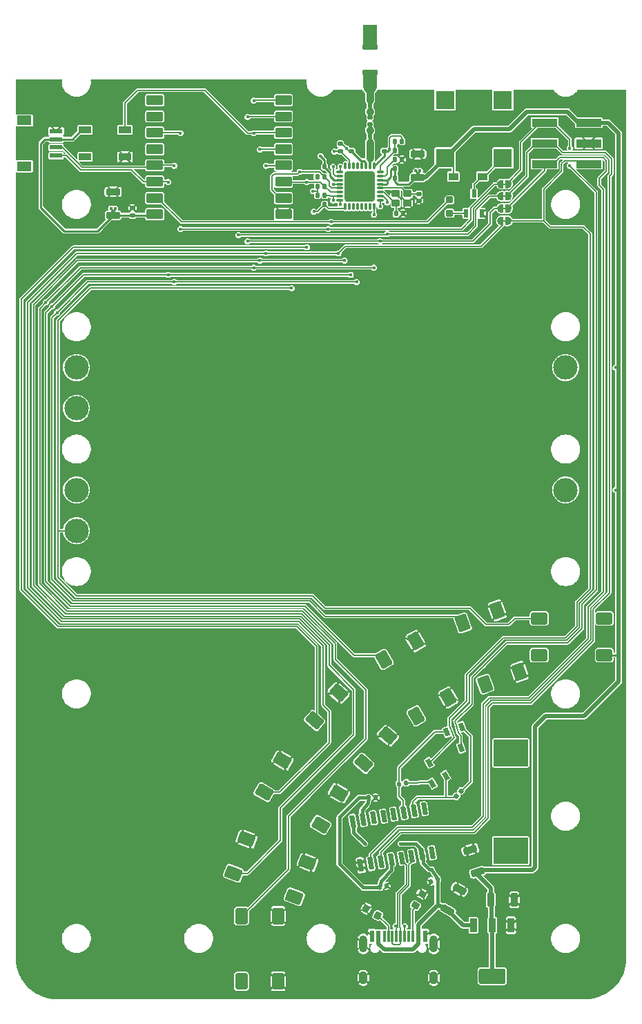
<source format=gbr>
%TF.GenerationSoftware,KiCad,Pcbnew,7.0.6-7.0.6~ubuntu22.04.1*%
%TF.CreationDate,2023-08-07T18:14:45+01:00*%
%TF.ProjectId,working,776f726b-696e-4672-9e6b-696361645f70,rev?*%
%TF.SameCoordinates,Original*%
%TF.FileFunction,Copper,L1,Top*%
%TF.FilePolarity,Positive*%
%FSLAX46Y46*%
G04 Gerber Fmt 4.6, Leading zero omitted, Abs format (unit mm)*
G04 Created by KiCad (PCBNEW 7.0.6-7.0.6~ubuntu22.04.1) date 2023-08-07 18:14:45*
%MOMM*%
%LPD*%
G01*
G04 APERTURE LIST*
G04 Aperture macros list*
%AMRoundRect*
0 Rectangle with rounded corners*
0 $1 Rounding radius*
0 $2 $3 $4 $5 $6 $7 $8 $9 X,Y pos of 4 corners*
0 Add a 4 corners polygon primitive as box body*
4,1,4,$2,$3,$4,$5,$6,$7,$8,$9,$2,$3,0*
0 Add four circle primitives for the rounded corners*
1,1,$1+$1,$2,$3*
1,1,$1+$1,$4,$5*
1,1,$1+$1,$6,$7*
1,1,$1+$1,$8,$9*
0 Add four rect primitives between the rounded corners*
20,1,$1+$1,$2,$3,$4,$5,0*
20,1,$1+$1,$4,$5,$6,$7,0*
20,1,$1+$1,$6,$7,$8,$9,0*
20,1,$1+$1,$8,$9,$2,$3,0*%
%AMRotRect*
0 Rectangle, with rotation*
0 The origin of the aperture is its center*
0 $1 length*
0 $2 width*
0 $3 Rotation angle, in degrees counterclockwise*
0 Add horizontal line*
21,1,$1,$2,0,0,$3*%
G04 Aperture macros list end*
%TA.AperFunction,SMDPad,CuDef*%
%ADD10RoundRect,0.201450X-0.263550X0.193550X-0.263550X-0.193550X0.263550X-0.193550X0.263550X0.193550X0*%
%TD*%
%TA.AperFunction,SMDPad,CuDef*%
%ADD11RoundRect,0.201450X0.263550X-0.193550X0.263550X0.193550X-0.263550X0.193550X-0.263550X-0.193550X0*%
%TD*%
%TA.AperFunction,SMDPad,CuDef*%
%ADD12RoundRect,0.229500X-0.658269X0.017963X-0.521992X-0.401453X0.658269X-0.017963X0.521992X0.401453X0*%
%TD*%
%TA.AperFunction,SMDPad,CuDef*%
%ADD13RoundRect,0.229500X0.658269X-0.017963X0.521992X0.401453X-0.658269X0.017963X-0.521992X-0.401453X0*%
%TD*%
%TA.AperFunction,SMDPad,CuDef*%
%ADD14RoundRect,0.225000X0.929331X-0.112223X-0.240469X0.904668X-0.929331X0.112223X0.240469X-0.904668X0*%
%TD*%
%TA.AperFunction,SMDPad,CuDef*%
%ADD15RoundRect,0.140400X0.129600X0.159600X-0.129600X0.159600X-0.129600X-0.159600X0.129600X-0.159600X0*%
%TD*%
%TA.AperFunction,SMDPad,CuDef*%
%ADD16RoundRect,0.140400X-0.129600X-0.159600X0.129600X-0.159600X0.129600X0.159600X-0.129600X0.159600X0*%
%TD*%
%TA.AperFunction,SMDPad,CuDef*%
%ADD17RoundRect,0.140400X-0.159600X0.129600X-0.159600X-0.129600X0.159600X-0.129600X0.159600X0.129600X0*%
%TD*%
%TA.AperFunction,SMDPad,CuDef*%
%ADD18RoundRect,0.140400X0.159600X-0.129600X0.159600X0.129600X-0.159600X0.129600X-0.159600X-0.129600X0*%
%TD*%
%TA.AperFunction,SMDPad,CuDef*%
%ADD19R,0.300000X1.450000*%
%TD*%
%TA.AperFunction,SMDPad,CuDef*%
%ADD20R,0.600000X1.450000*%
%TD*%
%TA.AperFunction,SMDPad,CuDef*%
%ADD21RoundRect,0.500000X0.000000X-0.550000X0.000000X0.550000X0.000000X0.550000X0.000000X-0.550000X0*%
%TD*%
%TA.AperFunction,SMDPad,CuDef*%
%ADD22RoundRect,0.500000X0.000000X-0.300000X0.000000X0.300000X0.000000X0.300000X0.000000X-0.300000X0*%
%TD*%
%TA.AperFunction,SMDPad,CuDef*%
%ADD23R,0.254000X1.016000*%
%TD*%
%TA.AperFunction,SMDPad,CuDef*%
%ADD24R,0.508000X0.152400*%
%TD*%
%TA.AperFunction,SMDPad,CuDef*%
%ADD25RoundRect,0.229500X-0.620500X0.220500X-0.620500X-0.220500X0.620500X-0.220500X0.620500X0.220500X0*%
%TD*%
%TA.AperFunction,SMDPad,CuDef*%
%ADD26RoundRect,0.229500X0.620500X-0.220500X0.620500X0.220500X-0.620500X0.220500X-0.620500X-0.220500X0*%
%TD*%
%TA.AperFunction,SMDPad,CuDef*%
%ADD27RoundRect,0.120000X-0.880000X-0.480000X0.880000X-0.480000X0.880000X0.480000X-0.880000X0.480000X0*%
%TD*%
%TA.AperFunction,SMDPad,CuDef*%
%ADD28R,3.600000X3.600000*%
%TD*%
%TA.AperFunction,SMDPad,CuDef*%
%ADD29RoundRect,0.140400X-0.099917X-0.179680X0.155345X-0.134671X0.099917X0.179680X-0.155345X0.134671X0*%
%TD*%
%TA.AperFunction,SMDPad,CuDef*%
%ADD30RoundRect,0.140400X0.099917X0.179680X-0.155345X0.134671X-0.099917X-0.179680X0.155345X-0.134671X0*%
%TD*%
%TA.AperFunction,SMDPad,CuDef*%
%ADD31R,1.200000X0.900000*%
%TD*%
%TA.AperFunction,SMDPad,CuDef*%
%ADD32RoundRect,0.060000X-0.840000X-0.240000X0.840000X-0.240000X0.840000X0.240000X-0.840000X0.240000X0*%
%TD*%
%TA.AperFunction,SMDPad,CuDef*%
%ADD33RoundRect,0.225000X0.933670X0.067163X-0.408670X0.842163X-0.933670X-0.067163X0.408670X-0.842163X0*%
%TD*%
%TA.AperFunction,SMDPad,CuDef*%
%ADD34R,1.500000X0.900000*%
%TD*%
%TA.AperFunction,SMDPad,CuDef*%
%ADD35RoundRect,0.225000X0.525000X-0.775000X0.525000X0.775000X-0.525000X0.775000X-0.525000X-0.775000X0*%
%TD*%
%TA.AperFunction,SMDPad,CuDef*%
%ADD36RoundRect,0.140400X-0.038955X0.201868X-0.205566X0.003310X0.038955X-0.201868X0.205566X-0.003310X0*%
%TD*%
%TA.AperFunction,SMDPad,CuDef*%
%ADD37RoundRect,0.140400X0.038955X-0.201868X0.205566X-0.003310X-0.038955X0.201868X-0.205566X0.003310X0*%
%TD*%
%TA.AperFunction,SMDPad,CuDef*%
%ADD38RotRect,1.000000X0.600000X120.000000*%
%TD*%
%TA.AperFunction,SMDPad,CuDef*%
%ADD39RoundRect,0.229500X-0.427119X0.501209X-0.647619X0.119291X0.427119X-0.501209X0.647619X-0.119291X0*%
%TD*%
%TA.AperFunction,SMDPad,CuDef*%
%ADD40RoundRect,0.229500X0.427119X-0.501209X0.647619X-0.119291X-0.427119X0.501209X-0.647619X0.119291X0*%
%TD*%
%TA.AperFunction,SMDPad,CuDef*%
%ADD41RoundRect,0.030000X-0.120000X0.370000X-0.120000X-0.370000X0.120000X-0.370000X0.120000X0.370000X0*%
%TD*%
%TA.AperFunction,SMDPad,CuDef*%
%ADD42RoundRect,0.030000X-0.370000X-0.120000X0.370000X-0.120000X0.370000X0.120000X-0.370000X0.120000X0*%
%TD*%
%TA.AperFunction,SMDPad,CuDef*%
%ADD43RoundRect,0.375000X-1.500000X-1.500000X1.500000X-1.500000X1.500000X1.500000X-1.500000X1.500000X0*%
%TD*%
%TA.AperFunction,SMDPad,CuDef*%
%ADD44RoundRect,0.140400X-0.067198X-0.194301X0.176371X-0.105649X0.067198X0.194301X-0.176371X0.105649X0*%
%TD*%
%TA.AperFunction,SMDPad,CuDef*%
%ADD45RoundRect,0.140400X0.067198X0.194301X-0.176371X0.105649X-0.067198X-0.194301X0.176371X-0.105649X0*%
%TD*%
%TA.AperFunction,SMDPad,CuDef*%
%ADD46RoundRect,0.091440X-0.093677X-0.697422X0.326560X-0.623323X0.093677X0.697422X-0.326560X0.623323X0*%
%TD*%
%TA.AperFunction,SMDPad,CuDef*%
%ADD47RoundRect,0.225000X-0.775000X-0.525000X0.775000X-0.525000X0.775000X0.525000X-0.775000X0.525000X0*%
%TD*%
%TA.AperFunction,SMDPad,CuDef*%
%ADD48R,2.300000X2.300000*%
%TD*%
%TA.AperFunction,SMDPad,CuDef*%
%ADD49RotRect,1.000000X0.600000X290.000000*%
%TD*%
%TA.AperFunction,SMDPad,CuDef*%
%ADD50RoundRect,0.229500X0.220500X0.620500X-0.220500X0.620500X-0.220500X-0.620500X0.220500X-0.620500X0*%
%TD*%
%TA.AperFunction,SMDPad,CuDef*%
%ADD51RoundRect,0.229500X-0.220500X-0.620500X0.220500X-0.620500X0.220500X0.620500X-0.220500X0.620500X0*%
%TD*%
%TA.AperFunction,SMDPad,CuDef*%
%ADD52RoundRect,0.225000X0.758404X-0.548701X0.228273X0.907822X-0.758404X0.548701X-0.228273X-0.907822X0*%
%TD*%
%TA.AperFunction,SMDPad,CuDef*%
%ADD53RoundRect,0.225000X0.911668X0.212395X-0.535382X0.767865X-0.911668X-0.212395X0.535382X-0.767865X0*%
%TD*%
%TA.AperFunction,SMDPad,CuDef*%
%ADD54RoundRect,0.133350X0.311150X0.749300X-0.311150X0.749300X-0.311150X-0.749300X0.311150X-0.749300X0*%
%TD*%
%TA.AperFunction,SMDPad,CuDef*%
%ADD55RoundRect,0.285750X-1.365250X0.666750X-1.365250X-0.666750X1.365250X-0.666750X1.365250X0.666750X0*%
%TD*%
%TA.AperFunction,SMDPad,CuDef*%
%ADD56R,3.100000X1.000000*%
%TD*%
%TA.AperFunction,SMDPad,CuDef*%
%ADD57RoundRect,0.225000X0.842163X-0.408670X0.067163X0.933670X-0.842163X0.408670X-0.067163X-0.933670X0*%
%TD*%
%TA.AperFunction,SMDPad,CuDef*%
%ADD58RoundRect,0.106250X0.368750X0.318750X-0.368750X0.318750X-0.368750X-0.318750X0.368750X-0.318750X0*%
%TD*%
%TA.AperFunction,SMDPad,CuDef*%
%ADD59R,0.600000X1.000000*%
%TD*%
%TA.AperFunction,SMDPad,CuDef*%
%ADD60R,1.550000X0.600000*%
%TD*%
%TA.AperFunction,SMDPad,CuDef*%
%ADD61R,1.800000X1.200000*%
%TD*%
%TA.AperFunction,SMDPad,CuDef*%
%ADD62RoundRect,0.201450X0.131466X-0.299394X0.325016X0.035844X-0.131466X0.299394X-0.325016X-0.035844X0*%
%TD*%
%TA.AperFunction,SMDPad,CuDef*%
%ADD63RoundRect,0.201450X-0.131466X0.299394X-0.325016X-0.035844X0.131466X-0.299394X0.325016X0.035844X0*%
%TD*%
%TA.AperFunction,SMDPad,CuDef*%
%ADD64RoundRect,0.201450X0.299394X0.131466X-0.035844X0.325016X-0.299394X-0.131466X0.035844X-0.325016X0*%
%TD*%
%TA.AperFunction,SMDPad,CuDef*%
%ADD65RoundRect,0.201450X-0.299394X-0.131466X0.035844X-0.325016X0.299394X0.131466X-0.035844X0.325016X0*%
%TD*%
%TA.AperFunction,ViaPad*%
%ADD66C,0.402400*%
%TD*%
%TA.AperFunction,ViaPad*%
%ADD67C,3.000000*%
%TD*%
%TA.AperFunction,Conductor*%
%ADD68C,0.254000*%
%TD*%
%TA.AperFunction,Conductor*%
%ADD69C,0.406400*%
%TD*%
%TA.AperFunction,Conductor*%
%ADD70C,0.508000*%
%TD*%
%TA.AperFunction,Conductor*%
%ADD71C,0.920000*%
%TD*%
%TA.AperFunction,Conductor*%
%ADD72C,0.304800*%
%TD*%
%TA.AperFunction,Conductor*%
%ADD73C,0.152400*%
%TD*%
%TA.AperFunction,Conductor*%
%ADD74C,0.200000*%
%TD*%
G04 APERTURE END LIST*
%TA.AperFunction,EtchedComponent*%
%TO.C,SJ3*%
G36*
X170874100Y-68511600D02*
G01*
X170599985Y-68511600D01*
X170327911Y-68423197D01*
X170207839Y-68303126D01*
X170135457Y-68161070D01*
X170108894Y-67993352D01*
X170200503Y-67711411D01*
X170320574Y-67591339D01*
X170462630Y-67518957D01*
X170610105Y-67495600D01*
X170874100Y-67495600D01*
X170874100Y-68511600D01*
G37*
%TD.AperFunction*%
%TA.AperFunction,EtchedComponent*%
G36*
X171674289Y-67584003D02*
G01*
X171794361Y-67704074D01*
X171866743Y-67846130D01*
X171893306Y-68013848D01*
X171801697Y-68295789D01*
X171681626Y-68415861D01*
X171539570Y-68488243D01*
X171392095Y-68511600D01*
X171128100Y-68511600D01*
X171128100Y-67495600D01*
X171402215Y-67495600D01*
X171674289Y-67584003D01*
G37*
%TD.AperFunction*%
%TA.AperFunction,EtchedComponent*%
%TO.C,SJ4*%
G36*
X171674289Y-69084003D02*
G01*
X171794361Y-69204074D01*
X171866743Y-69346130D01*
X171893306Y-69513848D01*
X171801697Y-69795789D01*
X171681626Y-69915861D01*
X171539570Y-69988243D01*
X171392095Y-70011600D01*
X171128100Y-70011600D01*
X171128100Y-68995600D01*
X171402215Y-68995600D01*
X171674289Y-69084003D01*
G37*
%TD.AperFunction*%
%TA.AperFunction,EtchedComponent*%
G36*
X170874100Y-70011600D02*
G01*
X170599985Y-70011600D01*
X170327911Y-69923197D01*
X170207839Y-69803126D01*
X170135457Y-69661070D01*
X170108894Y-69493352D01*
X170200503Y-69211411D01*
X170320574Y-69091339D01*
X170462630Y-69018957D01*
X170610105Y-68995600D01*
X170874100Y-68995600D01*
X170874100Y-70011600D01*
G37*
%TD.AperFunction*%
%TA.AperFunction,EtchedComponent*%
%TO.C,ANT1*%
G36*
X155364600Y-48367100D02*
G01*
X153637600Y-48367100D01*
X153637600Y-45440100D01*
X155364600Y-45440100D01*
X155364600Y-48367100D01*
G37*
%TD.AperFunction*%
%TA.AperFunction,EtchedComponent*%
G36*
X155364600Y-53003600D02*
G01*
X155364201Y-53010710D01*
X155343342Y-53195837D01*
X155279449Y-53378433D01*
X155176525Y-53542234D01*
X155039734Y-53679025D01*
X154872856Y-53783882D01*
X154504711Y-53867909D01*
X154308863Y-53845842D01*
X154126267Y-53781949D01*
X153962466Y-53679025D01*
X153825675Y-53542234D01*
X153720818Y-53375356D01*
X153637600Y-53010755D01*
X153637600Y-51140100D01*
X155364600Y-51140100D01*
X155364600Y-53003600D01*
G37*
%TD.AperFunction*%
%TA.AperFunction,EtchedComponent*%
%TO.C,SJ1*%
G36*
X170874100Y-65511600D02*
G01*
X170599985Y-65511600D01*
X170327911Y-65423197D01*
X170207839Y-65303126D01*
X170135457Y-65161070D01*
X170108894Y-64993352D01*
X170200503Y-64711411D01*
X170320574Y-64591339D01*
X170462630Y-64518957D01*
X170610105Y-64495600D01*
X170874100Y-64495600D01*
X170874100Y-65511600D01*
G37*
%TD.AperFunction*%
%TA.AperFunction,EtchedComponent*%
G36*
X171674289Y-64584003D02*
G01*
X171794361Y-64704074D01*
X171866743Y-64846130D01*
X171893306Y-65013848D01*
X171801697Y-65295789D01*
X171681626Y-65415861D01*
X171539570Y-65488243D01*
X171392095Y-65511600D01*
X171128100Y-65511600D01*
X171128100Y-64495600D01*
X171402215Y-64495600D01*
X171674289Y-64584003D01*
G37*
%TD.AperFunction*%
%TA.AperFunction,EtchedComponent*%
%TO.C,SJ2*%
G36*
X170874100Y-67011600D02*
G01*
X170599985Y-67011600D01*
X170327911Y-66923197D01*
X170207839Y-66803126D01*
X170135457Y-66661070D01*
X170108894Y-66493352D01*
X170200503Y-66211411D01*
X170320574Y-66091339D01*
X170462630Y-66018957D01*
X170610105Y-65995600D01*
X170874100Y-65995600D01*
X170874100Y-67011600D01*
G37*
%TD.AperFunction*%
%TA.AperFunction,EtchedComponent*%
G36*
X171674289Y-66084003D02*
G01*
X171794361Y-66204074D01*
X171866743Y-66346130D01*
X171893306Y-66513848D01*
X171801697Y-66795789D01*
X171681626Y-66915861D01*
X171539570Y-66988243D01*
X171392095Y-67011600D01*
X171128100Y-67011600D01*
X171128100Y-65995600D01*
X171402215Y-65995600D01*
X171674289Y-66084003D01*
G37*
%TD.AperFunction*%
%TD*%
D10*
%TO.P,R1,1*%
%TO.N,N$23*%
X164251100Y-68573600D03*
D11*
%TO.P,R1,2*%
%TO.N,IO13*%
X164251100Y-66933600D03*
%TD*%
D12*
%TO.P,C3,1*%
%TO.N,VCC*%
X167699175Y-149382632D03*
D13*
%TO.P,C3,2*%
%TO.N,GND*%
X166803025Y-146624568D03*
%TD*%
D14*
%TO.P,SW4,P$1*%
%TO.N,IO2*%
X153743806Y-136025933D03*
%TO.P,SW4,P$2*%
X147706129Y-130777460D03*
%TO.P,SW4,P$3*%
%TO.N,GND*%
X156696071Y-132629740D03*
%TO.P,SW4,P$4*%
X150658394Y-127381267D03*
%TD*%
D15*
%TO.P,C5,1*%
%TO.N,CH343_3V*%
X154321100Y-140253600D03*
D16*
%TO.P,C5,2*%
%TO.N,GND*%
X155181100Y-140253600D03*
%TD*%
D17*
%TO.P,C19,1*%
%TO.N,VCC*%
X125376100Y-68808600D03*
D18*
%TO.P,C19,2*%
%TO.N,GND*%
X125376100Y-67948600D03*
%TD*%
D19*
%TO.P,CON1,CC1*%
%TO.N,N$16*%
X156751100Y-157248600D03*
%TO.P,CON1,CC2*%
%TO.N,N$17*%
X159751100Y-157248600D03*
%TO.P,CON1,DN1*%
%TO.N,USB_N*%
X158251100Y-157248600D03*
%TO.P,CON1,DN2*%
X157251100Y-157248600D03*
%TO.P,CON1,DP1*%
%TO.N,USB_P*%
X157751100Y-157248600D03*
%TO.P,CON1,DP2*%
X158751100Y-157248600D03*
D20*
%TO.P,CON1,GND@1*%
%TO.N,GND*%
X154751100Y-157248600D03*
%TO.P,CON1,GND@2*%
X161251100Y-157248600D03*
D21*
%TO.P,CON1,P$1*%
X162321100Y-158163600D03*
%TO.P,CON1,P$2*%
X153681100Y-158163600D03*
D22*
%TO.P,CON1,P$3*%
X153681100Y-162343600D03*
%TO.P,CON1,P$4*%
X162321100Y-162343600D03*
D19*
%TO.P,CON1,SBU1*%
%TO.N,N/C*%
X159251100Y-157248600D03*
%TO.P,CON1,SBU2*%
X156251100Y-157248600D03*
D20*
%TO.P,CON1,VBUS@1*%
%TO.N,VUSB*%
X155551100Y-157248600D03*
%TO.P,CON1,VBUS@2*%
X160451100Y-157248600D03*
%TD*%
D23*
%TO.P,SJ3,1*%
%TO.N,IO3_RX*%
X170747100Y-68003600D03*
%TO.P,SJ3,2*%
%TO.N,PC_TX*%
X171255100Y-68003600D03*
D24*
%TO.P,SJ3,S*%
%TO.N,N/C*%
X171001100Y-68003600D03*
%TD*%
D25*
%TO.P,C10,1*%
%TO.N,VCC*%
X160376100Y-64203600D03*
D26*
%TO.P,C10,2*%
%TO.N,GND*%
X160376100Y-61303600D03*
%TD*%
D27*
%TO.P,MOD1,ADC*%
%TO.N,N/C*%
X128101100Y-56703600D03*
%TO.P,MOD1,EN*%
%TO.N,EN*%
X128101100Y-58703600D03*
D28*
%TO.P,MOD1,EPAD*%
%TO.N,GND*%
X135501100Y-60203600D03*
D27*
%TO.P,MOD1,GND*%
X143901100Y-68703600D03*
%TO.P,MOD1,IO0*%
%TO.N,IO0*%
X143901100Y-62703600D03*
%TO.P,MOD1,IO2*%
%TO.N,IO2*%
X143901100Y-64703600D03*
%TO.P,MOD1,IO4*%
%TO.N,IO4*%
X143901100Y-60703600D03*
%TO.P,MOD1,IO5*%
%TO.N,IO5*%
X143901100Y-58703600D03*
%TO.P,MOD1,IO12*%
%TO.N,IO12*%
X128101100Y-64703600D03*
%TO.P,MOD1,IO13*%
%TO.N,IO13*%
X128101100Y-66703600D03*
%TO.P,MOD1,IO14*%
%TO.N,IO14*%
X128101100Y-62703600D03*
%TO.P,MOD1,IO15*%
%TO.N,IO15*%
X143901100Y-66703600D03*
%TO.P,MOD1,IO16*%
%TO.N,N/C*%
X128101100Y-60703600D03*
%TO.P,MOD1,RST*%
%TO.N,N$3*%
X128101100Y-54703600D03*
%TO.P,MOD1,RXD/IO3*%
%TO.N,IO3_RX*%
X143901100Y-56703600D03*
%TO.P,MOD1,TXD/IO1*%
%TO.N,IO1_TX*%
X143901100Y-54703600D03*
%TO.P,MOD1,VCC*%
%TO.N,VCC*%
X128101100Y-68703600D03*
%TD*%
D29*
%TO.P,R5,1*%
%TO.N,N$5*%
X158924567Y-138428931D03*
D30*
%TO.P,R5,2*%
%TO.N,RTS*%
X158077633Y-138578269D03*
%TD*%
D31*
%TO.P,D1,1*%
%TO.N,VCC*%
X164726100Y-64066100D03*
%TO.P,D1,2*%
%TO.N,N$12*%
X168276100Y-64066100D03*
%TD*%
D23*
%TO.P,SJ4,1*%
%TO.N,AUTORST_BOOT*%
X171255100Y-69503600D03*
%TO.P,SJ4,2*%
%TO.N,IO0*%
X170747100Y-69503600D03*
D24*
%TO.P,SJ4,S*%
%TO.N,N/C*%
X171001100Y-69503600D03*
%TD*%
D32*
%TO.P,ANT1,S1*%
%TO.N,ANT'*%
X154501100Y-51353600D03*
%TO.P,ANT1,S2*%
%TO.N,N/C*%
X154501100Y-48153600D03*
%TD*%
D33*
%TO.P,SW3,P$1*%
%TO.N,IO0*%
X148460202Y-143572157D03*
%TO.P,SW3,P$2*%
X141531998Y-139572157D03*
%TO.P,SW3,P$3*%
%TO.N,GND*%
X150710202Y-139675043D03*
%TO.P,SW3,P$4*%
X143781998Y-135675043D03*
%TD*%
D17*
%TO.P,C7,1*%
%TO.N,GND*%
X160501100Y-67058600D03*
D18*
%TO.P,C7,2*%
%TO.N,XTAL_IN*%
X160501100Y-66198600D03*
%TD*%
D34*
%TO.P,LED1,1-VDD*%
%TO.N,VCC*%
X119551100Y-58353600D03*
%TO.P,LED1,2-DOUT*%
%TO.N,N/C*%
X119551100Y-61653600D03*
%TO.P,LED1,3-GND*%
%TO.N,GND*%
X124451100Y-61653600D03*
%TO.P,LED1,4-DIN*%
%TO.N,IO5*%
X124451100Y-58353600D03*
%TD*%
D15*
%TO.P,C17,1*%
%TO.N,GND*%
X148071100Y-67503600D03*
D16*
%TO.P,C17,2*%
%TO.N,VCC*%
X148931100Y-67503600D03*
%TD*%
%TO.P,C15,1*%
%TO.N,GND*%
X158431100Y-64253600D03*
D15*
%TO.P,C15,2*%
%TO.N,VCC*%
X157571100Y-64253600D03*
%TD*%
D35*
%TO.P,SW1,P$1*%
%TO.N,IO5*%
X138751100Y-162753600D03*
%TO.P,SW1,P$2*%
X138751100Y-154753600D03*
%TO.P,SW1,P$3*%
%TO.N,GND*%
X143251100Y-162753600D03*
%TO.P,SW1,P$4*%
X143251100Y-154753600D03*
%TD*%
D36*
%TO.P,R4,1*%
%TO.N,DTR*%
X165099701Y-140082999D03*
D37*
%TO.P,R4,2*%
%TO.N,N$13*%
X165652499Y-139424201D03*
%TD*%
D16*
%TO.P,C14,1*%
%TO.N,GND*%
X158431100Y-63128600D03*
D15*
%TO.P,C14,2*%
%TO.N,VCC*%
X157571100Y-63128600D03*
%TD*%
D38*
%TO.P,Q1,1*%
%TO.N,N$5*%
X162149046Y-138520330D03*
%TO.P,Q1,2*%
%TO.N,DTR*%
X163803154Y-137565330D03*
%TO.P,Q1,3*%
%TO.N,AUTORST_BOOT*%
X161776100Y-135964370D03*
%TD*%
D39*
%TO.P,C1,1*%
%TO.N,VUSB*%
X164026100Y-154009337D03*
D40*
%TO.P,C1,2*%
%TO.N,GND*%
X165476100Y-151497863D03*
%TD*%
D15*
%TO.P,C9,1*%
%TO.N,GND*%
X153641100Y-59128600D03*
D16*
%TO.P,C9,2*%
%TO.N,ANT*%
X154501100Y-59128600D03*
%TD*%
D41*
%TO.P,IC3,1*%
%TO.N,VCC*%
X155001100Y-62753600D03*
%TO.P,IC3,2*%
%TO.N,ANT*%
X154501100Y-62753600D03*
%TO.P,IC3,3*%
%TO.N,VCC*%
X154001100Y-62753600D03*
%TO.P,IC3,4*%
X153501100Y-62753600D03*
%TO.P,IC3,5*%
%TO.N,N/C*%
X153001100Y-62753600D03*
%TO.P,IC3,6*%
X152501100Y-62753600D03*
%TO.P,IC3,7*%
%TO.N,EN*%
X152001100Y-62753600D03*
%TO.P,IC3,8*%
%TO.N,N/C*%
X151501100Y-62753600D03*
D42*
%TO.P,IC3,9*%
%TO.N,IO14*%
X150751100Y-63503600D03*
%TO.P,IC3,10*%
%TO.N,IO12*%
X150751100Y-64003600D03*
%TO.P,IC3,11*%
%TO.N,VCC*%
X150751100Y-64503600D03*
%TO.P,IC3,12*%
%TO.N,IO13*%
X150751100Y-65003600D03*
%TO.P,IC3,13*%
%TO.N,IO15*%
X150751100Y-65503600D03*
%TO.P,IC3,14*%
%TO.N,IO2*%
X150751100Y-66003600D03*
%TO.P,IC3,15*%
%TO.N,IO0*%
X150751100Y-66503600D03*
%TO.P,IC3,16*%
%TO.N,IO4*%
X150751100Y-67003600D03*
D41*
%TO.P,IC3,17*%
%TO.N,VCC*%
X151501100Y-67753600D03*
%TO.P,IC3,18*%
%TO.N,N/C*%
X152001100Y-67753600D03*
%TO.P,IC3,19*%
X152501100Y-67753600D03*
%TO.P,IC3,20*%
X153001100Y-67753600D03*
%TO.P,IC3,21*%
X153501100Y-67753600D03*
%TO.P,IC3,22*%
X154001100Y-67753600D03*
%TO.P,IC3,23*%
X154501100Y-67753600D03*
%TO.P,IC3,24*%
%TO.N,IO5*%
X155001100Y-67753600D03*
D42*
%TO.P,IC3,25*%
%TO.N,IO3_RX*%
X155751100Y-67003600D03*
%TO.P,IC3,26*%
%TO.N,IO1_TX*%
X155751100Y-66503600D03*
%TO.P,IC3,27*%
%TO.N,XTAL_OUT*%
X155751100Y-66003600D03*
%TO.P,IC3,28*%
%TO.N,XTAL_IN*%
X155751100Y-65503600D03*
%TO.P,IC3,29*%
%TO.N,VCC*%
X155751100Y-65003600D03*
%TO.P,IC3,30*%
X155751100Y-64503600D03*
%TO.P,IC3,31*%
%TO.N,N$6*%
X155751100Y-64003600D03*
%TO.P,IC3,32*%
%TO.N,RST_C*%
X155751100Y-63503600D03*
D43*
%TO.P,IC3,33*%
%TO.N,GND*%
X153251100Y-65253600D03*
%TD*%
D44*
%TO.P,C4,1*%
%TO.N,VUSB*%
X162780168Y-150231531D03*
D45*
%TO.P,C4,2*%
%TO.N,GND*%
X161972032Y-150525669D03*
%TD*%
D30*
%TO.P,C6,1*%
%TO.N,CH343_3V*%
X155702633Y-151203269D03*
D29*
%TO.P,C6,2*%
%TO.N,GND*%
X156549567Y-151053931D03*
%TD*%
D46*
%TO.P,IC1,1*%
%TO.N,GND*%
X153358803Y-148527019D03*
%TO.P,IC1,2*%
%TO.N,PC_TX*%
X154609508Y-148306486D03*
%TO.P,IC1,3*%
%TO.N,PC_RX*%
X155860214Y-148085953D03*
%TO.P,IC1,4*%
%TO.N,CH343_3V*%
X157110920Y-147865419D03*
%TO.P,IC1,5*%
%TO.N,USB_P*%
X158361626Y-147644886D03*
%TO.P,IC1,6*%
%TO.N,USB_N*%
X159612332Y-147424353D03*
%TO.P,IC1,7*%
%TO.N,VUSB*%
X160863038Y-147203820D03*
%TO.P,IC1,8*%
%TO.N,N/C*%
X162113743Y-146983287D03*
%TO.P,IC1,9*%
X161165451Y-141605252D03*
%TO.P,IC1,10*%
%TO.N,DTR*%
X159914745Y-141825785D03*
%TO.P,IC1,11*%
%TO.N,RTS*%
X158664039Y-142046318D03*
%TO.P,IC1,12*%
%TO.N,N/C*%
X157413333Y-142266851D03*
%TO.P,IC1,13*%
X156162627Y-142487384D03*
%TO.P,IC1,14*%
X154911922Y-142707918D03*
%TO.P,IC1,15*%
%TO.N,CH343_3V*%
X153661216Y-142928451D03*
%TO.P,IC1,16*%
%TO.N,VUSB*%
X152410510Y-143148984D03*
%TD*%
D47*
%TO.P,SW7,P$1*%
%TO.N,IO15*%
X175251100Y-118253600D03*
%TO.P,SW7,P$2*%
X183251100Y-118253600D03*
%TO.P,SW7,P$3*%
%TO.N,VCC*%
X175251100Y-122753600D03*
%TO.P,SW7,P$4*%
X183251100Y-122753600D03*
%TD*%
D48*
%TO.P,P1,+*%
%TO.N,VCC*%
X163701100Y-61803600D03*
%TO.P,P1,-*%
%TO.N,N$12*%
X170801100Y-61803600D03*
%TO.P,P1,DUMMY1*%
%TO.N,N/C*%
X163701100Y-54703600D03*
%TO.P,P1,DUMMY2*%
X170801100Y-54703600D03*
%TD*%
D49*
%TO.P,Q2,1*%
%TO.N,N$13*%
X165738082Y-131549340D03*
%TO.P,Q2,2*%
%TO.N,RTS*%
X163943269Y-132202598D03*
%TO.P,Q2,3*%
%TO.N,AUTORST_EN*%
X165661524Y-134131231D03*
%TD*%
D50*
%TO.P,C2,1*%
%TO.N,VCC*%
X169301100Y-152753600D03*
D51*
%TO.P,C2,2*%
%TO.N,GND*%
X172201100Y-152753600D03*
%TD*%
D18*
%TO.P,R7,1*%
%TO.N,VCC*%
X150876100Y-60073600D03*
D17*
%TO.P,R7,2*%
%TO.N,EN*%
X150876100Y-60933600D03*
%TD*%
D15*
%TO.P,R9,1*%
%TO.N,VCC*%
X148071100Y-65253600D03*
D16*
%TO.P,R9,2*%
%TO.N,IO2*%
X148931100Y-65253600D03*
%TD*%
%TO.P,C20,1*%
%TO.N,GND*%
X158431100Y-60878600D03*
D15*
%TO.P,C20,2*%
%TO.N,RST_C*%
X157571100Y-60878600D03*
%TD*%
D52*
%TO.P,SW6,P$1*%
%TO.N,IO14*%
X168604872Y-126331916D03*
%TO.P,SW6,P$2*%
X165868711Y-118814375D03*
%TO.P,SW6,P$3*%
%TO.N,GND*%
X172833489Y-124792825D03*
%TO.P,SW6,P$4*%
X170097328Y-117275284D03*
%TD*%
D53*
%TO.P,SW2,P$1*%
%TO.N,IO4*%
X145229094Y-152387628D03*
%TO.P,SW2,P$2*%
X137760450Y-149520684D03*
%TO.P,SW2,P$3*%
%TO.N,GND*%
X146841750Y-148186516D03*
%TO.P,SW2,P$4*%
X139373106Y-145319572D03*
%TD*%
D15*
%TO.P,R10,1*%
%TO.N,GND*%
X148071100Y-64128600D03*
D16*
%TO.P,R10,2*%
%TO.N,IO15*%
X148931100Y-64128600D03*
%TD*%
D18*
%TO.P,L1,1*%
%TO.N,ANT'*%
X154501100Y-56823600D03*
D17*
%TO.P,L1,2*%
%TO.N,ANT*%
X154501100Y-57683600D03*
%TD*%
D15*
%TO.P,R6,1*%
%TO.N,N$6*%
X157571100Y-62003600D03*
D16*
%TO.P,R6,2*%
%TO.N,GND*%
X158431100Y-62003600D03*
%TD*%
D54*
%TO.P,IC2,1*%
%TO.N,GND*%
X171812500Y-155885750D03*
%TO.P,IC2,2*%
%TO.N,VCC*%
X169501100Y-155885750D03*
%TO.P,IC2,3*%
%TO.N,VUSB*%
X167189700Y-155885750D03*
D55*
%TO.P,IC2,4*%
%TO.N,VCC*%
X169501100Y-162127800D03*
%TD*%
D23*
%TO.P,SJ1,1*%
%TO.N,EN*%
X170747100Y-65003600D03*
%TO.P,SJ1,2*%
%TO.N,AUTORST_EN*%
X171255100Y-65003600D03*
D24*
%TO.P,SJ1,S*%
%TO.N,N/C*%
X171001100Y-65003600D03*
%TD*%
D18*
%TO.P,C12,1*%
%TO.N,GND*%
X156251100Y-60073600D03*
D17*
%TO.P,C12,2*%
%TO.N,VCC*%
X156251100Y-60933600D03*
%TD*%
D16*
%TO.P,C11,1*%
%TO.N,GND*%
X158556100Y-68628600D03*
D15*
%TO.P,C11,2*%
%TO.N,XTAL_OUT*%
X157696100Y-68628600D03*
%TD*%
D25*
%TO.P,C18,1*%
%TO.N,VCC*%
X123001100Y-68828600D03*
D26*
%TO.P,C18,2*%
%TO.N,GND*%
X123001100Y-65928600D03*
%TD*%
D56*
%TO.P,J1,1*%
%TO.N,AUTORST_EN*%
X175926100Y-57463600D03*
%TO.P,J1,2*%
%TO.N,VCC*%
X181326100Y-57463600D03*
%TO.P,J1,3*%
%TO.N,PC_RX*%
X175926100Y-60003600D03*
%TO.P,J1,4*%
%TO.N,GND*%
X181326100Y-60003600D03*
%TO.P,J1,5*%
%TO.N,PC_TX*%
X175926100Y-62543600D03*
%TO.P,J1,6*%
%TO.N,AUTORST_BOOT*%
X181326100Y-62543600D03*
%TD*%
D15*
%TO.P,C8,1*%
%TO.N,GND*%
X153641100Y-55378600D03*
D16*
%TO.P,C8,2*%
%TO.N,ANT'*%
X154501100Y-55378600D03*
%TD*%
D57*
%TO.P,SW5,P$1*%
%TO.N,IO12*%
X160182543Y-130212702D03*
%TO.P,SW5,P$2*%
X156182543Y-123284498D03*
%TO.P,SW5,P$3*%
%TO.N,GND*%
X164079657Y-127962702D03*
%TO.P,SW5,P$4*%
X160079657Y-121034498D03*
%TD*%
D15*
%TO.P,R11,1*%
%TO.N,RST_C*%
X157571100Y-59753600D03*
D16*
%TO.P,R11,2*%
%TO.N,VCC*%
X158431100Y-59753600D03*
%TD*%
D15*
%TO.P,R8,1*%
%TO.N,VCC*%
X148071100Y-66378600D03*
D16*
%TO.P,R8,2*%
%TO.N,IO0*%
X148931100Y-66378600D03*
%TD*%
D18*
%TO.P,C13,1*%
%TO.N,GND*%
X152251100Y-60073600D03*
D17*
%TO.P,C13,2*%
%TO.N,VCC*%
X152251100Y-60933600D03*
%TD*%
D58*
%TO.P,XT1,1*%
%TO.N,XTAL_IN*%
X159101100Y-66178600D03*
%TO.P,XT1,2*%
%TO.N,GND*%
X157651100Y-66178600D03*
%TO.P,XT1,3*%
%TO.N,XTAL_OUT*%
X157651100Y-67328600D03*
%TO.P,XT1,4*%
%TO.N,GND*%
X159101100Y-67328600D03*
%TD*%
D59*
%TO.P,Q3,1*%
%TO.N,N$23*%
X166296100Y-68578600D03*
%TO.P,Q3,2*%
%TO.N,GND*%
X168206100Y-68578600D03*
%TO.P,Q3,3*%
%TO.N,N$12*%
X167251100Y-66178600D03*
%TD*%
D60*
%TO.P,CON2,1*%
%TO.N,GND*%
X116015100Y-58503600D03*
%TO.P,CON2,2*%
%TO.N,VCC*%
X116015100Y-59503600D03*
%TO.P,CON2,3*%
%TO.N,IO14*%
X116015100Y-60503600D03*
%TO.P,CON2,4*%
%TO.N,IO12*%
X116015100Y-61503600D03*
D61*
%TO.P,CON2,MT1*%
%TO.N,N/C*%
X112115100Y-57203600D03*
%TO.P,CON2,MT2*%
X112115100Y-62803600D03*
%TD*%
D62*
%TO.P,R2,1*%
%TO.N,GND*%
X160911100Y-152043459D03*
D63*
%TO.P,R2,2*%
%TO.N,N$17*%
X160091100Y-153463741D03*
%TD*%
D64*
%TO.P,R3,1*%
%TO.N,GND*%
X154040959Y-153843600D03*
D65*
%TO.P,R3,2*%
%TO.N,N$16*%
X155461241Y-154663600D03*
%TD*%
D23*
%TO.P,SJ2,1*%
%TO.N,IO1_TX*%
X170747100Y-66503600D03*
%TO.P,SJ2,2*%
%TO.N,PC_RX*%
X171255100Y-66503600D03*
D24*
%TO.P,SJ2,S*%
%TO.N,N/C*%
X171001100Y-66503600D03*
%TD*%
D15*
%TO.P,C16,1*%
%TO.N,GND*%
X148071100Y-62878600D03*
D16*
%TO.P,C16,2*%
%TO.N,VCC*%
X148931100Y-62878600D03*
%TD*%
D66*
%TO.N,GND*%
X134001100Y-52628600D03*
X152126100Y-54878600D03*
X150376100Y-55128600D03*
X183163600Y-64566100D03*
X152751100Y-56753600D03*
X176726100Y-58753600D03*
X152713600Y-64691100D03*
X144001100Y-52628600D03*
X156751100Y-56253600D03*
X152713600Y-63628600D03*
X126001100Y-52628600D03*
X159626100Y-53753600D03*
X155351100Y-54628600D03*
X151751100Y-56128600D03*
X172751100Y-53753600D03*
D67*
X178501100Y-92503600D03*
D66*
X155226100Y-57941100D03*
X158251100Y-56253600D03*
X123251100Y-52628600D03*
X153501100Y-53753600D03*
X182751100Y-53753600D03*
X141501100Y-52628600D03*
X139001100Y-52628600D03*
X159251100Y-60253600D03*
X153713600Y-56316100D03*
X147251100Y-56753600D03*
X116501100Y-52628600D03*
X131501100Y-52628600D03*
X157251100Y-57753600D03*
X168226100Y-69628600D03*
X161163600Y-67816100D03*
X153838600Y-63628600D03*
X169351100Y-67378600D03*
X153776100Y-57378600D03*
X153651100Y-58378600D03*
X111751100Y-52628600D03*
X135501100Y-58753600D03*
X156251100Y-58253600D03*
X151751100Y-59253600D03*
X169351100Y-70628600D03*
X129001100Y-52628600D03*
X153838600Y-64691100D03*
X157626100Y-53753600D03*
X136751100Y-60253600D03*
X151126100Y-57628600D03*
X150376100Y-56378600D03*
X146376100Y-52753600D03*
X161751100Y-53753600D03*
X174251100Y-53753600D03*
X147501100Y-54253600D03*
X181413600Y-69941100D03*
X176501100Y-53753600D03*
X158751100Y-54753600D03*
X148026100Y-62128600D03*
X120501100Y-52628600D03*
X169726100Y-65878600D03*
X136501100Y-52628600D03*
D67*
X178501100Y-107503600D03*
D66*
X135501100Y-60253600D03*
X165501100Y-53753600D03*
X153651100Y-59816100D03*
X149876100Y-58503600D03*
X148501100Y-55503600D03*
X180501100Y-53753600D03*
X135501100Y-61628600D03*
X155501100Y-53753600D03*
X169851100Y-68878600D03*
X153651100Y-61503600D03*
X166726100Y-70253600D03*
X158751100Y-58253600D03*
X157038600Y-66003600D03*
X134251100Y-60253600D03*
X153838600Y-66878600D03*
X155351100Y-60753600D03*
X148001100Y-58378600D03*
X155163600Y-59003600D03*
X185251100Y-53753600D03*
X150001100Y-53753600D03*
X155351100Y-59878600D03*
X155351100Y-61503600D03*
X114001100Y-52628600D03*
X168876100Y-53753600D03*
X151751100Y-53753600D03*
X175038600Y-68441100D03*
X155226100Y-56878600D03*
X153651100Y-60753600D03*
X153838600Y-65816100D03*
X157251100Y-54753600D03*
X146651100Y-64066100D03*
X153651100Y-54628600D03*
X155288600Y-55816100D03*
%TO.N,VCC*%
X148438600Y-61566100D03*
X184618900Y-87503600D03*
X147626100Y-68378600D03*
X156901500Y-60753600D03*
X147501100Y-65878600D03*
X122751100Y-68003600D03*
X123251100Y-68003600D03*
X184618900Y-102503600D03*
X151626100Y-60628600D03*
X160126100Y-63378600D03*
D67*
X178501100Y-87503600D03*
X178501100Y-102503600D03*
D66*
X160626100Y-63378600D03*
%TO.N,IO3_RX*%
X155751100Y-67753600D03*
X155751100Y-72003600D03*
X139501100Y-56753600D03*
X139501100Y-72005600D03*
%TO.N,IO1_TX*%
X140251100Y-54753600D03*
X156626100Y-67253600D03*
X138376100Y-71253600D03*
X156626100Y-71128600D03*
%TO.N,USB_P*%
X157630600Y-156003600D03*
X158780156Y-156003600D03*
%TO.N,VUSB*%
X158251100Y-145878600D03*
X153876100Y-145878600D03*
%TO.N,IO12*%
X129751100Y-64753600D03*
D67*
X118501100Y-92503600D03*
D66*
X129751100Y-76128600D03*
X115501100Y-80003600D03*
X149997900Y-62878600D03*
X152126100Y-76128600D03*
%TO.N,IO2*%
X146751100Y-64753600D03*
X146751100Y-72753600D03*
%TO.N,IO0*%
X150626100Y-73503600D03*
X141751100Y-73503600D03*
X141751100Y-62753600D03*
X149997900Y-67003600D03*
%TO.N,IO13*%
X149751100Y-69628600D03*
X149977700Y-65003600D03*
%TO.N,IO15*%
X145876100Y-63503600D03*
X144876100Y-77753600D03*
D67*
X118501100Y-107503600D03*
D66*
%TO.N,IO5*%
X114751100Y-79503600D03*
X140251100Y-75253600D03*
X155001100Y-68753600D03*
X155001100Y-75253600D03*
D67*
X118501100Y-102503600D03*
D66*
X140251100Y-58753600D03*
%TO.N,IO4*%
X150876100Y-67503600D03*
X141001100Y-60753600D03*
X141001100Y-74378600D03*
X151376100Y-74378600D03*
%TO.N,IO14*%
X150876100Y-62878600D03*
X116126100Y-80753600D03*
X130501100Y-62753600D03*
X130501100Y-77003600D03*
D67*
X118501100Y-87503600D03*
D66*
X152876100Y-77003600D03*
%TO.N,EN*%
X150126100Y-61003600D03*
X149376100Y-70503600D03*
X131251100Y-58753600D03*
X131251100Y-70503600D03*
%TO.N,AUTORST_EN*%
X179001100Y-60628600D03*
X179001100Y-62753600D03*
%TD*%
D68*
%TO.N,GND*%
X152713600Y-64716100D02*
X152713600Y-64691100D01*
X153251100Y-65253600D02*
X152713600Y-64716100D01*
D69*
%TO.N,ANT'*%
X154501100Y-56163600D02*
X154501100Y-56823600D01*
X154501100Y-55378600D02*
X154501100Y-56073600D01*
X154501100Y-55378600D02*
X154501100Y-54691100D01*
D70*
X154501100Y-51353600D02*
X154501100Y-53253600D01*
D71*
X154501100Y-56073600D02*
X154501100Y-56163600D01*
X154501100Y-54691100D02*
X154501100Y-53253600D01*
D69*
%TO.N,ANT*%
X154501100Y-59128600D02*
X154501100Y-59878600D01*
X154501100Y-57683600D02*
X154501100Y-58353600D01*
D71*
X154501100Y-59878600D02*
X154501100Y-61812282D01*
D72*
X154501100Y-62753600D02*
X154501100Y-61812282D01*
D71*
X154501100Y-58353600D02*
X154501100Y-58453600D01*
D69*
X154501100Y-58453600D02*
X154501100Y-59128600D01*
D70*
%TO.N,VCC*%
X169301100Y-151303600D02*
X167699171Y-149701672D01*
D68*
X125376100Y-68808600D02*
X127996100Y-68808600D01*
X155751100Y-64503600D02*
X156626100Y-64503600D01*
X114126100Y-60003600D02*
X114626100Y-59503600D01*
D73*
X151931100Y-60933600D02*
X151626100Y-60628600D01*
D68*
X149626100Y-64003600D02*
X149626100Y-63628600D01*
D70*
X185001100Y-126003600D02*
X185001100Y-122753600D01*
X169301100Y-152753600D02*
X169301100Y-151303600D01*
X169426100Y-152878600D02*
X169301100Y-152753600D01*
D68*
X159813600Y-64316100D02*
X159926100Y-64203600D01*
D70*
X174751100Y-131503600D02*
X176001100Y-130253600D01*
X185001100Y-58753600D02*
X185001100Y-87503600D01*
D68*
X160438600Y-63566100D02*
X160438600Y-64078600D01*
X121076100Y-70753600D02*
X117001100Y-70753600D01*
X159251100Y-65003600D02*
X159813600Y-64441100D01*
X154001100Y-62378600D02*
X153751100Y-62128600D01*
D70*
X163626100Y-61878600D02*
X161301100Y-64203600D01*
D73*
X151501100Y-68003600D02*
X149431100Y-68003600D01*
D70*
X181326100Y-57463600D02*
X180086100Y-57463600D01*
D68*
X153501100Y-62753600D02*
X153501100Y-62253600D01*
X156901500Y-60753600D02*
X156721500Y-60933600D01*
D73*
X158431100Y-59753600D02*
X158431100Y-59308600D01*
D68*
X127996100Y-68808600D02*
X128101100Y-68703600D01*
X125356100Y-68828600D02*
X125376100Y-68808600D01*
X157876100Y-65003600D02*
X159251100Y-65003600D01*
D73*
X158431100Y-59308600D02*
X158251100Y-59128600D01*
D70*
X183711100Y-57463600D02*
X181326100Y-57463600D01*
D68*
X160438600Y-64078600D02*
X160563600Y-64203600D01*
D73*
X152251100Y-60933600D02*
X151931100Y-60933600D01*
D68*
X159813600Y-64441100D02*
X159813600Y-64316100D01*
D73*
X164726100Y-64066100D02*
X164751100Y-64041100D01*
D70*
X161301100Y-64203600D02*
X160563600Y-64203600D01*
D73*
X151501100Y-67753600D02*
X151501100Y-68003600D01*
D68*
X123001100Y-68828600D02*
X123126100Y-68828600D01*
X123001100Y-68828600D02*
X122876100Y-68703600D01*
X160126100Y-63378600D02*
X160251100Y-63503600D01*
X156251100Y-61546100D02*
X156251100Y-60933600D01*
D70*
X176001100Y-130253600D02*
X180751100Y-130253600D01*
D68*
X154001100Y-62753600D02*
X154001100Y-62378600D01*
X117001100Y-70753600D02*
X114126100Y-67878600D01*
X118001100Y-59503600D02*
X119151100Y-58353600D01*
X122876100Y-68128600D02*
X122876100Y-68703600D01*
D73*
X156901500Y-59353200D02*
X156901500Y-60753600D01*
D68*
X148931100Y-62933600D02*
X148931100Y-62878600D01*
D70*
X174372065Y-149132635D02*
X167949171Y-149132635D01*
D68*
X114626100Y-59503600D02*
X116015100Y-59503600D01*
X160251100Y-63503600D02*
X160251100Y-64203600D01*
X155001100Y-62753600D02*
X155043600Y-62753600D01*
D70*
X173751100Y-56128600D02*
X171626100Y-58253600D01*
D68*
X157026500Y-64103200D02*
X157026500Y-63298200D01*
D73*
X157126100Y-59128600D02*
X156901500Y-59353200D01*
D68*
X156626100Y-64878600D02*
X156626100Y-64503600D01*
D70*
X163701100Y-61803600D02*
X163626100Y-61878600D01*
D68*
X150751100Y-64503600D02*
X150126100Y-64503600D01*
X156501100Y-65003600D02*
X156626100Y-64878600D01*
X153376100Y-62128600D02*
X152251100Y-61003600D01*
X183251100Y-122753600D02*
X185001100Y-122753600D01*
X153751100Y-62128600D02*
X153376100Y-62128600D01*
D73*
X148071100Y-65253600D02*
X148071100Y-65878600D01*
D68*
X149626100Y-63628600D02*
X148931100Y-62933600D01*
D73*
X150876100Y-60073600D02*
X151071100Y-60073600D01*
D68*
X157571100Y-64253600D02*
X157571100Y-64698600D01*
X156721500Y-60933600D02*
X156251100Y-60933600D01*
X116015100Y-59503600D02*
X118001100Y-59503600D01*
D73*
X148931100Y-67503600D02*
X148056100Y-68378600D01*
D68*
X150126100Y-64503600D02*
X149626100Y-64003600D01*
D73*
X158251100Y-59128600D02*
X157126100Y-59128600D01*
X151071100Y-60073600D02*
X151626100Y-60628600D01*
X185001100Y-87503600D02*
X184618900Y-87503600D01*
D70*
X167699171Y-149382635D02*
X167699171Y-149701672D01*
D68*
X127981100Y-68823600D02*
X128101100Y-68703600D01*
X148931100Y-62878600D02*
X148931100Y-62058600D01*
X156626100Y-64503600D02*
X157026500Y-64103200D01*
D70*
X174751100Y-148753600D02*
X174751100Y-131503600D01*
X174372065Y-149132635D02*
X174751100Y-148753600D01*
X171626100Y-58253600D02*
X167251100Y-58253600D01*
D68*
X157196100Y-63128600D02*
X157571100Y-63128600D01*
D70*
X180751100Y-130253600D02*
X185001100Y-126003600D01*
D73*
X148071100Y-65878600D02*
X148071100Y-66378600D01*
D68*
X123001100Y-68828600D02*
X121076100Y-70753600D01*
D70*
X185001100Y-102503600D02*
X185001100Y-87503600D01*
X183711100Y-57463600D02*
X185001100Y-58753600D01*
X167699171Y-149382635D02*
X167949171Y-149132635D01*
D68*
X114126100Y-67878600D02*
X114126100Y-60003600D01*
X119151100Y-58353600D02*
X119551100Y-58353600D01*
D73*
X164001100Y-61878600D02*
X163626100Y-61878600D01*
D70*
X185001100Y-122753600D02*
X185001100Y-102503600D01*
D68*
X123251100Y-68003600D02*
X123126100Y-68128600D01*
D70*
X167251100Y-58253600D02*
X163701100Y-61803600D01*
D73*
X164751100Y-62628600D02*
X164751100Y-64041100D01*
D68*
X159926100Y-64203600D02*
X160251100Y-64203600D01*
D70*
X160563600Y-64203600D02*
X160376100Y-64203600D01*
X180086100Y-57463600D02*
X178751100Y-56128600D01*
D68*
X156251100Y-61546100D02*
X155043600Y-62753600D01*
D73*
X149431100Y-68003600D02*
X148931100Y-67503600D01*
D70*
X169501100Y-155885750D02*
X169426100Y-155810750D01*
D68*
X148931100Y-62058600D02*
X148438600Y-61566100D01*
X153501100Y-62253600D02*
X153376100Y-62128600D01*
X123001100Y-68828600D02*
X125356100Y-68828600D01*
X122876100Y-68128600D02*
X122751100Y-68003600D01*
X160626100Y-63378600D02*
X160438600Y-63566100D01*
X123126100Y-68128600D02*
X123126100Y-68828600D01*
D70*
X169426100Y-152878600D02*
X169426100Y-155810750D01*
D73*
X164751100Y-62628600D02*
X164001100Y-61878600D01*
D68*
X157196100Y-63128600D02*
X157026500Y-63298200D01*
X152251100Y-60933600D02*
X152251100Y-61003600D01*
D73*
X148071100Y-65878600D02*
X147501100Y-65878600D01*
D68*
X157571100Y-64698600D02*
X157876100Y-65003600D01*
X157571100Y-64253600D02*
X157571100Y-63128600D01*
D73*
X148056100Y-68378600D02*
X147626100Y-68378600D01*
D68*
X160251100Y-64203600D02*
X160376100Y-64203600D01*
D70*
X169501100Y-162127800D02*
X169501100Y-155885750D01*
D73*
X185001100Y-102503600D02*
X184618900Y-102503600D01*
D68*
X155751100Y-65003600D02*
X156501100Y-65003600D01*
D70*
X178751100Y-56128600D02*
X173751100Y-56128600D01*
D73*
%TO.N,IO3_RX*%
X139551100Y-56703600D02*
X139501100Y-56753600D01*
X169251100Y-68503600D02*
X169251100Y-69878600D01*
X169751100Y-68003600D02*
X169251100Y-68503600D01*
X139501100Y-72005600D02*
X139503100Y-72003600D01*
X169251100Y-69878600D02*
X167126100Y-72003600D01*
X143901100Y-56703600D02*
X139551100Y-56703600D01*
X170747100Y-68003600D02*
X169751100Y-68003600D01*
X155751100Y-67003600D02*
X155751100Y-67753600D01*
X167126100Y-72003600D02*
X155751100Y-72003600D01*
X155751100Y-72003600D02*
X139503100Y-72003600D01*
%TO.N,IO1_TX*%
X155751100Y-66503600D02*
X156126100Y-66503600D01*
X166501100Y-71128600D02*
X156626100Y-71128600D01*
X156126100Y-66503600D02*
X156626100Y-67003600D01*
X167501100Y-70128600D02*
X166501100Y-71128600D01*
X156626100Y-67003600D02*
X156626100Y-67253600D01*
X156626100Y-71128600D02*
X156501100Y-71253600D01*
X140251100Y-54753600D02*
X140301100Y-54703600D01*
X169126100Y-66503600D02*
X167501100Y-68128600D01*
X167501100Y-68128600D02*
X167501100Y-70128600D01*
X140301100Y-54703600D02*
X143901100Y-54703600D01*
X156501100Y-71253600D02*
X138376100Y-71253600D01*
X170747100Y-66503600D02*
X169126100Y-66503600D01*
%TO.N,XTAL_IN*%
X160501100Y-66198600D02*
X159121100Y-66198600D01*
X158400700Y-65478200D02*
X159101100Y-66178600D01*
X155751100Y-65503600D02*
X155776500Y-65478200D01*
X158400700Y-65478200D02*
X155776500Y-65478200D01*
X159121100Y-66198600D02*
X159101100Y-66178600D01*
%TO.N,XTAL_OUT*%
X157526100Y-67328600D02*
X157651100Y-67328600D01*
X156201100Y-66003600D02*
X157526100Y-67328600D01*
X155751100Y-66003600D02*
X156201100Y-66003600D01*
X157696100Y-67373600D02*
X157651100Y-67328600D01*
X157696100Y-68628600D02*
X157696100Y-67373600D01*
%TO.N,N$6*%
X155751100Y-64003600D02*
X156376100Y-64003600D01*
X156626100Y-63753600D02*
X156626100Y-62948600D01*
X156626100Y-62948600D02*
X157571100Y-62003600D01*
X156376100Y-64003600D02*
X156626100Y-63753600D01*
%TO.N,RST_C*%
X155751100Y-63503600D02*
X155751100Y-62753600D01*
X157571100Y-60878600D02*
X157571100Y-59753600D01*
X155751100Y-62753600D02*
X157571100Y-60933600D01*
X157571100Y-60933600D02*
X157571100Y-60878600D01*
%TO.N,USB_N*%
X159612331Y-148142369D02*
X159612331Y-147424354D01*
X157376100Y-158253600D02*
X158126100Y-158253600D01*
X158140800Y-156108500D02*
X158140800Y-152113900D01*
X159280500Y-148474200D02*
X159612331Y-148142369D01*
X157251100Y-157248600D02*
X157251100Y-158128600D01*
X158251100Y-157248600D02*
X158251100Y-156218800D01*
X159280500Y-150974200D02*
X159280500Y-148474200D01*
X158126100Y-158253600D02*
X158251100Y-158128600D01*
X158251100Y-156218800D02*
X158140800Y-156108500D01*
X158140800Y-152113900D02*
X159280500Y-150974200D01*
X157251100Y-158128600D02*
X157376100Y-158253600D01*
X158251100Y-158128600D02*
X158251100Y-157248600D01*
%TO.N,USB_P*%
X157751100Y-157248600D02*
X157751100Y-156218800D01*
X157630600Y-156003600D02*
X157861400Y-156003600D01*
X158751100Y-156003600D02*
X158780156Y-156003600D01*
X158361625Y-147644888D02*
X158361625Y-147864125D01*
X158751100Y-157248600D02*
X158751100Y-156003600D01*
X157861400Y-151998163D02*
X159001100Y-150858463D01*
X159001100Y-150858463D02*
X159001100Y-148503600D01*
X159001100Y-148503600D02*
X158361625Y-147864125D01*
X157861400Y-156003600D02*
X157861400Y-151998163D01*
X157751100Y-156218800D02*
X157861400Y-156108500D01*
X157861400Y-156108500D02*
X157861400Y-156003600D01*
D70*
%TO.N,VUSB*%
X155551100Y-158156925D02*
X156272775Y-158878600D01*
D69*
X152501100Y-144503600D02*
X153876100Y-145878600D01*
D70*
X163577828Y-153561066D02*
X162780165Y-153477369D01*
D69*
X160988037Y-148240538D02*
X161766500Y-149019000D01*
D70*
X165902512Y-155885750D02*
X167189700Y-155885750D01*
D69*
X160988037Y-147328822D02*
X160988037Y-148240538D01*
D70*
X164026100Y-154009338D02*
X163577828Y-153561066D01*
X160451100Y-158178600D02*
X160451100Y-157248600D01*
D69*
X160863037Y-147203822D02*
X160988037Y-147328822D01*
X160126100Y-145878600D02*
X160863037Y-146615538D01*
X152501100Y-143239575D02*
X152410509Y-143148985D01*
X160863037Y-146615538D02*
X160863037Y-147203822D01*
D70*
X160451100Y-155803600D02*
X162751100Y-153503600D01*
D69*
X162780165Y-153477369D02*
X162780165Y-150231535D01*
D70*
X155551100Y-157248600D02*
X155551100Y-158156925D01*
D69*
X161766500Y-149019000D02*
X162067503Y-149019000D01*
X152501100Y-143239575D02*
X152501100Y-144503600D01*
D70*
X160451100Y-157248600D02*
X160451100Y-155803600D01*
D69*
X162067503Y-149019000D02*
X162780165Y-150231535D01*
D70*
X162751100Y-153503600D02*
X162780165Y-153503600D01*
X164026100Y-154009338D02*
X165902512Y-155885750D01*
X159751100Y-158878600D02*
X160451100Y-158178600D01*
D69*
X158251100Y-145878600D02*
X160126100Y-145878600D01*
D70*
X156272775Y-158878600D02*
X159751100Y-158878600D01*
D69*
X162780165Y-153503600D02*
X162780165Y-153477369D01*
D73*
%TO.N,PC_RX*%
X183376100Y-61128600D02*
X178126100Y-61128600D01*
X181876100Y-117128600D02*
X183876100Y-115128600D01*
X184130500Y-61883000D02*
X183376100Y-61128600D01*
X183876100Y-64008000D02*
X184130500Y-63753600D01*
X169001100Y-142753600D02*
X169001100Y-129128600D01*
X184130500Y-61883000D02*
X184130500Y-63753600D01*
X158251100Y-144503600D02*
X167251100Y-144503600D01*
X183876100Y-115128600D02*
X183876100Y-64008000D01*
X178126100Y-61128600D02*
X177058793Y-60061294D01*
X173751100Y-61128600D02*
X174818406Y-60061294D01*
X169501100Y-128628600D02*
X174251100Y-128628600D01*
X155860212Y-148085954D02*
X155860212Y-146894488D01*
X169001100Y-129128600D02*
X169501100Y-128628600D01*
X181876100Y-121003600D02*
X181876100Y-117128600D01*
X175914562Y-60061294D02*
X175926100Y-60003600D01*
X155860212Y-146894488D02*
X158251100Y-144503600D01*
X171255100Y-66503600D02*
X173751100Y-64007600D01*
X167251100Y-144503600D02*
X169001100Y-142753600D01*
X177058793Y-60061294D02*
X175914562Y-60061294D01*
X174251100Y-128628600D02*
X181876100Y-121003600D01*
X173751100Y-64007600D02*
X173751100Y-61128600D01*
X175914562Y-60061294D02*
X174818406Y-60061294D01*
%TO.N,PC_TX*%
X183126100Y-65628600D02*
X183126100Y-115003600D01*
X182626100Y-64316100D02*
X182626100Y-65128600D01*
X183501100Y-62128600D02*
X183501100Y-63441100D01*
X154609506Y-147145194D02*
X157876100Y-143878600D01*
X181251100Y-116878600D02*
X181251100Y-120753600D01*
X154609506Y-148306488D02*
X154609506Y-147145194D01*
X177751100Y-61753600D02*
X176961100Y-62543600D01*
X175926100Y-63332600D02*
X175926100Y-62543600D01*
X169126100Y-128003600D02*
X174001100Y-128003600D01*
X174001100Y-128003600D02*
X181251100Y-120753600D01*
X182626100Y-65128600D02*
X183126100Y-65628600D01*
X183501100Y-63441100D02*
X182626100Y-64316100D01*
X168376100Y-142503600D02*
X168376100Y-128753600D01*
X168376100Y-128753600D02*
X169126100Y-128003600D01*
X157876100Y-143878600D02*
X167001100Y-143878600D01*
X183126100Y-115003600D02*
X181251100Y-116878600D01*
X171255100Y-68003600D02*
X175926100Y-63332600D01*
X183501100Y-62128600D02*
X183126100Y-61753600D01*
X183126100Y-61753600D02*
X177751100Y-61753600D01*
X176961100Y-62543600D02*
X175926100Y-62543600D01*
X167001100Y-143878600D02*
X168376100Y-142503600D01*
D69*
%TO.N,CH343_3V*%
X157110918Y-147865422D02*
X157110918Y-149112050D01*
X153643493Y-151270994D02*
X150751100Y-148378600D01*
X153536215Y-141718485D02*
X153536215Y-142803454D01*
X155876100Y-150503600D02*
X155702631Y-151203269D01*
X150751100Y-142628600D02*
X153126100Y-140253600D01*
X153931100Y-141323600D02*
X153536215Y-141718485D01*
X154321100Y-140253600D02*
X154251100Y-140878600D01*
X155702631Y-151203269D02*
X155634906Y-151270994D01*
X153126100Y-140253600D02*
X154321100Y-140253600D01*
X157110918Y-149112050D02*
X155876100Y-150503600D01*
X154251100Y-140878600D02*
X153931100Y-141323600D01*
X155634906Y-151270994D02*
X153643493Y-151270994D01*
X150751100Y-148378600D02*
X150751100Y-142628600D01*
X153661215Y-142928454D02*
X153536215Y-142803454D01*
D74*
%TO.N,DTR*%
X160303153Y-140201547D02*
X159789743Y-140714957D01*
X163803153Y-140149494D02*
X163751100Y-140201547D01*
X164981153Y-140201547D02*
X163751100Y-140201547D01*
X163751100Y-140201547D02*
X160303153Y-140201547D01*
X159914743Y-141825788D02*
X159789743Y-141700788D01*
X165099700Y-140083000D02*
X164981153Y-140201547D01*
X159789743Y-140714957D02*
X159789743Y-141700788D01*
X163803153Y-137565332D02*
X163803153Y-140149494D01*
%TO.N,RTS*%
X158539037Y-140541538D02*
X158068556Y-140071057D01*
X158068556Y-138585019D02*
X158077631Y-138578269D01*
X158068556Y-138585019D02*
X158068556Y-140071057D01*
X158068556Y-136561144D02*
X158068556Y-138585019D01*
X158539037Y-140541538D02*
X158539037Y-141921319D01*
X162427100Y-132202600D02*
X158068556Y-136561144D01*
X163943268Y-132202600D02*
X162427100Y-132202600D01*
X158664037Y-142046319D02*
X158539037Y-141921319D01*
%TO.N,N$5*%
X161989921Y-138361210D02*
X162149043Y-138520332D01*
X158924565Y-138428935D02*
X161989921Y-138361210D01*
%TO.N,N$13*%
X165738081Y-131549341D02*
X166876100Y-132687360D01*
X166876100Y-138253600D02*
X165705496Y-139424204D01*
X166876100Y-132687360D02*
X166876100Y-138253600D01*
X165652496Y-139424204D02*
X165705496Y-139424204D01*
D73*
%TO.N,N$16*%
X156751100Y-157248600D02*
X156751100Y-155953460D01*
X156751100Y-155953460D02*
X155461240Y-154663600D01*
%TO.N,N$17*%
X160091100Y-153713744D02*
X159751100Y-154053744D01*
X160091100Y-153713744D02*
X160091100Y-153463744D01*
X159751100Y-157248600D02*
X159751100Y-154053744D01*
%TO.N,IO12*%
X156182540Y-123284500D02*
X155682540Y-122784500D01*
X116015100Y-61503600D02*
X117251100Y-61503600D01*
X150751100Y-64003600D02*
X150251100Y-64003600D01*
X146526640Y-116753600D02*
X117751100Y-116753600D01*
X129701100Y-64703600D02*
X129751100Y-64753600D01*
X119376100Y-76128600D02*
X129751100Y-76128600D01*
X152126100Y-76128600D02*
X129751100Y-76128600D01*
X155682540Y-122784500D02*
X152557540Y-122784500D01*
X119001100Y-63253600D02*
X125251100Y-63253600D01*
X128101100Y-64703600D02*
X129701100Y-64703600D01*
X117251100Y-61503600D02*
X119001100Y-63253600D01*
X115501100Y-80003600D02*
X119376100Y-76128600D01*
X150001100Y-63753600D02*
X150001100Y-62878600D01*
X114751100Y-80753600D02*
X115501100Y-80003600D01*
X114751100Y-113753600D02*
X114751100Y-80753600D01*
X152557540Y-122784500D02*
X146526640Y-116753600D01*
X150001100Y-62878600D02*
X149997900Y-62878600D01*
X150251100Y-64003600D02*
X150001100Y-63753600D01*
X125251100Y-63253600D02*
X126701100Y-64703600D01*
X126701100Y-64703600D02*
X128101100Y-64703600D01*
X117751100Y-116753600D02*
X114751100Y-113753600D01*
%TO.N,IO2*%
X145501100Y-119253600D02*
X116251100Y-119253600D01*
X118126100Y-72753600D02*
X146751100Y-72753600D01*
X116251100Y-119253600D02*
X111751100Y-114753600D01*
X146751100Y-64753600D02*
X143951100Y-64753600D01*
X111751100Y-114753600D02*
X111751100Y-79128600D01*
X148427900Y-64750400D02*
X146754300Y-64750400D01*
X147706128Y-130777463D02*
X147956128Y-130527463D01*
X149681100Y-66003600D02*
X150751100Y-66003600D01*
X148931100Y-65253600D02*
X149681100Y-66003600D01*
X147956128Y-121708629D02*
X145501100Y-119253600D01*
X148427900Y-64750400D02*
X148931100Y-65253600D01*
X147956128Y-121708629D02*
X147956128Y-130527463D01*
X143951100Y-64753600D02*
X143901100Y-64703600D01*
X146751100Y-64753600D02*
X146754300Y-64750400D01*
X111751100Y-79128600D02*
X118126100Y-72753600D01*
%TO.N,IO0*%
X112501100Y-114503600D02*
X112501100Y-79503600D01*
X143851100Y-62753600D02*
X141751100Y-62753600D01*
X149501100Y-129628600D02*
X148751100Y-128878600D01*
X150751100Y-66503600D02*
X150001100Y-66503600D01*
X150001100Y-66503600D02*
X149626100Y-66503600D01*
X141751100Y-73503600D02*
X118501100Y-73503600D01*
X170747100Y-70003600D02*
X168122100Y-72628600D01*
X143432540Y-139572160D02*
X149501100Y-133503600D01*
X143901100Y-62703600D02*
X143851100Y-62753600D01*
X149501100Y-66378600D02*
X148931100Y-66378600D01*
X145751100Y-118628600D02*
X116626100Y-118628600D01*
X141531996Y-139572160D02*
X143432540Y-139572160D01*
X149626100Y-66503600D02*
X149501100Y-66378600D01*
X150626100Y-73503600D02*
X151501100Y-72628600D01*
X150001100Y-67000400D02*
X149997900Y-67003600D01*
X148751100Y-128878600D02*
X148751100Y-121628600D01*
X116626100Y-118628600D02*
X112501100Y-114503600D01*
X148751100Y-121628600D02*
X145751100Y-118628600D01*
X168122100Y-72628600D02*
X151501100Y-72628600D01*
X149501100Y-133503600D02*
X149501100Y-129628600D01*
X112501100Y-79503600D02*
X118501100Y-73503600D01*
X150626100Y-73503600D02*
X141751100Y-73503600D01*
X150001100Y-66503600D02*
X150001100Y-67000400D01*
X170747100Y-69503600D02*
X170747100Y-70003600D01*
%TO.N,N$12*%
X170788600Y-61803600D02*
X170801100Y-61803600D01*
X168276100Y-64066100D02*
X168188600Y-64066100D01*
X168188600Y-64066100D02*
X167251100Y-65003600D01*
X167251100Y-66178600D02*
X167251100Y-65003600D01*
X168276100Y-64066100D02*
X168526100Y-64066100D01*
X170788600Y-61803600D02*
X168526100Y-64066100D01*
%TO.N,N$23*%
X164251100Y-68573600D02*
X166291100Y-68573600D01*
X166291100Y-68573600D02*
X166296100Y-68578600D01*
%TO.N,IO13*%
X128451100Y-66703600D02*
X131376100Y-69628600D01*
X149751100Y-69628600D02*
X131376100Y-69628600D01*
X150751100Y-65003600D02*
X149977700Y-65003600D01*
X128101100Y-66703600D02*
X128451100Y-66703600D01*
X164251100Y-66933600D02*
X161556100Y-69628600D01*
X161556100Y-69628600D02*
X149751100Y-69628600D01*
%TO.N,IO15*%
X118501100Y-115503600D02*
X116251100Y-113253600D01*
X142501100Y-65753600D02*
X142501100Y-64003600D01*
X150751100Y-65503600D02*
X149751100Y-65503600D01*
X142751100Y-63753600D02*
X145626100Y-63753600D01*
X118501100Y-107503600D02*
X116251100Y-107503600D01*
X172251100Y-118253600D02*
X171501100Y-119003600D01*
X148306100Y-63503600D02*
X145876100Y-63503600D01*
X148931100Y-64128600D02*
X148306100Y-63503600D01*
X116251100Y-107503600D02*
X116251100Y-81753600D01*
X116251100Y-81753600D02*
X120251100Y-77753600D01*
X149001100Y-117003600D02*
X147501100Y-115503600D01*
X120251100Y-77753600D02*
X144876100Y-77753600D01*
X143451100Y-66703600D02*
X142501100Y-65753600D01*
X149751100Y-65503600D02*
X149477700Y-65230200D01*
X143901100Y-66703600D02*
X143451100Y-66703600D01*
X147501100Y-115503600D02*
X118501100Y-115503600D01*
X171501100Y-119003600D02*
X168751100Y-119003600D01*
X116251100Y-113253600D02*
X116251100Y-107503600D01*
X168751100Y-119003600D02*
X166751100Y-117003600D01*
X148931100Y-64128600D02*
X149477700Y-64675200D01*
X145626100Y-63753600D02*
X145876100Y-63503600D01*
X166751100Y-117003600D02*
X149001100Y-117003600D01*
X149477700Y-64675200D02*
X149477700Y-65230200D01*
X175251100Y-118253600D02*
X172251100Y-118253600D01*
X142501100Y-64003600D02*
X142751100Y-63753600D01*
%TO.N,IO5*%
X154001100Y-127003600D02*
X150251100Y-123253600D01*
X155001100Y-75253600D02*
X140251100Y-75253600D01*
X119001100Y-75253600D02*
X140251100Y-75253600D01*
X144501100Y-149003600D02*
X144501100Y-142503600D01*
X155001100Y-67753600D02*
X155001100Y-68753600D01*
X117376100Y-117378600D02*
X114001100Y-114003600D01*
X114001100Y-80253600D02*
X114751100Y-79503600D01*
X114001100Y-114003600D02*
X114001100Y-80253600D01*
X143901100Y-58703600D02*
X140301100Y-58703600D01*
X146251100Y-117378600D02*
X117376100Y-117378600D01*
X150251100Y-121378600D02*
X146251100Y-117378600D01*
X154001100Y-133003600D02*
X154001100Y-127003600D01*
X139501100Y-58753600D02*
X140251100Y-58753600D01*
X114751100Y-79503600D02*
X119001100Y-75253600D01*
X140301100Y-58703600D02*
X140251100Y-58753600D01*
X134251100Y-53503600D02*
X126001100Y-53503600D01*
X144501100Y-142503600D02*
X154001100Y-133003600D01*
X139501100Y-58753600D02*
X134251100Y-53503600D01*
X126001100Y-53503600D02*
X124451100Y-55053600D01*
X150251100Y-123253600D02*
X150251100Y-121378600D01*
X138751100Y-154753600D02*
X144501100Y-149003600D01*
X124451100Y-55053600D02*
X124451100Y-58353600D01*
%TO.N,IO4*%
X143501100Y-141503600D02*
X152501100Y-132503600D01*
X143901100Y-60703600D02*
X141051100Y-60703600D01*
X143501100Y-145503600D02*
X143501100Y-141503600D01*
X117001100Y-118003600D02*
X113251100Y-114253600D01*
X146001100Y-118003600D02*
X117001100Y-118003600D01*
X118626100Y-74378600D02*
X141001100Y-74378600D01*
X137760450Y-149520685D02*
X139484015Y-149520685D01*
X139484015Y-149520685D02*
X143501100Y-145503600D01*
X150876100Y-67503600D02*
X150876100Y-67128600D01*
X152501100Y-132503600D02*
X152501100Y-127003600D01*
X141051100Y-60703600D02*
X141001100Y-60753600D01*
X150876100Y-67128600D02*
X150751100Y-67003600D01*
X113251100Y-114253600D02*
X113251100Y-79753600D01*
X152501100Y-127003600D02*
X149501100Y-124003600D01*
X151376100Y-74378600D02*
X141001100Y-74378600D01*
X149501100Y-124003600D02*
X149501100Y-121503600D01*
X149501100Y-121503600D02*
X146001100Y-118003600D01*
X113251100Y-79753600D02*
X118626100Y-74378600D01*
%TO.N,IO14*%
X128101100Y-62703600D02*
X127851100Y-62953600D01*
X130451100Y-62703600D02*
X130501100Y-62753600D01*
X119876100Y-77003600D02*
X130501100Y-77003600D01*
X128101100Y-62703600D02*
X130451100Y-62703600D01*
X127851100Y-62953600D02*
X119201100Y-62953600D01*
X150876100Y-62878600D02*
X150876100Y-63503600D01*
X165868709Y-118814375D02*
X165057934Y-118003600D01*
X152876100Y-77003600D02*
X130501100Y-77003600D01*
X118126100Y-116128600D02*
X115501100Y-113503600D01*
X149001100Y-118003600D02*
X147126100Y-116128600D01*
X115501100Y-81378600D02*
X116126100Y-80753600D01*
X116015100Y-60503600D02*
X116751100Y-60503600D01*
X115501100Y-113503600D02*
X115501100Y-81378600D01*
X165057934Y-118003600D02*
X149001100Y-118003600D01*
X150751100Y-63503600D02*
X150876100Y-63503600D01*
X116751100Y-60503600D02*
X119201100Y-62953600D01*
X147126100Y-116128600D02*
X118126100Y-116128600D01*
X116126100Y-80753600D02*
X119876100Y-77003600D01*
%TO.N,EN*%
X128101100Y-58703600D02*
X131201100Y-58703600D01*
X152001100Y-62753600D02*
X152001100Y-62058600D01*
X166876100Y-67878600D02*
X166876100Y-69378600D01*
X150196100Y-60933600D02*
X150126100Y-61003600D01*
X166876100Y-69378600D02*
X165751100Y-70503600D01*
X149376100Y-70503600D02*
X131251100Y-70503600D01*
X170747100Y-65003600D02*
X169751100Y-65003600D01*
X169751100Y-65003600D02*
X166876100Y-67878600D01*
X152001100Y-62058600D02*
X150876100Y-60933600D01*
X165751100Y-70503600D02*
X149376100Y-70503600D01*
X150876100Y-60933600D02*
X150196100Y-60933600D01*
X131201100Y-58703600D02*
X131251100Y-58753600D01*
%TO.N,AUTORST_EN*%
X174916100Y-57963600D02*
X175926100Y-57463600D01*
X165328021Y-132272832D02*
X164917765Y-130836935D01*
X182251100Y-66003600D02*
X179001100Y-62753600D01*
X176961100Y-57463600D02*
X179001100Y-59503600D01*
X165661521Y-132717491D02*
X165328021Y-132272832D01*
X180501100Y-116503600D02*
X182251100Y-114753600D01*
X173001100Y-59878600D02*
X174916100Y-57963600D01*
X179001100Y-59503600D02*
X179001100Y-60628600D01*
X167001100Y-128753600D02*
X167001100Y-125503600D01*
X165661521Y-132717491D02*
X165661521Y-134131232D01*
X173001100Y-63257600D02*
X173001100Y-59878600D01*
X171251100Y-121253600D02*
X178751100Y-121253600D01*
X164917765Y-130836935D02*
X167001100Y-128753600D01*
X171255100Y-65003600D02*
X173001100Y-63257600D01*
X167001100Y-125503600D02*
X171251100Y-121253600D01*
X178751100Y-121253600D02*
X180501100Y-119503600D01*
X175926100Y-57463600D02*
X176961100Y-57463600D01*
X180501100Y-119503600D02*
X180501100Y-116503600D01*
X182251100Y-114753600D02*
X182251100Y-66003600D01*
%TO.N,AUTORST_BOOT*%
X166376100Y-128378600D02*
X166376100Y-125128600D01*
X178001100Y-62503600D02*
X178001100Y-63441100D01*
X161776100Y-135964372D02*
X164845378Y-132895094D01*
X170876100Y-120628600D02*
X178501100Y-120628600D01*
X180291100Y-62543600D02*
X179876100Y-62128600D01*
X164845378Y-132895094D02*
X164251100Y-131435591D01*
X164251100Y-130503600D02*
X166376100Y-128378600D01*
X180688600Y-70253600D02*
X176567600Y-70253600D01*
X181501100Y-71066100D02*
X181501100Y-114628600D01*
X164251100Y-131435591D02*
X164251100Y-130503600D01*
X176567600Y-70253600D02*
X175817600Y-69503600D01*
X181501100Y-114628600D02*
X179876100Y-116253600D01*
X171255100Y-69503600D02*
X175817600Y-69503600D01*
X175817600Y-65624600D02*
X178001100Y-63441100D01*
X178501100Y-120628600D02*
X179876100Y-119253600D01*
X166376100Y-125128600D02*
X170876100Y-120628600D01*
X181326100Y-62543600D02*
X180291100Y-62543600D01*
X175817600Y-69503600D02*
X175817600Y-65624600D01*
X180688600Y-70253600D02*
X181501100Y-71066100D01*
X179876100Y-119253600D02*
X179876100Y-116253600D01*
X179876100Y-62128600D02*
X178376100Y-62128600D01*
X178376100Y-62128600D02*
X178001100Y-62503600D01*
%TD*%
%TA.AperFunction,NonConductor*%
G36*
X173859794Y-145144906D02*
G01*
X173878100Y-145189100D01*
X173878100Y-148318100D01*
X173859794Y-148362294D01*
X173815600Y-148380600D01*
X169686600Y-148380600D01*
X169642406Y-148362294D01*
X169624100Y-148318100D01*
X169624100Y-145189100D01*
X169642406Y-145144906D01*
X169686600Y-145126600D01*
X173815600Y-145126600D01*
X173859794Y-145144906D01*
G37*
%TD.AperFunction*%
%TA.AperFunction,Conductor*%
%TO.N,GND*%
G36*
X178132737Y-61994366D02*
G01*
X178143603Y-62020600D01*
X178132737Y-62046834D01*
X177843120Y-62336449D01*
X177842416Y-62337117D01*
X177810953Y-62365447D01*
X177810952Y-62365448D01*
X177810952Y-62365449D01*
X177807404Y-62373419D01*
X177799624Y-62390892D01*
X177796847Y-62396006D01*
X177781675Y-62419370D01*
X177781674Y-62419370D01*
X177779529Y-62432916D01*
X177776779Y-62442199D01*
X177771201Y-62454728D01*
X177771200Y-62454734D01*
X177771200Y-62482587D01*
X177770743Y-62488390D01*
X177766385Y-62515900D01*
X177769936Y-62529149D01*
X177771200Y-62538751D01*
X177771200Y-63330503D01*
X177760334Y-63356737D01*
X175659620Y-65457449D01*
X175658916Y-65458117D01*
X175627453Y-65486447D01*
X175627452Y-65486448D01*
X175627452Y-65486449D01*
X175622123Y-65498419D01*
X175616124Y-65511892D01*
X175613347Y-65517006D01*
X175598175Y-65540370D01*
X175598174Y-65540370D01*
X175596029Y-65553916D01*
X175593279Y-65563199D01*
X175587701Y-65575728D01*
X175587700Y-65575734D01*
X175587700Y-65603587D01*
X175587243Y-65609390D01*
X175582885Y-65636900D01*
X175584170Y-65641694D01*
X175586236Y-65649405D01*
X175586436Y-65650149D01*
X175587700Y-65659751D01*
X175587700Y-69236600D01*
X175576834Y-69262834D01*
X175550600Y-69273700D01*
X172026834Y-69273700D01*
X172000600Y-69262834D01*
X171992943Y-69251693D01*
X171990405Y-69245992D01*
X171990402Y-69245990D01*
X171990402Y-69245989D01*
X171987331Y-69242195D01*
X171988068Y-69241597D01*
X171982895Y-69235540D01*
X171952103Y-69175106D01*
X171950244Y-69167360D01*
X171949325Y-69167607D01*
X171948061Y-69162890D01*
X171934021Y-69138573D01*
X171929723Y-69131129D01*
X171929263Y-69130282D01*
X171927285Y-69126400D01*
X171922122Y-69116266D01*
X171922119Y-69116262D01*
X171922118Y-69116261D01*
X171921996Y-69116126D01*
X171917441Y-69109857D01*
X171917351Y-69109700D01*
X171906237Y-69098586D01*
X171905569Y-69097882D01*
X171901317Y-69093160D01*
X171881025Y-69070623D01*
X171881022Y-69070622D01*
X171876928Y-69067962D01*
X171877446Y-69067163D01*
X171870655Y-69063005D01*
X171804337Y-68996687D01*
X171797518Y-68987300D01*
X171793869Y-68980139D01*
X171792540Y-68977530D01*
X171774811Y-68966016D01*
X171768795Y-68961145D01*
X171768662Y-68961012D01*
X171762205Y-68957284D01*
X171755049Y-68953152D01*
X171754222Y-68952645D01*
X171741032Y-68944079D01*
X171740892Y-68944034D01*
X171740849Y-68944020D01*
X171733774Y-68940869D01*
X171715472Y-68930303D01*
X171704508Y-68930303D01*
X171693043Y-68928487D01*
X171493275Y-68863577D01*
X171486480Y-68859413D01*
X171486004Y-68860238D01*
X171481773Y-68857794D01*
X171446343Y-68848301D01*
X171445412Y-68848026D01*
X171438678Y-68845838D01*
X171430467Y-68843170D01*
X171430463Y-68843169D01*
X171430456Y-68843168D01*
X171430271Y-68843159D01*
X171422633Y-68841948D01*
X171422454Y-68841900D01*
X171422450Y-68841900D01*
X171406721Y-68841900D01*
X171405771Y-68841875D01*
X171391356Y-68841119D01*
X171369130Y-68839954D01*
X171364353Y-68840970D01*
X171364155Y-68840042D01*
X171356406Y-68841900D01*
X171153220Y-68841900D01*
X171143618Y-68840636D01*
X171128100Y-68836478D01*
X171128099Y-68836478D01*
X171093751Y-68845680D01*
X171092570Y-68845956D01*
X171068128Y-68850818D01*
X171064751Y-68852217D01*
X171064739Y-68852188D01*
X171057891Y-68855290D01*
X171048539Y-68857795D01*
X171048538Y-68857796D01*
X171032699Y-68873634D01*
X171027080Y-68878246D01*
X171021712Y-68881833D01*
X170993862Y-68887373D01*
X170980486Y-68881832D01*
X170975118Y-68878245D01*
X170969500Y-68873634D01*
X170953662Y-68857797D01*
X170953661Y-68857796D01*
X170953658Y-68857795D01*
X170944305Y-68855289D01*
X170937458Y-68852186D01*
X170937446Y-68852217D01*
X170934073Y-68850819D01*
X170934071Y-68850818D01*
X170934067Y-68850817D01*
X170920035Y-68848026D01*
X170909615Y-68845953D01*
X170908442Y-68845679D01*
X170874101Y-68836478D01*
X170874100Y-68836478D01*
X170858582Y-68840636D01*
X170848980Y-68841900D01*
X170619134Y-68841900D01*
X170617193Y-68841798D01*
X170606046Y-68840626D01*
X170601724Y-68841311D01*
X170600893Y-68841443D01*
X170595090Y-68841900D01*
X170589867Y-68841900D01*
X170579035Y-68844801D01*
X170577137Y-68845204D01*
X170483830Y-68859983D01*
X170475884Y-68859361D01*
X170475835Y-68860308D01*
X170470956Y-68860052D01*
X170435083Y-68867677D01*
X170434129Y-68867854D01*
X170418600Y-68870314D01*
X170418422Y-68870394D01*
X170411077Y-68872781D01*
X170410887Y-68872821D01*
X170410883Y-68872822D01*
X170410881Y-68872823D01*
X170400237Y-68878246D01*
X170396877Y-68879958D01*
X170396001Y-68880375D01*
X170362495Y-68895292D01*
X170358700Y-68898366D01*
X170358105Y-68897631D01*
X170352040Y-68902803D01*
X170291606Y-68933595D01*
X170283862Y-68935469D01*
X170284105Y-68936375D01*
X170279390Y-68937638D01*
X170247636Y-68955971D01*
X170246784Y-68956434D01*
X170232765Y-68963578D01*
X170232759Y-68963582D01*
X170232612Y-68963715D01*
X170226369Y-68968251D01*
X170226206Y-68968345D01*
X170226202Y-68968347D01*
X170226200Y-68968349D01*
X170226197Y-68968351D01*
X170226198Y-68968351D01*
X170215074Y-68979472D01*
X170214372Y-68980139D01*
X170187123Y-69004675D01*
X170184463Y-69008771D01*
X170183673Y-69008258D01*
X170179503Y-69015044D01*
X170113188Y-69081359D01*
X170103801Y-69088179D01*
X170094030Y-69093158D01*
X170082517Y-69110886D01*
X170077645Y-69116905D01*
X170077512Y-69117037D01*
X170077507Y-69117043D01*
X170069649Y-69130654D01*
X170069143Y-69131479D01*
X170060582Y-69144663D01*
X170060578Y-69144671D01*
X170060517Y-69144860D01*
X170057370Y-69151923D01*
X170046803Y-69170228D01*
X170046803Y-69181190D01*
X170044987Y-69192655D01*
X169972054Y-69417114D01*
X169966787Y-69427452D01*
X169960341Y-69436325D01*
X169958131Y-69457349D01*
X169956521Y-69464924D01*
X169956464Y-69465099D01*
X169956463Y-69465101D01*
X169955641Y-69480797D01*
X169955565Y-69481764D01*
X169953920Y-69497410D01*
X169953950Y-69497595D01*
X169954354Y-69505331D01*
X169953248Y-69526433D01*
X169958227Y-69536205D01*
X169961813Y-69547244D01*
X169976483Y-69639875D01*
X169975870Y-69647818D01*
X169976808Y-69647868D01*
X169976553Y-69652743D01*
X169984175Y-69688604D01*
X169984352Y-69689558D01*
X169986813Y-69705098D01*
X169986814Y-69705100D01*
X169986891Y-69705273D01*
X169989282Y-69712630D01*
X169989321Y-69712817D01*
X169989323Y-69712820D01*
X169996463Y-69726835D01*
X169996871Y-69727689D01*
X170011793Y-69761206D01*
X170014869Y-69765004D01*
X170014128Y-69765603D01*
X170019305Y-69771663D01*
X170050095Y-69832090D01*
X170051955Y-69839840D01*
X170052875Y-69839594D01*
X170054139Y-69844312D01*
X170072467Y-69876056D01*
X170072930Y-69876908D01*
X170079684Y-69890162D01*
X170080078Y-69890935D01*
X170080081Y-69890938D01*
X170080197Y-69891067D01*
X170084756Y-69897340D01*
X170084849Y-69897501D01*
X170095974Y-69908627D01*
X170096623Y-69909310D01*
X170112973Y-69927468D01*
X170121177Y-69936579D01*
X170125274Y-69939239D01*
X170124750Y-69940044D01*
X170131549Y-69944200D01*
X170197860Y-70010511D01*
X170204681Y-70019900D01*
X170209658Y-70029667D01*
X170209662Y-70029672D01*
X170227381Y-70041178D01*
X170233404Y-70046054D01*
X170233538Y-70046188D01*
X170247165Y-70054055D01*
X170247958Y-70054541D01*
X170261170Y-70063121D01*
X170261172Y-70063121D01*
X170261173Y-70063122D01*
X170261336Y-70063175D01*
X170268428Y-70066332D01*
X170284128Y-70075397D01*
X170301413Y-70097925D01*
X170297706Y-70126077D01*
X170291811Y-70133760D01*
X168037738Y-72387834D01*
X168011504Y-72398700D01*
X155957317Y-72398700D01*
X155931083Y-72387834D01*
X155920217Y-72361600D01*
X155931083Y-72335366D01*
X155940474Y-72328544D01*
X155960786Y-72318193D01*
X155974565Y-72311173D01*
X156007968Y-72277769D01*
X156041373Y-72244366D01*
X156067606Y-72233500D01*
X167119605Y-72233500D01*
X167120554Y-72233524D01*
X167162867Y-72235742D01*
X167188871Y-72225759D01*
X167194444Y-72224108D01*
X167221698Y-72218316D01*
X167232798Y-72210250D01*
X167241304Y-72205632D01*
X167254110Y-72200718D01*
X167273810Y-72181016D01*
X167278223Y-72177247D01*
X167300766Y-72160870D01*
X167307622Y-72148993D01*
X167313514Y-72141312D01*
X169409075Y-70045751D01*
X169409761Y-70045100D01*
X169441248Y-70016751D01*
X169452577Y-69991302D01*
X169455350Y-69986193D01*
X169470525Y-69962829D01*
X169472671Y-69949276D01*
X169475421Y-69939996D01*
X169476354Y-69937901D01*
X169481000Y-69927467D01*
X169481000Y-69899610D01*
X169481457Y-69893807D01*
X169481912Y-69890938D01*
X169485814Y-69866299D01*
X169482264Y-69853048D01*
X169481000Y-69843447D01*
X169481000Y-68614195D01*
X169491866Y-68587961D01*
X169835462Y-68244366D01*
X169861696Y-68233500D01*
X169975365Y-68233500D01*
X170001599Y-68244366D01*
X170009257Y-68255509D01*
X170011293Y-68260081D01*
X170011795Y-68261208D01*
X170011796Y-68261209D01*
X170014869Y-68265004D01*
X170014128Y-68265603D01*
X170019305Y-68271663D01*
X170022184Y-68277313D01*
X170040698Y-68313649D01*
X170050095Y-68332090D01*
X170051955Y-68339840D01*
X170052875Y-68339594D01*
X170054139Y-68344312D01*
X170072467Y-68376056D01*
X170072930Y-68376908D01*
X170079684Y-68390162D01*
X170080078Y-68390935D01*
X170080081Y-68390938D01*
X170080197Y-68391067D01*
X170084756Y-68397340D01*
X170084849Y-68397501D01*
X170095974Y-68408627D01*
X170096623Y-68409310D01*
X170117879Y-68432916D01*
X170121177Y-68436579D01*
X170125274Y-68439239D01*
X170124750Y-68440044D01*
X170131549Y-68444200D01*
X170197860Y-68510511D01*
X170204681Y-68519900D01*
X170209658Y-68529667D01*
X170209662Y-68529672D01*
X170227381Y-68541178D01*
X170233404Y-68546054D01*
X170233538Y-68546188D01*
X170247165Y-68554055D01*
X170247958Y-68554541D01*
X170261170Y-68563121D01*
X170261172Y-68563121D01*
X170261173Y-68563122D01*
X170261336Y-68563175D01*
X170268428Y-68566332D01*
X170286728Y-68576898D01*
X170297694Y-68576897D01*
X170309159Y-68578713D01*
X170508924Y-68643621D01*
X170515720Y-68647785D01*
X170516196Y-68646962D01*
X170520422Y-68649402D01*
X170520424Y-68649404D01*
X170520426Y-68649404D01*
X170520427Y-68649405D01*
X170529765Y-68651907D01*
X170555872Y-68658902D01*
X170556762Y-68659165D01*
X170571734Y-68664030D01*
X170571902Y-68664038D01*
X170571906Y-68664039D01*
X170579578Y-68665254D01*
X170579745Y-68665299D01*
X170579747Y-68665299D01*
X170579750Y-68665300D01*
X170595479Y-68665300D01*
X170596428Y-68665324D01*
X170633068Y-68667245D01*
X170633068Y-68667244D01*
X170633069Y-68667245D01*
X170637847Y-68666230D01*
X170638044Y-68667157D01*
X170645794Y-68665300D01*
X170848980Y-68665300D01*
X170858582Y-68666564D01*
X170874100Y-68670722D01*
X170905438Y-68662324D01*
X170908457Y-68661516D01*
X170909620Y-68661244D01*
X170934071Y-68656382D01*
X170934074Y-68656379D01*
X170937453Y-68654981D01*
X170937465Y-68655011D01*
X170944308Y-68651909D01*
X170953661Y-68649404D01*
X170969502Y-68633561D01*
X170975107Y-68628961D01*
X170980493Y-68625362D01*
X171008341Y-68619827D01*
X171021713Y-68625367D01*
X171027082Y-68628955D01*
X171032702Y-68633567D01*
X171048539Y-68649404D01*
X171057889Y-68651909D01*
X171064738Y-68655012D01*
X171064751Y-68654983D01*
X171068126Y-68656380D01*
X171068129Y-68656382D01*
X171092580Y-68661245D01*
X171093750Y-68661518D01*
X171103921Y-68664243D01*
X171128100Y-68670722D01*
X171143617Y-68666564D01*
X171153220Y-68665300D01*
X171383065Y-68665300D01*
X171385006Y-68665402D01*
X171396152Y-68666573D01*
X171401305Y-68665756D01*
X171407109Y-68665300D01*
X171412328Y-68665300D01*
X171412330Y-68665300D01*
X171423170Y-68662394D01*
X171425054Y-68661994D01*
X171518369Y-68647215D01*
X171526313Y-68647846D01*
X171526364Y-68646891D01*
X171531239Y-68647145D01*
X171531243Y-68647147D01*
X171567118Y-68639520D01*
X171568072Y-68639344D01*
X171580825Y-68637324D01*
X171583599Y-68636885D01*
X171583685Y-68636846D01*
X171583757Y-68636815D01*
X171591140Y-68634415D01*
X171591320Y-68634377D01*
X171605359Y-68627222D01*
X171606179Y-68626830D01*
X171639708Y-68611905D01*
X171639709Y-68611902D01*
X171643506Y-68608829D01*
X171644112Y-68609577D01*
X171650159Y-68604395D01*
X171710593Y-68573603D01*
X171718338Y-68571744D01*
X171718092Y-68570826D01*
X171722809Y-68569561D01*
X171722811Y-68569561D01*
X171754570Y-68551223D01*
X171755419Y-68550763D01*
X171761038Y-68547900D01*
X171769435Y-68543622D01*
X171769560Y-68543509D01*
X171775854Y-68538935D01*
X171776001Y-68538851D01*
X171787116Y-68527734D01*
X171787799Y-68527085D01*
X171815078Y-68502524D01*
X171815078Y-68502520D01*
X171817739Y-68498425D01*
X171818548Y-68498950D01*
X171822699Y-68492150D01*
X171889013Y-68425836D01*
X171898401Y-68419016D01*
X171908170Y-68414040D01*
X171919680Y-68396313D01*
X171924566Y-68390283D01*
X171924688Y-68390162D01*
X171932573Y-68376501D01*
X171933033Y-68375751D01*
X171941621Y-68362530D01*
X171941675Y-68362361D01*
X171944833Y-68355270D01*
X171955396Y-68336975D01*
X171955398Y-68336972D01*
X171955397Y-68326003D01*
X171957213Y-68314539D01*
X172030145Y-68090079D01*
X172035411Y-68079745D01*
X172041859Y-68070872D01*
X172044067Y-68049855D01*
X172045681Y-68042265D01*
X172045736Y-68042099D01*
X172046559Y-68026370D01*
X172046634Y-68025437D01*
X172047349Y-68018632D01*
X172048279Y-68009790D01*
X172048250Y-68009610D01*
X172047844Y-68001862D01*
X172048951Y-67980764D01*
X172043973Y-67970996D01*
X172040386Y-67959957D01*
X172025715Y-67867333D01*
X172026347Y-67859388D01*
X172025391Y-67859338D01*
X172025647Y-67854457D01*
X172022392Y-67839145D01*
X172018016Y-67818561D01*
X172017850Y-67817666D01*
X172015385Y-67802101D01*
X172015312Y-67801938D01*
X172012912Y-67794547D01*
X172012877Y-67794381D01*
X172005728Y-67780352D01*
X172005319Y-67779493D01*
X172005027Y-67778838D01*
X171997679Y-67762330D01*
X171990406Y-67745993D01*
X171987333Y-67742198D01*
X171988070Y-67741600D01*
X171982895Y-67735540D01*
X171952103Y-67675106D01*
X171950245Y-67667366D01*
X171949326Y-67667613D01*
X171948061Y-67662894D01*
X171948061Y-67662890D01*
X171948058Y-67662886D01*
X171947873Y-67662193D01*
X171948273Y-67659150D01*
X171948061Y-67658266D01*
X171948061Y-67658006D01*
X171948424Y-67658006D01*
X171951576Y-67634040D01*
X171957470Y-67626356D01*
X176084076Y-63499751D01*
X176084761Y-63499100D01*
X176116248Y-63470751D01*
X176127577Y-63445302D01*
X176130350Y-63440193D01*
X176145525Y-63416829D01*
X176147670Y-63403277D01*
X176150420Y-63393997D01*
X176153928Y-63386119D01*
X176156000Y-63381467D01*
X176156000Y-63353615D01*
X176156457Y-63347811D01*
X176156802Y-63345631D01*
X176160815Y-63320299D01*
X176157264Y-63307045D01*
X176156000Y-63297444D01*
X176156000Y-63234399D01*
X176166866Y-63208165D01*
X176193100Y-63197299D01*
X177491234Y-63197299D01*
X177491236Y-63197299D01*
X177491238Y-63197298D01*
X177491243Y-63197298D01*
X177510086Y-63193550D01*
X177536071Y-63188382D01*
X177536072Y-63188381D01*
X177536073Y-63188381D01*
X177558738Y-63173236D01*
X177586911Y-63154411D01*
X177620882Y-63103571D01*
X177629800Y-63058737D01*
X177629799Y-62215395D01*
X177640665Y-62189162D01*
X177835462Y-61994366D01*
X177861696Y-61983500D01*
X178106503Y-61983500D01*
X178132737Y-61994366D01*
G37*
%TD.AperFunction*%
%TA.AperFunction,Conductor*%
G36*
X177300537Y-58128165D02*
G01*
X178760334Y-59587962D01*
X178771200Y-59614196D01*
X178771200Y-60312094D01*
X178760334Y-60338327D01*
X178693525Y-60405136D01*
X178693525Y-60405137D01*
X178639527Y-60511113D01*
X178639525Y-60511119D01*
X178620919Y-60628598D01*
X178620919Y-60628601D01*
X178639525Y-60746080D01*
X178639527Y-60746085D01*
X178689803Y-60844757D01*
X178692031Y-60873065D01*
X178673590Y-60894656D01*
X178656747Y-60898700D01*
X178236696Y-60898700D01*
X178210462Y-60887834D01*
X177640665Y-60318037D01*
X177629799Y-60291803D01*
X177629799Y-59488466D01*
X177629798Y-59488456D01*
X177623601Y-59457299D01*
X177620882Y-59443629D01*
X177620881Y-59443627D01*
X177620881Y-59443626D01*
X177586913Y-59392792D01*
X177586912Y-59392791D01*
X177586911Y-59392789D01*
X177536071Y-59358818D01*
X177536067Y-59358817D01*
X177491238Y-59349900D01*
X174360966Y-59349900D01*
X174360956Y-59349901D01*
X174316127Y-59358818D01*
X174316126Y-59358818D01*
X174265292Y-59392786D01*
X174265287Y-59392791D01*
X174231320Y-59443625D01*
X174231317Y-59443632D01*
X174222400Y-59488457D01*
X174222400Y-60316803D01*
X174211534Y-60343037D01*
X173593120Y-60961449D01*
X173592416Y-60962117D01*
X173560953Y-60990447D01*
X173560952Y-60990448D01*
X173560952Y-60990449D01*
X173550937Y-61012944D01*
X173549624Y-61015892D01*
X173546847Y-61021006D01*
X173531675Y-61044370D01*
X173531674Y-61044370D01*
X173529529Y-61057916D01*
X173526779Y-61067199D01*
X173521201Y-61079728D01*
X173521200Y-61079734D01*
X173521200Y-61107587D01*
X173520743Y-61113390D01*
X173516385Y-61140900D01*
X173519936Y-61154149D01*
X173521200Y-61163751D01*
X173521200Y-63897003D01*
X173510334Y-63923237D01*
X171567255Y-65866316D01*
X171541021Y-65877182D01*
X171529556Y-65875366D01*
X171493275Y-65863577D01*
X171486480Y-65859413D01*
X171486004Y-65860238D01*
X171481773Y-65857794D01*
X171446343Y-65848301D01*
X171445412Y-65848026D01*
X171430467Y-65843170D01*
X171430463Y-65843169D01*
X171430456Y-65843168D01*
X171430271Y-65843159D01*
X171422633Y-65841948D01*
X171422454Y-65841900D01*
X171422450Y-65841900D01*
X171406721Y-65841900D01*
X171405771Y-65841875D01*
X171391356Y-65841119D01*
X171369130Y-65839954D01*
X171364353Y-65840970D01*
X171364155Y-65840042D01*
X171356406Y-65841900D01*
X171153220Y-65841900D01*
X171143618Y-65840636D01*
X171128100Y-65836478D01*
X171128099Y-65836478D01*
X171093751Y-65845680D01*
X171092570Y-65845956D01*
X171068128Y-65850818D01*
X171064751Y-65852217D01*
X171064738Y-65852187D01*
X171057894Y-65855289D01*
X171048538Y-65857796D01*
X171032699Y-65873634D01*
X171027080Y-65878246D01*
X171021712Y-65881833D01*
X170993862Y-65887373D01*
X170980486Y-65881832D01*
X170975118Y-65878245D01*
X170969500Y-65873634D01*
X170953662Y-65857797D01*
X170953661Y-65857796D01*
X170953658Y-65857795D01*
X170944305Y-65855289D01*
X170937458Y-65852186D01*
X170937446Y-65852217D01*
X170934073Y-65850819D01*
X170934071Y-65850818D01*
X170934067Y-65850817D01*
X170918758Y-65847772D01*
X170909615Y-65845953D01*
X170908442Y-65845679D01*
X170874101Y-65836478D01*
X170874100Y-65836478D01*
X170858582Y-65840636D01*
X170848980Y-65841900D01*
X170619134Y-65841900D01*
X170617193Y-65841798D01*
X170606046Y-65840626D01*
X170601724Y-65841311D01*
X170600893Y-65841443D01*
X170595090Y-65841900D01*
X170589867Y-65841900D01*
X170579035Y-65844801D01*
X170577137Y-65845204D01*
X170483830Y-65859983D01*
X170475884Y-65859361D01*
X170475835Y-65860308D01*
X170470956Y-65860052D01*
X170435083Y-65867677D01*
X170434129Y-65867854D01*
X170418600Y-65870314D01*
X170418422Y-65870394D01*
X170411077Y-65872781D01*
X170410887Y-65872821D01*
X170410883Y-65872822D01*
X170410881Y-65872823D01*
X170396877Y-65879958D01*
X170396001Y-65880375D01*
X170362495Y-65895292D01*
X170358700Y-65898366D01*
X170358105Y-65897631D01*
X170352040Y-65902803D01*
X170291606Y-65933595D01*
X170283862Y-65935469D01*
X170284105Y-65936375D01*
X170279390Y-65937638D01*
X170247636Y-65955971D01*
X170246784Y-65956434D01*
X170232765Y-65963578D01*
X170232759Y-65963582D01*
X170232612Y-65963715D01*
X170226369Y-65968251D01*
X170226206Y-65968345D01*
X170226202Y-65968347D01*
X170226200Y-65968349D01*
X170226197Y-65968351D01*
X170226198Y-65968351D01*
X170215074Y-65979472D01*
X170214372Y-65980139D01*
X170187123Y-66004675D01*
X170184463Y-66008771D01*
X170183673Y-66008258D01*
X170179503Y-66015044D01*
X170113188Y-66081359D01*
X170103801Y-66088179D01*
X170094030Y-66093158D01*
X170082517Y-66110886D01*
X170077645Y-66116905D01*
X170077512Y-66117037D01*
X170077507Y-66117043D01*
X170069649Y-66130654D01*
X170069143Y-66131479D01*
X170060582Y-66144663D01*
X170060578Y-66144671D01*
X170060517Y-66144860D01*
X170057370Y-66151923D01*
X170046803Y-66170228D01*
X170046803Y-66181191D01*
X170044987Y-66192656D01*
X170026983Y-66248065D01*
X170008542Y-66269656D01*
X169991699Y-66273700D01*
X169132595Y-66273700D01*
X169131645Y-66273675D01*
X169092863Y-66271643D01*
X169089334Y-66271458D01*
X169089333Y-66271458D01*
X169083557Y-66273675D01*
X169063328Y-66281439D01*
X169057751Y-66283091D01*
X169030501Y-66288884D01*
X169019401Y-66296948D01*
X169010895Y-66301566D01*
X168998090Y-66306481D01*
X168998087Y-66306483D01*
X168978391Y-66326179D01*
X168973967Y-66329958D01*
X168951436Y-66346328D01*
X168951433Y-66346331D01*
X168944576Y-66358207D01*
X168938682Y-66365888D01*
X167343120Y-67961449D01*
X167342416Y-67962117D01*
X167310953Y-67990447D01*
X167310952Y-67990448D01*
X167310952Y-67990449D01*
X167301811Y-68010981D01*
X167299624Y-68015892D01*
X167296847Y-68021006D01*
X167281675Y-68044370D01*
X167281674Y-68044370D01*
X167279529Y-68057916D01*
X167276779Y-68067199D01*
X167271201Y-68079728D01*
X167271200Y-68079734D01*
X167271200Y-68107587D01*
X167270743Y-68113390D01*
X167266385Y-68140900D01*
X167268476Y-68148700D01*
X167269915Y-68154073D01*
X167269936Y-68154149D01*
X167271200Y-68163751D01*
X167271200Y-70018004D01*
X167260334Y-70044238D01*
X166416738Y-70887834D01*
X166390504Y-70898700D01*
X156942606Y-70898700D01*
X156916373Y-70887834D01*
X156849563Y-70821025D01*
X156815474Y-70803656D01*
X156797033Y-70782065D01*
X156799261Y-70753757D01*
X156820852Y-70735316D01*
X156832317Y-70733500D01*
X165744605Y-70733500D01*
X165745554Y-70733524D01*
X165787867Y-70735742D01*
X165813871Y-70725759D01*
X165819444Y-70724108D01*
X165846698Y-70718316D01*
X165857798Y-70710250D01*
X165866304Y-70705632D01*
X165879110Y-70700718D01*
X165898810Y-70681016D01*
X165903223Y-70677247D01*
X165925766Y-70660870D01*
X165932622Y-70648992D01*
X165938515Y-70641310D01*
X167034066Y-69545759D01*
X167034752Y-69545108D01*
X167066248Y-69516751D01*
X167077578Y-69491300D01*
X167080357Y-69486183D01*
X167083227Y-69481764D01*
X167095525Y-69462829D01*
X167097671Y-69449276D01*
X167100421Y-69439996D01*
X167102055Y-69436327D01*
X167106000Y-69427467D01*
X167106000Y-69399610D01*
X167106457Y-69393807D01*
X167110814Y-69366299D01*
X167107264Y-69353048D01*
X167106000Y-69343447D01*
X167106000Y-67989196D01*
X167116866Y-67962962D01*
X169835462Y-65244366D01*
X169861696Y-65233500D01*
X169975365Y-65233500D01*
X170001599Y-65244366D01*
X170009257Y-65255509D01*
X170009748Y-65256611D01*
X170011795Y-65261208D01*
X170011796Y-65261209D01*
X170014869Y-65265004D01*
X170014128Y-65265603D01*
X170019305Y-65271663D01*
X170050095Y-65332090D01*
X170051955Y-65339840D01*
X170052875Y-65339594D01*
X170054139Y-65344312D01*
X170072467Y-65376056D01*
X170072930Y-65376908D01*
X170079684Y-65390162D01*
X170080078Y-65390935D01*
X170080081Y-65390938D01*
X170080197Y-65391067D01*
X170084756Y-65397340D01*
X170084849Y-65397501D01*
X170095974Y-65408627D01*
X170096623Y-65409310D01*
X170121176Y-65436578D01*
X170121177Y-65436579D01*
X170125274Y-65439239D01*
X170124750Y-65440044D01*
X170131549Y-65444200D01*
X170197860Y-65510511D01*
X170204681Y-65519900D01*
X170209658Y-65529667D01*
X170209662Y-65529672D01*
X170227381Y-65541178D01*
X170233404Y-65546054D01*
X170233538Y-65546188D01*
X170247165Y-65554055D01*
X170247958Y-65554541D01*
X170261170Y-65563121D01*
X170261172Y-65563121D01*
X170261173Y-65563122D01*
X170261336Y-65563175D01*
X170268428Y-65566332D01*
X170286728Y-65576898D01*
X170297694Y-65576897D01*
X170309159Y-65578713D01*
X170508924Y-65643621D01*
X170515720Y-65647785D01*
X170516196Y-65646962D01*
X170520422Y-65649402D01*
X170520424Y-65649404D01*
X170520426Y-65649404D01*
X170520427Y-65649405D01*
X170523204Y-65650149D01*
X170555872Y-65658902D01*
X170556762Y-65659165D01*
X170571734Y-65664030D01*
X170571902Y-65664038D01*
X170571906Y-65664039D01*
X170579578Y-65665254D01*
X170579745Y-65665299D01*
X170579747Y-65665299D01*
X170579750Y-65665300D01*
X170595479Y-65665300D01*
X170596428Y-65665324D01*
X170633068Y-65667245D01*
X170633068Y-65667244D01*
X170633069Y-65667245D01*
X170637847Y-65666230D01*
X170638044Y-65667157D01*
X170645794Y-65665300D01*
X170848980Y-65665300D01*
X170858582Y-65666564D01*
X170874100Y-65670722D01*
X170905438Y-65662324D01*
X170908457Y-65661516D01*
X170909620Y-65661244D01*
X170934071Y-65656382D01*
X170934074Y-65656379D01*
X170937453Y-65654981D01*
X170937465Y-65655011D01*
X170944308Y-65651909D01*
X170953661Y-65649404D01*
X170969502Y-65633561D01*
X170975107Y-65628961D01*
X170980493Y-65625362D01*
X171008341Y-65619827D01*
X171021713Y-65625367D01*
X171027082Y-65628955D01*
X171032702Y-65633567D01*
X171048539Y-65649404D01*
X171057889Y-65651909D01*
X171064738Y-65655012D01*
X171064751Y-65654983D01*
X171068126Y-65656380D01*
X171068129Y-65656382D01*
X171092580Y-65661245D01*
X171093750Y-65661518D01*
X171103921Y-65664243D01*
X171128100Y-65670722D01*
X171143617Y-65666564D01*
X171153220Y-65665300D01*
X171383065Y-65665300D01*
X171385006Y-65665402D01*
X171396152Y-65666573D01*
X171401305Y-65665756D01*
X171407109Y-65665300D01*
X171412328Y-65665300D01*
X171412330Y-65665300D01*
X171423170Y-65662394D01*
X171425054Y-65661994D01*
X171518369Y-65647215D01*
X171526313Y-65647846D01*
X171526364Y-65646891D01*
X171531239Y-65647145D01*
X171531243Y-65647147D01*
X171567118Y-65639520D01*
X171568072Y-65639344D01*
X171580825Y-65637324D01*
X171583599Y-65636885D01*
X171583685Y-65636846D01*
X171583757Y-65636815D01*
X171591140Y-65634415D01*
X171591320Y-65634377D01*
X171605359Y-65627222D01*
X171606179Y-65626830D01*
X171639708Y-65611905D01*
X171639709Y-65611902D01*
X171643506Y-65608829D01*
X171644112Y-65609577D01*
X171650159Y-65604395D01*
X171710593Y-65573603D01*
X171718338Y-65571744D01*
X171718092Y-65570826D01*
X171722809Y-65569561D01*
X171722811Y-65569561D01*
X171754570Y-65551223D01*
X171755419Y-65550763D01*
X171756629Y-65550146D01*
X171769435Y-65543622D01*
X171769560Y-65543509D01*
X171775854Y-65538935D01*
X171776001Y-65538851D01*
X171787116Y-65527734D01*
X171787799Y-65527085D01*
X171815078Y-65502524D01*
X171815078Y-65502520D01*
X171817739Y-65498425D01*
X171818548Y-65498950D01*
X171822699Y-65492150D01*
X171889013Y-65425836D01*
X171898401Y-65419016D01*
X171908170Y-65414040D01*
X171919680Y-65396313D01*
X171924566Y-65390283D01*
X171924688Y-65390162D01*
X171932573Y-65376501D01*
X171933033Y-65375751D01*
X171941621Y-65362530D01*
X171941675Y-65362361D01*
X171944833Y-65355270D01*
X171955396Y-65336975D01*
X171955398Y-65336972D01*
X171955397Y-65326003D01*
X171957213Y-65314539D01*
X172030145Y-65090079D01*
X172035411Y-65079745D01*
X172041859Y-65070872D01*
X172044067Y-65049855D01*
X172045681Y-65042265D01*
X172045736Y-65042099D01*
X172046559Y-65026370D01*
X172046634Y-65025437D01*
X172047415Y-65018004D01*
X172048279Y-65009790D01*
X172048250Y-65009610D01*
X172047844Y-65001862D01*
X172048238Y-64994366D01*
X172048951Y-64980765D01*
X172048950Y-64980764D01*
X172048951Y-64980764D01*
X172043973Y-64970996D01*
X172040386Y-64959957D01*
X172025715Y-64867333D01*
X172026347Y-64859388D01*
X172025391Y-64859338D01*
X172025647Y-64854457D01*
X172020899Y-64832122D01*
X172018016Y-64818561D01*
X172017850Y-64817666D01*
X172015385Y-64802101D01*
X172015312Y-64801938D01*
X172012912Y-64794547D01*
X172012877Y-64794381D01*
X172005728Y-64780352D01*
X172005319Y-64779493D01*
X171990406Y-64745993D01*
X171987333Y-64742198D01*
X171988070Y-64741600D01*
X171982895Y-64735540D01*
X171952103Y-64675106D01*
X171950245Y-64667366D01*
X171949326Y-64667613D01*
X171948061Y-64662894D01*
X171948061Y-64662890D01*
X171948058Y-64662886D01*
X171947873Y-64662193D01*
X171948273Y-64659150D01*
X171948061Y-64658266D01*
X171948061Y-64658006D01*
X171948424Y-64658006D01*
X171951576Y-64634040D01*
X171957470Y-64626356D01*
X173159075Y-63424751D01*
X173159761Y-63424100D01*
X173191248Y-63395751D01*
X173202577Y-63370302D01*
X173205350Y-63365193D01*
X173220525Y-63341829D01*
X173222671Y-63328276D01*
X173225421Y-63318996D01*
X173231000Y-63306467D01*
X173231000Y-63278610D01*
X173231457Y-63272807D01*
X173235814Y-63245299D01*
X173232264Y-63232048D01*
X173231000Y-63222447D01*
X173231000Y-59989195D01*
X173241866Y-59962961D01*
X174143654Y-59061173D01*
X175047644Y-58157182D01*
X175057412Y-58150171D01*
X175116036Y-58121149D01*
X175132496Y-58117299D01*
X177274303Y-58117299D01*
X177300537Y-58128165D01*
G37*
%TD.AperFunction*%
%TA.AperFunction,Conductor*%
G36*
X116737834Y-52188266D02*
G01*
X116748700Y-52214500D01*
X116748286Y-52220029D01*
X116725600Y-52370542D01*
X116725600Y-52636657D01*
X116765261Y-52899794D01*
X116843695Y-53154073D01*
X116843698Y-53154079D01*
X116843699Y-53154082D01*
X116959160Y-53393839D01*
X116992728Y-53443074D01*
X117109061Y-53613705D01*
X117109070Y-53613716D01*
X117290058Y-53808774D01*
X117290061Y-53808777D01*
X117290067Y-53808783D01*
X117498120Y-53974701D01*
X117728576Y-54107754D01*
X117728581Y-54107757D01*
X117976288Y-54204975D01*
X117976287Y-54204975D01*
X117976293Y-54204976D01*
X117976295Y-54204977D01*
X118235733Y-54264193D01*
X118235735Y-54264193D01*
X118235739Y-54264194D01*
X118235737Y-54264194D01*
X118415429Y-54277659D01*
X118434658Y-54279100D01*
X118434659Y-54279100D01*
X118567541Y-54279100D01*
X118567542Y-54279100D01*
X118591379Y-54277313D01*
X118766461Y-54264194D01*
X118766464Y-54264193D01*
X118766467Y-54264193D01*
X119025905Y-54204977D01*
X119025908Y-54204975D01*
X119025911Y-54204975D01*
X119250554Y-54116809D01*
X119273621Y-54107756D01*
X119504080Y-53974701D01*
X119712133Y-53808783D01*
X119893135Y-53613710D01*
X120043040Y-53393840D01*
X120158501Y-53154082D01*
X120236939Y-52899794D01*
X120276600Y-52636655D01*
X120276600Y-52370545D01*
X120253913Y-52220029D01*
X120260749Y-52192469D01*
X120285071Y-52177814D01*
X120290600Y-52177400D01*
X146711600Y-52177400D01*
X146737834Y-52188266D01*
X146748700Y-52214500D01*
X146748286Y-52220029D01*
X146725600Y-52370542D01*
X146725600Y-52636657D01*
X146765261Y-52899794D01*
X146843695Y-53154073D01*
X146843698Y-53154079D01*
X146843699Y-53154082D01*
X146959160Y-53393839D01*
X146992728Y-53443074D01*
X147109061Y-53613705D01*
X147109070Y-53613716D01*
X147290058Y-53808774D01*
X147290061Y-53808777D01*
X147290067Y-53808783D01*
X147498120Y-53974701D01*
X147728576Y-54107754D01*
X147728581Y-54107757D01*
X147976288Y-54204975D01*
X147976287Y-54204975D01*
X147976293Y-54204976D01*
X147976295Y-54204977D01*
X148235733Y-54264193D01*
X148235735Y-54264193D01*
X148235739Y-54264194D01*
X148235737Y-54264194D01*
X148415429Y-54277659D01*
X148434658Y-54279100D01*
X148434659Y-54279100D01*
X148567541Y-54279100D01*
X148567542Y-54279100D01*
X148591379Y-54277313D01*
X148766461Y-54264194D01*
X148766464Y-54264193D01*
X148766467Y-54264193D01*
X149025905Y-54204977D01*
X149025908Y-54204975D01*
X149025911Y-54204975D01*
X149250554Y-54116809D01*
X149273621Y-54107756D01*
X149504080Y-53974701D01*
X149712133Y-53808783D01*
X149893135Y-53613710D01*
X150009113Y-53443600D01*
X150032869Y-53428047D01*
X150039766Y-53427400D01*
X153551491Y-53427400D01*
X153577725Y-53438266D01*
X153582904Y-53444761D01*
X153587248Y-53451675D01*
X153587938Y-53452869D01*
X153604173Y-53483586D01*
X153607495Y-53487167D01*
X153607243Y-53487400D01*
X153613845Y-53494003D01*
X153694003Y-53621573D01*
X153702684Y-53636608D01*
X153704166Y-53638539D01*
X153704090Y-53638597D01*
X153704673Y-53639328D01*
X153704746Y-53639268D01*
X153706297Y-53641139D01*
X153706298Y-53641140D01*
X153706299Y-53641141D01*
X153719028Y-53652952D01*
X153851760Y-53785684D01*
X153863559Y-53798400D01*
X153863565Y-53798404D01*
X153865430Y-53799949D01*
X153865368Y-53800023D01*
X153866108Y-53800613D01*
X153866166Y-53800538D01*
X153868090Y-53802014D01*
X153868092Y-53802016D01*
X153868846Y-53802451D01*
X153869114Y-53802801D01*
X153870024Y-53803499D01*
X153869837Y-53803742D01*
X153886135Y-53824976D01*
X153887400Y-53834583D01*
X153887400Y-54729719D01*
X153901954Y-54844930D01*
X153901955Y-54844931D01*
X153901955Y-54844933D01*
X153901956Y-54844934D01*
X153941324Y-54944366D01*
X153959036Y-54989102D01*
X154024458Y-55079149D01*
X154050176Y-55114546D01*
X154065899Y-55127553D01*
X154079185Y-55152648D01*
X154079103Y-55160414D01*
X154077400Y-55175093D01*
X154077400Y-55582101D01*
X154077401Y-55582112D01*
X154080182Y-55606100D01*
X154072409Y-55633411D01*
X154070374Y-55635768D01*
X154000660Y-55710007D01*
X154000660Y-55710008D01*
X153925960Y-55845886D01*
X153925959Y-55845890D01*
X153887401Y-55996063D01*
X153887400Y-55996074D01*
X153887400Y-56202219D01*
X153901954Y-56317430D01*
X153901955Y-56317431D01*
X153959036Y-56461602D01*
X154048239Y-56584380D01*
X154054867Y-56611991D01*
X154052164Y-56621169D01*
X154050254Y-56625494D01*
X154050253Y-56625498D01*
X154047400Y-56650093D01*
X154047400Y-56997101D01*
X154047401Y-56997110D01*
X154050251Y-57021695D01*
X154050252Y-57021698D01*
X154050252Y-57021700D01*
X154050253Y-57021701D01*
X154094666Y-57122285D01*
X154172415Y-57200034D01*
X154216866Y-57219661D01*
X154236475Y-57240198D01*
X154235819Y-57268586D01*
X154216866Y-57287538D01*
X154210404Y-57290392D01*
X154172414Y-57307166D01*
X154094666Y-57384914D01*
X154050253Y-57485498D01*
X154047400Y-57510093D01*
X154047400Y-57857101D01*
X154047401Y-57857110D01*
X154050251Y-57881695D01*
X154050253Y-57881701D01*
X154056997Y-57896975D01*
X154057652Y-57925363D01*
X154050103Y-57937356D01*
X154000660Y-57990007D01*
X154000660Y-57990008D01*
X153925960Y-58125886D01*
X153925959Y-58125890D01*
X153887401Y-58276063D01*
X153887400Y-58276074D01*
X153887400Y-58492219D01*
X153901954Y-58607430D01*
X153901955Y-58607431D01*
X153901955Y-58607433D01*
X153901956Y-58607434D01*
X153959036Y-58751602D01*
X154045841Y-58871080D01*
X154050177Y-58877047D01*
X154064574Y-58888957D01*
X154077861Y-58914051D01*
X154077780Y-58921808D01*
X154077400Y-58925085D01*
X154077400Y-59332101D01*
X154077401Y-59332110D01*
X154080251Y-59356695D01*
X154080253Y-59356701D01*
X154092071Y-59383467D01*
X154092419Y-59384254D01*
X154093075Y-59412641D01*
X154085525Y-59424636D01*
X154000659Y-59515010D01*
X153925960Y-59650886D01*
X153925959Y-59650890D01*
X153887401Y-59801063D01*
X153887400Y-59801074D01*
X153887400Y-61825459D01*
X153876534Y-61851693D01*
X153850300Y-61862559D01*
X153841805Y-61861573D01*
X153835584Y-61860110D01*
X153833127Y-61859349D01*
X153803573Y-61847900D01*
X153803572Y-61847900D01*
X153787970Y-61847900D01*
X153779477Y-61846915D01*
X153764290Y-61843343D01*
X153764285Y-61843343D01*
X153748388Y-61845560D01*
X153732892Y-61847722D01*
X153730332Y-61847900D01*
X153507738Y-61847900D01*
X153481504Y-61837034D01*
X152715665Y-61071194D01*
X152704799Y-61044960D01*
X152704799Y-60760098D01*
X152704799Y-60760092D01*
X152701947Y-60735499D01*
X152657534Y-60634915D01*
X152579785Y-60557166D01*
X152479201Y-60512753D01*
X152454609Y-60509900D01*
X152454605Y-60509900D01*
X152047598Y-60509900D01*
X152047589Y-60509901D01*
X152022994Y-60512753D01*
X152021803Y-60513077D01*
X152021040Y-60512979D01*
X152020226Y-60513074D01*
X152020202Y-60512872D01*
X151993637Y-60509474D01*
X151979013Y-60494120D01*
X151933675Y-60405138D01*
X151933674Y-60405137D01*
X151933673Y-60405135D01*
X151849565Y-60321027D01*
X151849562Y-60321025D01*
X151849561Y-60321024D01*
X151743586Y-60267027D01*
X151743580Y-60267025D01*
X151626101Y-60248419D01*
X151626096Y-60248419D01*
X151597242Y-60252988D01*
X151569632Y-60246359D01*
X151565206Y-60242579D01*
X151340665Y-60018037D01*
X151329799Y-59991803D01*
X151329799Y-59900098D01*
X151329799Y-59900092D01*
X151326947Y-59875499D01*
X151282534Y-59774915D01*
X151204785Y-59697166D01*
X151104201Y-59652753D01*
X151079609Y-59649900D01*
X151079605Y-59649900D01*
X150672598Y-59649900D01*
X150672589Y-59649901D01*
X150648004Y-59652751D01*
X150648001Y-59652752D01*
X150547414Y-59697166D01*
X150469666Y-59774914D01*
X150426873Y-59871831D01*
X150425253Y-59875499D01*
X150423774Y-59888252D01*
X150422400Y-59900093D01*
X150422400Y-60247101D01*
X150422401Y-60247110D01*
X150425251Y-60271695D01*
X150425252Y-60271698D01*
X150425252Y-60271700D01*
X150425253Y-60271701D01*
X150469666Y-60372285D01*
X150547415Y-60450034D01*
X150591866Y-60469661D01*
X150611475Y-60490198D01*
X150610819Y-60518586D01*
X150591866Y-60537538D01*
X150572848Y-60545936D01*
X150547414Y-60557166D01*
X150469667Y-60634913D01*
X150469666Y-60634914D01*
X150469666Y-60634915D01*
X150449058Y-60681586D01*
X150428522Y-60701195D01*
X150415120Y-60703700D01*
X150372180Y-60703700D01*
X150352235Y-60697217D01*
X150352167Y-60697352D01*
X150351319Y-60696920D01*
X150350368Y-60696611D01*
X150349559Y-60696023D01*
X150243586Y-60642027D01*
X150243580Y-60642025D01*
X150126101Y-60623419D01*
X150126099Y-60623419D01*
X150008619Y-60642025D01*
X150008613Y-60642027D01*
X149902638Y-60696024D01*
X149818524Y-60780138D01*
X149764527Y-60886113D01*
X149764525Y-60886119D01*
X149745919Y-61003598D01*
X149745919Y-61003601D01*
X149764525Y-61121080D01*
X149764527Y-61121086D01*
X149818524Y-61227061D01*
X149818525Y-61227062D01*
X149818527Y-61227065D01*
X149902635Y-61311173D01*
X149902637Y-61311174D01*
X149902638Y-61311175D01*
X150008613Y-61365172D01*
X150008616Y-61365173D01*
X150008618Y-61365174D01*
X150027503Y-61368165D01*
X150126099Y-61383781D01*
X150126100Y-61383781D01*
X150126101Y-61383781D01*
X150165260Y-61377578D01*
X150243582Y-61365174D01*
X150349565Y-61311173D01*
X150422826Y-61237911D01*
X150449059Y-61227045D01*
X150475292Y-61237911D01*
X150475293Y-61237912D01*
X150547412Y-61310032D01*
X150547413Y-61310032D01*
X150547415Y-61310034D01*
X150647999Y-61354447D01*
X150672591Y-61357300D01*
X150959303Y-61357299D01*
X150985537Y-61368165D01*
X151760334Y-62142961D01*
X151771200Y-62169195D01*
X151771200Y-62193550D01*
X151760334Y-62219784D01*
X151734100Y-62230650D01*
X151713488Y-62224397D01*
X151692779Y-62210559D01*
X151692774Y-62210557D01*
X151639199Y-62199900D01*
X151639194Y-62199900D01*
X151363006Y-62199900D01*
X151363000Y-62199900D01*
X151309427Y-62210557D01*
X151309425Y-62210557D01*
X151309424Y-62210558D01*
X151309422Y-62210558D01*
X151309420Y-62210560D01*
X151248662Y-62251158D01*
X151248658Y-62251162D01*
X151208060Y-62311920D01*
X151208057Y-62311927D01*
X151197400Y-62365500D01*
X151197400Y-62579295D01*
X151186534Y-62605529D01*
X151160300Y-62616395D01*
X151134067Y-62605529D01*
X151099565Y-62571027D01*
X151099562Y-62571025D01*
X151099561Y-62571024D01*
X150993586Y-62517027D01*
X150993580Y-62517025D01*
X150876101Y-62498419D01*
X150876099Y-62498419D01*
X150758619Y-62517025D01*
X150758613Y-62517027D01*
X150652638Y-62571024D01*
X150568524Y-62655138D01*
X150514527Y-62761113D01*
X150514525Y-62761119D01*
X150495919Y-62878598D01*
X150495919Y-62878601D01*
X150514525Y-62996080D01*
X150514527Y-62996086D01*
X150568524Y-63102061D01*
X150568525Y-63102062D01*
X150568527Y-63102065D01*
X150603029Y-63136567D01*
X150613895Y-63162800D01*
X150603029Y-63189034D01*
X150576795Y-63199900D01*
X150363000Y-63199900D01*
X150309427Y-63210557D01*
X150309425Y-63210557D01*
X150309424Y-63210558D01*
X150309421Y-63210559D01*
X150309421Y-63210560D01*
X150288711Y-63224398D01*
X150260862Y-63229937D01*
X150237252Y-63214161D01*
X150231000Y-63193550D01*
X150231000Y-63191905D01*
X150241865Y-63165672D01*
X150305473Y-63102065D01*
X150359474Y-62996082D01*
X150374735Y-62899728D01*
X150378081Y-62878601D01*
X150378081Y-62878598D01*
X150360829Y-62769671D01*
X150359474Y-62761118D01*
X150359473Y-62761116D01*
X150359472Y-62761113D01*
X150305475Y-62655138D01*
X150305474Y-62655137D01*
X150305473Y-62655135D01*
X150221365Y-62571027D01*
X150221362Y-62571025D01*
X150221361Y-62571024D01*
X150115386Y-62517027D01*
X150115380Y-62517025D01*
X149997901Y-62498419D01*
X149997899Y-62498419D01*
X149880419Y-62517025D01*
X149880413Y-62517027D01*
X149774438Y-62571024D01*
X149690324Y-62655138D01*
X149636327Y-62761113D01*
X149636325Y-62761119D01*
X149617719Y-62878598D01*
X149617719Y-62878601D01*
X149636325Y-62996080D01*
X149636327Y-62996086D01*
X149690324Y-63102061D01*
X149690325Y-63102062D01*
X149690327Y-63102065D01*
X149760334Y-63172072D01*
X149771200Y-63198305D01*
X149771200Y-63287161D01*
X149760334Y-63313395D01*
X149734100Y-63324261D01*
X149707866Y-63313395D01*
X149365665Y-62971194D01*
X149354799Y-62944960D01*
X149354799Y-62675098D01*
X149354799Y-62675092D01*
X149351947Y-62650499D01*
X149307534Y-62549915D01*
X149229785Y-62472166D01*
X149229783Y-62472165D01*
X149229779Y-62472161D01*
X149227931Y-62470895D01*
X149212431Y-62447104D01*
X149211800Y-62440290D01*
X149211800Y-62110437D01*
X149213723Y-62098647D01*
X149213923Y-62098051D01*
X149211819Y-62052553D01*
X149211800Y-62051706D01*
X149211800Y-62032590D01*
X149210835Y-62027429D01*
X149210540Y-62024881D01*
X149210402Y-62021903D01*
X149209077Y-61993220D01*
X149204785Y-61983500D01*
X149202775Y-61978947D01*
X149200246Y-61970778D01*
X149197380Y-61955446D01*
X149197378Y-61955441D01*
X149192742Y-61947954D01*
X149180683Y-61928478D01*
X149179498Y-61926232D01*
X149166688Y-61897218D01*
X149155652Y-61886182D01*
X149150342Y-61879477D01*
X149142134Y-61866219D01*
X149142133Y-61866218D01*
X149116835Y-61847113D01*
X149114900Y-61845429D01*
X148824144Y-61554674D01*
X148813735Y-61534243D01*
X148811303Y-61518886D01*
X148800174Y-61448619D01*
X148800175Y-61448619D01*
X148746175Y-61342638D01*
X148746174Y-61342637D01*
X148746173Y-61342635D01*
X148662065Y-61258527D01*
X148662062Y-61258525D01*
X148662061Y-61258524D01*
X148556086Y-61204527D01*
X148556080Y-61204525D01*
X148438601Y-61185919D01*
X148438599Y-61185919D01*
X148321119Y-61204525D01*
X148321113Y-61204527D01*
X148215138Y-61258524D01*
X148131024Y-61342638D01*
X148077027Y-61448613D01*
X148077025Y-61448619D01*
X148058419Y-61566098D01*
X148058419Y-61566101D01*
X148077025Y-61683580D01*
X148077027Y-61683586D01*
X148131024Y-61789561D01*
X148131025Y-61789562D01*
X148131027Y-61789565D01*
X148215135Y-61873673D01*
X148215137Y-61873674D01*
X148215138Y-61873675D01*
X148246821Y-61889818D01*
X148321118Y-61927674D01*
X148406743Y-61941235D01*
X148427174Y-61951644D01*
X148639534Y-62164004D01*
X148650400Y-62190238D01*
X148650400Y-62440290D01*
X148639534Y-62466524D01*
X148634269Y-62470895D01*
X148632420Y-62472161D01*
X148554666Y-62549914D01*
X148510253Y-62650498D01*
X148507400Y-62675093D01*
X148507400Y-63082101D01*
X148507401Y-63082110D01*
X148510251Y-63106695D01*
X148510252Y-63106698D01*
X148510252Y-63106700D01*
X148510253Y-63106701D01*
X148554666Y-63207285D01*
X148632415Y-63285034D01*
X148732999Y-63329447D01*
X148757591Y-63332300D01*
X148917461Y-63332299D01*
X148943694Y-63343165D01*
X148943695Y-63343165D01*
X149136827Y-63536297D01*
X149255818Y-63655287D01*
X149266684Y-63681521D01*
X149255818Y-63707755D01*
X149229584Y-63718621D01*
X149214598Y-63715460D01*
X149129201Y-63677753D01*
X149104609Y-63674900D01*
X149104606Y-63674900D01*
X148817896Y-63674900D01*
X148791662Y-63664034D01*
X148473260Y-63345631D01*
X148472591Y-63344926D01*
X148444250Y-63313451D01*
X148444249Y-63313450D01*
X148418802Y-63302120D01*
X148413687Y-63299343D01*
X148390329Y-63284175D01*
X148376782Y-63282029D01*
X148367500Y-63279280D01*
X148354967Y-63273700D01*
X148354966Y-63273700D01*
X148327112Y-63273700D01*
X148321308Y-63273243D01*
X148314228Y-63272121D01*
X148293799Y-63268886D01*
X148293798Y-63268886D01*
X148280550Y-63272436D01*
X148270948Y-63273700D01*
X146192606Y-63273700D01*
X146166373Y-63262834D01*
X146099563Y-63196025D01*
X145993586Y-63142027D01*
X145993580Y-63142025D01*
X145876101Y-63123419D01*
X145876099Y-63123419D01*
X145758619Y-63142025D01*
X145758613Y-63142027D01*
X145652638Y-63196024D01*
X145568524Y-63280138D01*
X145514527Y-63386113D01*
X145514525Y-63386119D01*
X145497692Y-63492404D01*
X145482856Y-63516615D01*
X145461049Y-63523700D01*
X144850921Y-63523700D01*
X144824687Y-63512834D01*
X144813821Y-63486600D01*
X144824687Y-63460366D01*
X144843683Y-63450213D01*
X144845405Y-63449870D01*
X144887892Y-63441420D01*
X144978427Y-63380927D01*
X145038920Y-63290392D01*
X145054800Y-63210557D01*
X145054799Y-62196644D01*
X145053285Y-62189034D01*
X145050468Y-62174870D01*
X145038920Y-62116808D01*
X145004856Y-62065827D01*
X144978428Y-62026274D01*
X144978425Y-62026271D01*
X144887893Y-61965781D01*
X144887892Y-61965780D01*
X144887891Y-61965779D01*
X144887890Y-61965779D01*
X144808058Y-61949900D01*
X142994146Y-61949900D01*
X142994138Y-61949901D01*
X142914307Y-61965780D01*
X142823774Y-62026271D01*
X142823771Y-62026274D01*
X142763281Y-62116806D01*
X142763279Y-62116809D01*
X142747400Y-62196637D01*
X142747400Y-62486600D01*
X142736534Y-62512834D01*
X142710300Y-62523700D01*
X142067606Y-62523700D01*
X142041373Y-62512834D01*
X141974563Y-62446025D01*
X141868586Y-62392027D01*
X141868580Y-62392025D01*
X141751101Y-62373419D01*
X141751099Y-62373419D01*
X141633619Y-62392025D01*
X141633613Y-62392027D01*
X141527638Y-62446024D01*
X141443524Y-62530138D01*
X141389527Y-62636113D01*
X141389525Y-62636119D01*
X141370919Y-62753598D01*
X141370919Y-62753601D01*
X141389525Y-62871080D01*
X141389527Y-62871086D01*
X141443524Y-62977061D01*
X141443525Y-62977062D01*
X141443527Y-62977065D01*
X141527635Y-63061173D01*
X141527637Y-63061174D01*
X141527638Y-63061175D01*
X141633613Y-63115172D01*
X141633616Y-63115173D01*
X141633618Y-63115174D01*
X141652503Y-63118165D01*
X141751099Y-63133781D01*
X141751100Y-63133781D01*
X141751101Y-63133781D01*
X141816524Y-63123419D01*
X141868582Y-63115174D01*
X141974565Y-63061173D01*
X142022171Y-63013567D01*
X142041373Y-62994366D01*
X142067606Y-62983500D01*
X142710301Y-62983500D01*
X142736535Y-62994366D01*
X142747401Y-63020600D01*
X142747401Y-63210561D01*
X142763280Y-63290392D01*
X142823771Y-63380925D01*
X142823773Y-63380927D01*
X142914308Y-63441420D01*
X142937995Y-63446131D01*
X142958513Y-63450213D01*
X142982123Y-63465988D01*
X142987662Y-63493838D01*
X142971887Y-63517448D01*
X142951275Y-63523700D01*
X142757594Y-63523700D01*
X142756644Y-63523675D01*
X142717862Y-63521643D01*
X142714333Y-63521458D01*
X142714332Y-63521458D01*
X142708556Y-63523675D01*
X142688327Y-63531439D01*
X142682750Y-63533091D01*
X142655501Y-63538884D01*
X142644401Y-63546948D01*
X142635895Y-63551566D01*
X142623090Y-63556481D01*
X142623087Y-63556483D01*
X142603391Y-63576179D01*
X142598967Y-63579958D01*
X142576436Y-63596328D01*
X142576433Y-63596331D01*
X142569576Y-63608207D01*
X142563682Y-63615888D01*
X142343120Y-63836449D01*
X142342416Y-63837117D01*
X142310953Y-63865447D01*
X142310952Y-63865448D01*
X142310952Y-63865449D01*
X142301949Y-63885671D01*
X142299624Y-63890892D01*
X142296847Y-63896006D01*
X142281675Y-63919370D01*
X142281674Y-63919370D01*
X142279529Y-63932916D01*
X142276779Y-63942199D01*
X142271201Y-63954728D01*
X142271200Y-63954734D01*
X142271200Y-63982587D01*
X142270743Y-63988390D01*
X142266385Y-64015900D01*
X142269936Y-64029149D01*
X142271200Y-64038751D01*
X142271199Y-65747103D01*
X142271174Y-65748074D01*
X142269214Y-65785481D01*
X142268958Y-65790367D01*
X142277818Y-65813450D01*
X142278939Y-65816370D01*
X142280592Y-65821951D01*
X142284811Y-65841798D01*
X142286384Y-65849198D01*
X142294445Y-65860294D01*
X142299065Y-65868802D01*
X142303981Y-65881608D01*
X142303983Y-65881611D01*
X142323677Y-65901306D01*
X142327457Y-65905732D01*
X142343457Y-65927753D01*
X142343830Y-65928266D01*
X142355704Y-65935121D01*
X142363389Y-65941017D01*
X142736534Y-66314162D01*
X142747400Y-66340396D01*
X142747400Y-67210553D01*
X142747401Y-67210561D01*
X142763280Y-67290392D01*
X142823771Y-67380925D01*
X142823774Y-67380928D01*
X142850465Y-67398762D01*
X142914308Y-67441420D01*
X142994143Y-67457300D01*
X144808056Y-67457299D01*
X144887892Y-67441420D01*
X144978427Y-67380927D01*
X145038920Y-67290392D01*
X145054800Y-67210557D01*
X145054799Y-66196644D01*
X145038920Y-66116808D01*
X144978427Y-66026273D01*
X144978425Y-66026271D01*
X144909382Y-65980139D01*
X144887892Y-65965780D01*
X144887891Y-65965779D01*
X144887890Y-65965779D01*
X144808062Y-65949900D01*
X144808057Y-65949900D01*
X143037896Y-65949900D01*
X143011662Y-65939034D01*
X142741866Y-65669237D01*
X142731000Y-65643003D01*
X142731000Y-65364384D01*
X142741866Y-65338150D01*
X142768100Y-65327284D01*
X142794334Y-65338150D01*
X142798948Y-65343773D01*
X142823771Y-65380925D01*
X142823774Y-65380928D01*
X142841912Y-65393047D01*
X142914308Y-65441420D01*
X142994143Y-65457300D01*
X144808056Y-65457299D01*
X144887892Y-65441420D01*
X144978427Y-65380927D01*
X145038920Y-65290392D01*
X145054800Y-65210557D01*
X145054800Y-65020600D01*
X145065666Y-64994366D01*
X145091900Y-64983500D01*
X146434594Y-64983500D01*
X146460827Y-64994366D01*
X146527636Y-65061174D01*
X146633613Y-65115172D01*
X146633616Y-65115173D01*
X146633618Y-65115174D01*
X146677373Y-65122104D01*
X146751099Y-65133781D01*
X146751100Y-65133781D01*
X146751101Y-65133781D01*
X146790260Y-65127578D01*
X146868582Y-65115174D01*
X146974565Y-65061173D01*
X147026119Y-65009619D01*
X147044573Y-64991166D01*
X147070806Y-64980300D01*
X147614008Y-64980300D01*
X147640242Y-64991166D01*
X147651108Y-65017400D01*
X147650399Y-65022706D01*
X147650575Y-65022727D01*
X147650253Y-65025497D01*
X147650253Y-65025499D01*
X147648716Y-65038751D01*
X147647400Y-65050093D01*
X147647400Y-65457101D01*
X147647401Y-65457112D01*
X147649386Y-65474233D01*
X147641613Y-65501544D01*
X147616805Y-65515358D01*
X147606730Y-65515148D01*
X147501103Y-65498419D01*
X147501099Y-65498419D01*
X147383619Y-65517025D01*
X147383613Y-65517027D01*
X147277638Y-65571024D01*
X147193524Y-65655138D01*
X147139527Y-65761113D01*
X147139525Y-65761119D01*
X147120919Y-65878598D01*
X147120919Y-65878601D01*
X147139525Y-65996080D01*
X147139527Y-65996086D01*
X147193524Y-66102061D01*
X147193525Y-66102062D01*
X147193527Y-66102065D01*
X147277635Y-66186173D01*
X147277637Y-66186174D01*
X147277638Y-66186175D01*
X147383613Y-66240172D01*
X147383616Y-66240173D01*
X147383618Y-66240174D01*
X147433441Y-66248065D01*
X147501099Y-66258781D01*
X147501100Y-66258781D01*
X147501101Y-66258781D01*
X147515681Y-66256471D01*
X147604498Y-66242404D01*
X147632107Y-66249032D01*
X147646943Y-66273243D01*
X147647400Y-66279047D01*
X147647400Y-66582101D01*
X147647401Y-66582110D01*
X147650251Y-66606695D01*
X147650252Y-66606698D01*
X147650252Y-66606700D01*
X147650253Y-66606701D01*
X147694666Y-66707285D01*
X147772415Y-66785034D01*
X147872999Y-66829447D01*
X147897591Y-66832300D01*
X148244608Y-66832299D01*
X148262220Y-66830256D01*
X148269195Y-66829448D01*
X148269196Y-66829447D01*
X148269201Y-66829447D01*
X148369785Y-66785034D01*
X148447534Y-66707285D01*
X148467161Y-66662833D01*
X148487698Y-66643224D01*
X148516085Y-66643880D01*
X148535038Y-66662833D01*
X148539220Y-66672303D01*
X148554665Y-66707284D01*
X148554666Y-66707285D01*
X148632415Y-66785034D01*
X148732999Y-66829447D01*
X148757591Y-66832300D01*
X149104608Y-66832299D01*
X149122220Y-66830256D01*
X149129195Y-66829448D01*
X149129196Y-66829447D01*
X149129201Y-66829447D01*
X149229785Y-66785034D01*
X149307534Y-66707285D01*
X149341388Y-66630613D01*
X149361925Y-66611005D01*
X149375327Y-66608500D01*
X149390504Y-66608500D01*
X149416738Y-66619366D01*
X149458939Y-66661568D01*
X149459608Y-66662272D01*
X149487947Y-66693747D01*
X149487951Y-66693749D01*
X149513396Y-66705077D01*
X149518505Y-66707850D01*
X149541871Y-66723025D01*
X149552881Y-66724768D01*
X149555415Y-66725170D01*
X149564697Y-66727918D01*
X149577233Y-66733500D01*
X149605088Y-66733500D01*
X149610892Y-66733957D01*
X149638401Y-66738314D01*
X149642724Y-66737155D01*
X149670874Y-66740858D01*
X149688163Y-66763384D01*
X149685385Y-66789833D01*
X149659625Y-66840391D01*
X149636326Y-66886118D01*
X149636326Y-66886119D01*
X149636325Y-66886119D01*
X149617719Y-67003598D01*
X149617719Y-67003601D01*
X149636325Y-67121080D01*
X149636327Y-67121086D01*
X149690324Y-67227061D01*
X149690325Y-67227062D01*
X149690327Y-67227065D01*
X149774435Y-67311173D01*
X149774437Y-67311174D01*
X149774438Y-67311175D01*
X149880413Y-67365172D01*
X149880416Y-67365173D01*
X149880418Y-67365174D01*
X149928448Y-67372781D01*
X149997899Y-67383781D01*
X149997900Y-67383781D01*
X149997901Y-67383781D01*
X150051031Y-67375366D01*
X150115382Y-67365174D01*
X150221365Y-67311173D01*
X150243817Y-67288719D01*
X150270050Y-67277853D01*
X150290662Y-67284105D01*
X150309424Y-67296642D01*
X150344802Y-67303679D01*
X150363000Y-67307299D01*
X150363002Y-67307299D01*
X150363006Y-67307300D01*
X150494144Y-67307300D01*
X150520378Y-67318166D01*
X150531244Y-67344400D01*
X150527200Y-67361243D01*
X150514527Y-67386113D01*
X150514525Y-67386119D01*
X150495919Y-67503598D01*
X150495919Y-67503601D01*
X150514525Y-67621080D01*
X150514527Y-67621085D01*
X150564803Y-67719757D01*
X150567031Y-67748065D01*
X150548590Y-67769656D01*
X150531747Y-67773700D01*
X149541696Y-67773700D01*
X149515462Y-67762834D01*
X149365665Y-67613037D01*
X149354799Y-67586803D01*
X149354799Y-67300098D01*
X149354799Y-67300092D01*
X149352945Y-67284106D01*
X149351948Y-67275504D01*
X149351947Y-67275501D01*
X149351947Y-67275499D01*
X149307534Y-67174915D01*
X149229785Y-67097166D01*
X149129201Y-67052753D01*
X149104609Y-67049900D01*
X149104605Y-67049900D01*
X148757598Y-67049900D01*
X148757589Y-67049901D01*
X148733004Y-67052751D01*
X148733001Y-67052752D01*
X148632414Y-67097166D01*
X148554666Y-67174914D01*
X148513922Y-67267190D01*
X148510253Y-67275499D01*
X148507801Y-67296640D01*
X148507400Y-67300093D01*
X148507400Y-67586803D01*
X148496534Y-67613037D01*
X147971738Y-68137834D01*
X147945504Y-68148700D01*
X147942606Y-68148700D01*
X147916373Y-68137834D01*
X147849563Y-68071025D01*
X147743586Y-68017027D01*
X147743580Y-68017025D01*
X147626101Y-67998419D01*
X147626099Y-67998419D01*
X147508619Y-68017025D01*
X147508613Y-68017027D01*
X147402638Y-68071024D01*
X147318524Y-68155138D01*
X147264527Y-68261113D01*
X147264525Y-68261119D01*
X147245919Y-68378598D01*
X147245919Y-68378601D01*
X147264525Y-68496080D01*
X147264527Y-68496086D01*
X147318524Y-68602061D01*
X147318525Y-68602062D01*
X147318527Y-68602065D01*
X147402635Y-68686173D01*
X147402637Y-68686174D01*
X147402638Y-68686175D01*
X147508613Y-68740172D01*
X147508616Y-68740173D01*
X147508618Y-68740174D01*
X147567358Y-68749477D01*
X147626099Y-68758781D01*
X147626100Y-68758781D01*
X147626101Y-68758781D01*
X147665260Y-68752578D01*
X147743582Y-68740174D01*
X147849565Y-68686173D01*
X147899625Y-68636113D01*
X147916373Y-68619366D01*
X147942606Y-68608500D01*
X148049605Y-68608500D01*
X148050554Y-68608524D01*
X148092867Y-68610742D01*
X148118871Y-68600759D01*
X148124444Y-68599108D01*
X148151698Y-68593316D01*
X148162798Y-68585250D01*
X148171304Y-68580632D01*
X148184110Y-68575718D01*
X148203810Y-68556016D01*
X148208223Y-68552247D01*
X148230766Y-68535870D01*
X148237622Y-68523993D01*
X148243514Y-68516312D01*
X148791661Y-67968165D01*
X148817896Y-67957299D01*
X149044303Y-67957299D01*
X149070537Y-67968165D01*
X149263939Y-68161568D01*
X149264608Y-68162272D01*
X149292947Y-68193747D01*
X149292951Y-68193749D01*
X149318396Y-68205077D01*
X149323505Y-68207850D01*
X149346871Y-68223025D01*
X149357881Y-68224768D01*
X149360415Y-68225170D01*
X149369697Y-68227918D01*
X149382233Y-68233500D01*
X149410088Y-68233500D01*
X149415892Y-68233957D01*
X149443401Y-68238314D01*
X149456649Y-68234764D01*
X149466252Y-68233500D01*
X151213769Y-68233500D01*
X151240003Y-68244366D01*
X151244616Y-68249988D01*
X151248660Y-68256040D01*
X151309424Y-68296642D01*
X151349883Y-68304689D01*
X151363000Y-68307299D01*
X151363002Y-68307299D01*
X151363006Y-68307300D01*
X151363009Y-68307300D01*
X151639191Y-68307300D01*
X151639194Y-68307300D01*
X151692776Y-68296642D01*
X151730490Y-68271441D01*
X151758337Y-68265902D01*
X151771706Y-68271439D01*
X151809424Y-68296642D01*
X151849883Y-68304689D01*
X151863000Y-68307299D01*
X151863002Y-68307299D01*
X151863006Y-68307300D01*
X151863009Y-68307300D01*
X152139191Y-68307300D01*
X152139194Y-68307300D01*
X152192776Y-68296642D01*
X152230490Y-68271441D01*
X152258337Y-68265902D01*
X152271706Y-68271439D01*
X152309424Y-68296642D01*
X152349883Y-68304689D01*
X152363000Y-68307299D01*
X152363002Y-68307299D01*
X152363006Y-68307300D01*
X152363009Y-68307300D01*
X152639191Y-68307300D01*
X152639194Y-68307300D01*
X152692776Y-68296642D01*
X152730490Y-68271441D01*
X152758337Y-68265902D01*
X152771706Y-68271439D01*
X152809424Y-68296642D01*
X152849883Y-68304689D01*
X152863000Y-68307299D01*
X152863002Y-68307299D01*
X152863006Y-68307300D01*
X152863009Y-68307300D01*
X153139191Y-68307300D01*
X153139194Y-68307300D01*
X153192776Y-68296642D01*
X153230490Y-68271441D01*
X153258337Y-68265902D01*
X153271706Y-68271439D01*
X153309424Y-68296642D01*
X153349883Y-68304689D01*
X153363000Y-68307299D01*
X153363002Y-68307299D01*
X153363006Y-68307300D01*
X153363009Y-68307300D01*
X153639191Y-68307300D01*
X153639194Y-68307300D01*
X153692776Y-68296642D01*
X153730490Y-68271441D01*
X153758337Y-68265902D01*
X153771706Y-68271439D01*
X153809424Y-68296642D01*
X153849883Y-68304689D01*
X153863000Y-68307299D01*
X153863002Y-68307299D01*
X153863006Y-68307300D01*
X153863009Y-68307300D01*
X154139191Y-68307300D01*
X154139194Y-68307300D01*
X154192776Y-68296642D01*
X154230490Y-68271441D01*
X154258337Y-68265902D01*
X154271706Y-68271439D01*
X154309424Y-68296642D01*
X154349883Y-68304689D01*
X154363000Y-68307299D01*
X154363002Y-68307299D01*
X154363006Y-68307300D01*
X154363009Y-68307300D01*
X154639191Y-68307300D01*
X154639194Y-68307300D01*
X154692776Y-68296642D01*
X154713488Y-68282801D01*
X154741337Y-68277262D01*
X154764947Y-68293037D01*
X154771200Y-68313649D01*
X154771200Y-68437094D01*
X154760334Y-68463327D01*
X154693525Y-68530136D01*
X154693525Y-68530137D01*
X154639527Y-68636113D01*
X154639525Y-68636119D01*
X154620919Y-68753598D01*
X154620919Y-68753601D01*
X154639525Y-68871080D01*
X154639527Y-68871086D01*
X154693524Y-68977061D01*
X154693525Y-68977062D01*
X154693527Y-68977065D01*
X154777635Y-69061173D01*
X154777637Y-69061174D01*
X154777638Y-69061175D01*
X154883613Y-69115172D01*
X154883616Y-69115173D01*
X154883618Y-69115174D01*
X154895419Y-69117043D01*
X155001099Y-69133781D01*
X155001100Y-69133781D01*
X155001101Y-69133781D01*
X155040260Y-69127578D01*
X155118582Y-69115174D01*
X155152520Y-69097882D01*
X155224561Y-69061175D01*
X155224560Y-69061175D01*
X155224565Y-69061173D01*
X155308673Y-68977065D01*
X155362674Y-68871082D01*
X155375078Y-68792760D01*
X155381281Y-68753601D01*
X155381281Y-68753598D01*
X155367590Y-68667157D01*
X155362674Y-68636118D01*
X155362673Y-68636116D01*
X155362672Y-68636113D01*
X155308674Y-68530137D01*
X155308674Y-68530136D01*
X155241866Y-68463327D01*
X155231000Y-68437094D01*
X155231000Y-68290930D01*
X155241866Y-68264696D01*
X155247479Y-68260089D01*
X155253540Y-68256040D01*
X155294142Y-68195276D01*
X155304800Y-68141694D01*
X155304800Y-67807541D01*
X155315666Y-67781307D01*
X155341900Y-67770441D01*
X155368134Y-67781307D01*
X155378543Y-67801737D01*
X155389525Y-67871080D01*
X155389527Y-67871086D01*
X155443524Y-67977061D01*
X155443525Y-67977062D01*
X155443527Y-67977065D01*
X155527635Y-68061173D01*
X155527637Y-68061174D01*
X155527638Y-68061175D01*
X155633613Y-68115172D01*
X155633616Y-68115173D01*
X155633618Y-68115174D01*
X155692358Y-68124477D01*
X155751099Y-68133781D01*
X155751100Y-68133781D01*
X155751101Y-68133781D01*
X155798965Y-68126200D01*
X155868582Y-68115174D01*
X155877744Y-68110506D01*
X155974561Y-68061175D01*
X155974560Y-68061175D01*
X155974565Y-68061173D01*
X156058673Y-67977065D01*
X156112674Y-67871082D01*
X156128098Y-67773700D01*
X156131281Y-67753601D01*
X156131281Y-67753598D01*
X156114191Y-67645694D01*
X156112674Y-67636118D01*
X156112673Y-67636116D01*
X156112672Y-67636113D01*
X156058674Y-67530137D01*
X156058674Y-67530136D01*
X155991866Y-67463327D01*
X155981000Y-67437094D01*
X155981000Y-67344400D01*
X155991866Y-67318166D01*
X156018100Y-67307300D01*
X156139191Y-67307300D01*
X156139194Y-67307300D01*
X156192776Y-67296642D01*
X156198807Y-67292611D01*
X156226653Y-67287069D01*
X156250265Y-67302842D01*
X156256063Y-67317653D01*
X156264525Y-67371079D01*
X156264527Y-67371086D01*
X156318524Y-67477061D01*
X156318525Y-67477062D01*
X156318527Y-67477065D01*
X156402635Y-67561173D01*
X156402637Y-67561174D01*
X156402638Y-67561175D01*
X156508613Y-67615172D01*
X156508616Y-67615173D01*
X156508618Y-67615174D01*
X156560676Y-67623419D01*
X156626099Y-67633781D01*
X156626100Y-67633781D01*
X156626101Y-67633781D01*
X156665260Y-67627578D01*
X156743582Y-67615174D01*
X156849565Y-67561173D01*
X156933673Y-67477065D01*
X156952244Y-67440616D01*
X156973835Y-67422176D01*
X157002142Y-67424403D01*
X157020584Y-67445995D01*
X157022400Y-67457460D01*
X157022400Y-67672951D01*
X157022401Y-67672960D01*
X157037482Y-67748779D01*
X157076039Y-67806483D01*
X157094936Y-67834764D01*
X157101499Y-67839149D01*
X157180918Y-67892216D01*
X157180920Y-67892217D01*
X157180922Y-67892218D01*
X157256745Y-67907300D01*
X157429100Y-67907299D01*
X157455334Y-67918165D01*
X157466200Y-67944399D01*
X157466200Y-68167618D01*
X157455334Y-68193852D01*
X157444087Y-68201556D01*
X157397417Y-68222164D01*
X157397416Y-68222165D01*
X157319666Y-68299914D01*
X157275253Y-68400498D01*
X157272400Y-68425093D01*
X157272400Y-68832101D01*
X157272401Y-68832110D01*
X157275251Y-68856695D01*
X157275252Y-68856698D01*
X157275252Y-68856700D01*
X157275253Y-68856701D01*
X157319666Y-68957285D01*
X157397415Y-69035034D01*
X157497999Y-69079447D01*
X157522591Y-69082300D01*
X157869608Y-69082299D01*
X157871108Y-69082125D01*
X158245692Y-69082125D01*
X158336404Y-69124426D01*
X158386339Y-69131000D01*
X158725861Y-69131000D01*
X158775792Y-69124426D01*
X158866506Y-69082125D01*
X158556099Y-68771718D01*
X158245692Y-69082125D01*
X157871108Y-69082125D01*
X157887220Y-69080256D01*
X157894195Y-69079448D01*
X157894196Y-69079447D01*
X157894201Y-69079447D01*
X157994785Y-69035034D01*
X158072534Y-68957285D01*
X158075707Y-68950097D01*
X158096243Y-68930488D01*
X158112702Y-68928877D01*
X158412980Y-68628599D01*
X158699218Y-68628599D01*
X158998706Y-68928087D01*
X159021926Y-68878292D01*
X159028500Y-68828361D01*
X159028500Y-68428838D01*
X159021926Y-68378904D01*
X158998706Y-68329111D01*
X158699218Y-68628599D01*
X158412980Y-68628599D01*
X158112164Y-68327783D01*
X158088365Y-68322505D01*
X158075708Y-68307103D01*
X158075345Y-68306281D01*
X158072534Y-68299915D01*
X157994785Y-68222166D01*
X157994783Y-68222165D01*
X157994782Y-68222164D01*
X157948113Y-68201556D01*
X157928505Y-68181019D01*
X157927394Y-68175073D01*
X158245692Y-68175073D01*
X158556099Y-68485480D01*
X158866506Y-68175073D01*
X158775795Y-68132773D01*
X158725861Y-68126200D01*
X158386339Y-68126200D01*
X158336404Y-68132773D01*
X158245692Y-68175073D01*
X157927394Y-68175073D01*
X157926000Y-68167618D01*
X157926000Y-67944399D01*
X157927593Y-67940554D01*
X158632262Y-67940554D01*
X158660459Y-67953005D01*
X158686269Y-67955999D01*
X158686273Y-67956000D01*
X159515927Y-67956000D01*
X159515930Y-67955999D01*
X159541741Y-67953005D01*
X159569936Y-67940555D01*
X159101099Y-67471718D01*
X158632262Y-67940554D01*
X157927593Y-67940554D01*
X157936866Y-67918165D01*
X157963100Y-67907299D01*
X158045452Y-67907299D01*
X158045454Y-67907299D01*
X158121278Y-67892218D01*
X158207264Y-67834764D01*
X158264718Y-67748778D01*
X158275727Y-67693430D01*
X158423700Y-67693430D01*
X158426694Y-67719241D01*
X158469773Y-67816806D01*
X158957980Y-67328599D01*
X159244218Y-67328599D01*
X159732424Y-67816806D01*
X159775505Y-67719240D01*
X159778499Y-67693430D01*
X159778500Y-67693426D01*
X159778500Y-67501206D01*
X160201612Y-67501206D01*
X160251407Y-67524426D01*
X160301339Y-67531000D01*
X160700861Y-67531000D01*
X160750790Y-67524426D01*
X160800585Y-67501205D01*
X160501099Y-67201719D01*
X160201612Y-67501206D01*
X159778500Y-67501206D01*
X159778500Y-67228361D01*
X159998700Y-67228361D01*
X160005273Y-67278295D01*
X160047573Y-67369006D01*
X160357980Y-67058599D01*
X160644218Y-67058599D01*
X160954625Y-67369006D01*
X160996926Y-67278292D01*
X161003500Y-67228361D01*
X161003500Y-66888838D01*
X160996926Y-66838904D01*
X160954625Y-66748192D01*
X160644218Y-67058599D01*
X160357980Y-67058599D01*
X160047573Y-66748192D01*
X160005273Y-66838904D01*
X159998700Y-66888838D01*
X159998700Y-67228361D01*
X159778500Y-67228361D01*
X159778500Y-66963773D01*
X159778499Y-66963769D01*
X159775505Y-66937959D01*
X159732424Y-66840392D01*
X159244218Y-67328599D01*
X158957980Y-67328599D01*
X158469773Y-66840391D01*
X158426694Y-66937958D01*
X158423700Y-66963769D01*
X158423700Y-67693430D01*
X158275727Y-67693430D01*
X158279800Y-67672955D01*
X158279799Y-66984246D01*
X158264718Y-66908422D01*
X158251632Y-66888838D01*
X158221880Y-66844311D01*
X158207264Y-66822436D01*
X158203811Y-66820129D01*
X158121281Y-66764983D01*
X158121278Y-66764982D01*
X158114964Y-66763726D01*
X158098718Y-66760494D01*
X158079723Y-66750341D01*
X157534215Y-66204833D01*
X157523349Y-66178599D01*
X157534215Y-66152365D01*
X157624866Y-66061715D01*
X157651100Y-66050849D01*
X157677334Y-66061715D01*
X158282424Y-66666806D01*
X158325505Y-66569240D01*
X158328499Y-66543430D01*
X158328500Y-66543426D01*
X158328500Y-65820696D01*
X158339366Y-65794462D01*
X158365600Y-65783596D01*
X158391834Y-65794462D01*
X158461534Y-65864162D01*
X158472400Y-65890396D01*
X158472400Y-66522951D01*
X158472401Y-66522959D01*
X158487482Y-66598779D01*
X158517180Y-66643224D01*
X158544936Y-66684764D01*
X158575337Y-66705077D01*
X158630920Y-66742217D01*
X158630922Y-66742218D01*
X158653479Y-66746705D01*
X158672475Y-66756857D01*
X159101099Y-67185480D01*
X159529723Y-66756857D01*
X159548718Y-66746705D01*
X159571278Y-66742218D01*
X159657264Y-66684764D01*
X159714718Y-66598778D01*
X159729800Y-66522955D01*
X159729800Y-66465600D01*
X159740666Y-66439366D01*
X159766900Y-66428500D01*
X160040120Y-66428500D01*
X160066354Y-66439366D01*
X160074057Y-66450611D01*
X160094666Y-66497285D01*
X160094667Y-66497286D01*
X160172414Y-66575033D01*
X160172415Y-66575034D01*
X160179602Y-66578207D01*
X160199212Y-66598744D01*
X160200822Y-66615203D01*
X160501099Y-66915480D01*
X160801914Y-66614664D01*
X160807190Y-66590866D01*
X160822594Y-66578209D01*
X160829785Y-66575034D01*
X160907534Y-66497285D01*
X160951947Y-66396701D01*
X160954800Y-66372109D01*
X160954799Y-66025092D01*
X160952847Y-66008258D01*
X160951948Y-66000504D01*
X160951947Y-66000501D01*
X160951947Y-66000499D01*
X160907534Y-65899915D01*
X160829785Y-65822166D01*
X160729201Y-65777753D01*
X160704609Y-65774900D01*
X160704605Y-65774900D01*
X160297598Y-65774900D01*
X160297589Y-65774901D01*
X160273004Y-65777751D01*
X160273001Y-65777752D01*
X160172414Y-65822166D01*
X160094667Y-65899913D01*
X160094666Y-65899914D01*
X160094666Y-65899915D01*
X160074058Y-65946586D01*
X160053522Y-65966195D01*
X160040120Y-65968700D01*
X159766899Y-65968700D01*
X159740665Y-65957834D01*
X159729799Y-65931600D01*
X159729799Y-65834248D01*
X159729798Y-65834240D01*
X159723409Y-65802120D01*
X159714718Y-65758422D01*
X159707478Y-65747587D01*
X159657265Y-65672438D01*
X159657264Y-65672436D01*
X159649495Y-65667245D01*
X159571281Y-65614983D01*
X159571276Y-65614981D01*
X159495460Y-65599900D01*
X159495455Y-65599900D01*
X158862896Y-65599900D01*
X158836662Y-65589034D01*
X158595262Y-65347634D01*
X158584396Y-65321400D01*
X158595262Y-65295166D01*
X158621496Y-65284300D01*
X159199259Y-65284300D01*
X159211048Y-65286223D01*
X159211648Y-65286424D01*
X159257157Y-65284319D01*
X159258006Y-65284300D01*
X159277108Y-65284300D01*
X159277110Y-65284300D01*
X159282272Y-65283334D01*
X159284801Y-65283041D01*
X159316480Y-65281577D01*
X159330752Y-65275274D01*
X159338915Y-65272746D01*
X159354257Y-65269879D01*
X159381215Y-65253186D01*
X159383466Y-65251998D01*
X159412482Y-65239188D01*
X159423519Y-65228149D01*
X159430214Y-65222847D01*
X159443482Y-65214633D01*
X159462586Y-65189333D01*
X159464270Y-65187399D01*
X159833504Y-64818166D01*
X159859738Y-64807300D01*
X161032970Y-64807300D01*
X161107453Y-64796448D01*
X161222348Y-64740279D01*
X161312779Y-64649848D01*
X161318360Y-64638432D01*
X161321453Y-64632106D01*
X161342737Y-64613310D01*
X161354783Y-64611300D01*
X161365671Y-64611300D01*
X161365674Y-64611300D01*
X161393807Y-64602157D01*
X161399441Y-64600805D01*
X161428657Y-64596179D01*
X161455011Y-64582750D01*
X161460363Y-64580533D01*
X161488499Y-64571392D01*
X161512422Y-64554009D01*
X161517381Y-64550970D01*
X161543727Y-64537548D01*
X161635048Y-64446227D01*
X161635049Y-64446225D01*
X162963108Y-63118164D01*
X162989342Y-63107299D01*
X164484100Y-63107299D01*
X164510334Y-63118165D01*
X164521200Y-63144399D01*
X164521199Y-63425300D01*
X164510333Y-63451534D01*
X164484099Y-63462400D01*
X164110966Y-63462400D01*
X164110956Y-63462401D01*
X164066127Y-63471318D01*
X164066126Y-63471318D01*
X164015292Y-63505286D01*
X164015287Y-63505291D01*
X163981320Y-63556125D01*
X163981317Y-63556132D01*
X163972400Y-63600957D01*
X163972400Y-64531233D01*
X163972401Y-64531243D01*
X163981318Y-64576072D01*
X163981318Y-64576073D01*
X164014915Y-64626352D01*
X164015289Y-64626911D01*
X164066129Y-64660882D01*
X164110963Y-64669800D01*
X165341236Y-64669799D01*
X165341239Y-64669798D01*
X165341243Y-64669798D01*
X165355976Y-64666867D01*
X165386071Y-64660882D01*
X165386072Y-64660881D01*
X165386073Y-64660881D01*
X165419669Y-64638432D01*
X165436911Y-64626911D01*
X165470882Y-64576071D01*
X165479800Y-64531237D01*
X165479799Y-63600964D01*
X165479798Y-63600957D01*
X165479798Y-63600956D01*
X165472869Y-63566121D01*
X165470882Y-63556129D01*
X165470881Y-63556127D01*
X165470881Y-63556126D01*
X165436913Y-63505292D01*
X165436912Y-63505291D01*
X165436911Y-63505289D01*
X165386071Y-63471318D01*
X165386067Y-63471317D01*
X165341242Y-63462400D01*
X165341237Y-63462400D01*
X165018099Y-63462400D01*
X164991865Y-63451534D01*
X164980999Y-63425300D01*
X164980999Y-63251158D01*
X164980999Y-63047092D01*
X164987251Y-63026486D01*
X164995882Y-63013571D01*
X165004800Y-62968737D01*
X165004799Y-61091841D01*
X165015664Y-61065609D01*
X167409108Y-58672166D01*
X167435343Y-58661300D01*
X171690671Y-58661300D01*
X171690674Y-58661300D01*
X171718807Y-58652157D01*
X171724441Y-58650805D01*
X171753657Y-58646179D01*
X171780011Y-58632750D01*
X171785363Y-58630533D01*
X171813499Y-58621392D01*
X171837422Y-58604009D01*
X171842381Y-58600970D01*
X171868727Y-58587548D01*
X171960048Y-58496227D01*
X171960049Y-58496224D01*
X173909107Y-56547166D01*
X173935342Y-56536300D01*
X178566858Y-56536300D01*
X178593092Y-56547166D01*
X179611534Y-57565609D01*
X179622400Y-57591843D01*
X179622400Y-57978733D01*
X179622401Y-57978743D01*
X179631318Y-58023572D01*
X179631318Y-58023573D01*
X179665286Y-58074407D01*
X179665289Y-58074411D01*
X179716129Y-58108382D01*
X179760963Y-58117300D01*
X182891236Y-58117299D01*
X182891239Y-58117298D01*
X182891243Y-58117298D01*
X182905976Y-58114367D01*
X182936071Y-58108382D01*
X182936072Y-58108381D01*
X182936073Y-58108381D01*
X182953017Y-58097058D01*
X182986911Y-58074411D01*
X183020882Y-58023571D01*
X183029800Y-57978737D01*
X183029800Y-57908399D01*
X183040666Y-57882166D01*
X183066900Y-57871300D01*
X183526858Y-57871300D01*
X183553092Y-57882166D01*
X184582534Y-58911608D01*
X184593400Y-58937841D01*
X184593400Y-87095771D01*
X184582534Y-87122005D01*
X184562104Y-87132414D01*
X184501419Y-87142025D01*
X184501413Y-87142027D01*
X184395438Y-87196024D01*
X184311324Y-87280138D01*
X184257327Y-87386113D01*
X184257325Y-87386119D01*
X184238719Y-87503598D01*
X184238719Y-87503601D01*
X184257325Y-87621080D01*
X184257327Y-87621086D01*
X184311324Y-87727061D01*
X184311325Y-87727062D01*
X184311327Y-87727065D01*
X184395435Y-87811173D01*
X184395437Y-87811174D01*
X184395438Y-87811175D01*
X184446370Y-87837125D01*
X184501418Y-87865174D01*
X184562103Y-87874785D01*
X184586314Y-87889621D01*
X184593400Y-87911428D01*
X184593400Y-102095771D01*
X184582534Y-102122005D01*
X184562104Y-102132414D01*
X184501419Y-102142025D01*
X184501413Y-102142027D01*
X184395438Y-102196024D01*
X184311324Y-102280138D01*
X184257327Y-102386113D01*
X184257325Y-102386119D01*
X184238719Y-102503598D01*
X184238719Y-102503601D01*
X184257325Y-102621080D01*
X184257327Y-102621086D01*
X184311324Y-102727061D01*
X184311325Y-102727062D01*
X184311327Y-102727065D01*
X184395435Y-102811173D01*
X184395437Y-102811174D01*
X184395438Y-102811175D01*
X184446370Y-102837125D01*
X184501418Y-102865174D01*
X184562103Y-102874785D01*
X184586314Y-102889621D01*
X184593400Y-102911428D01*
X184593400Y-122435800D01*
X184582534Y-122462034D01*
X184556300Y-122472900D01*
X184441900Y-122472900D01*
X184415666Y-122462034D01*
X184404800Y-122435800D01*
X184404800Y-122192662D01*
X184404799Y-122192656D01*
X184394075Y-122119050D01*
X184394073Y-122119045D01*
X184338567Y-122005506D01*
X184338566Y-122005505D01*
X184338566Y-122005504D01*
X184249196Y-121916134D01*
X184249194Y-121916133D01*
X184249193Y-121916132D01*
X184135654Y-121860626D01*
X184135649Y-121860624D01*
X184062043Y-121849900D01*
X184062038Y-121849900D01*
X182440162Y-121849900D01*
X182440156Y-121849900D01*
X182366550Y-121860624D01*
X182366545Y-121860626D01*
X182253006Y-121916132D01*
X182163632Y-122005506D01*
X182108126Y-122119045D01*
X182108124Y-122119050D01*
X182097400Y-122192656D01*
X182097400Y-123314543D01*
X182108124Y-123388149D01*
X182108126Y-123388154D01*
X182163632Y-123501693D01*
X182163633Y-123501694D01*
X182163634Y-123501696D01*
X182253004Y-123591066D01*
X182366549Y-123646575D01*
X182440162Y-123657300D01*
X184062038Y-123657300D01*
X184135651Y-123646575D01*
X184249196Y-123591066D01*
X184338566Y-123501696D01*
X184394075Y-123388151D01*
X184404800Y-123314538D01*
X184404800Y-123071399D01*
X184415666Y-123045166D01*
X184441900Y-123034300D01*
X184556300Y-123034300D01*
X184582534Y-123045166D01*
X184593400Y-123071400D01*
X184593400Y-125819357D01*
X184582534Y-125845591D01*
X180593092Y-129835034D01*
X180566858Y-129845900D01*
X175936520Y-129845900D01*
X175908404Y-129855036D01*
X175902745Y-129856395D01*
X175873540Y-129861021D01*
X175847198Y-129874442D01*
X175841823Y-129876669D01*
X175813699Y-129885808D01*
X175789776Y-129903189D01*
X175784813Y-129906230D01*
X175758476Y-129919649D01*
X174417149Y-131260976D01*
X174403730Y-131287313D01*
X174400689Y-131292276D01*
X174383308Y-131316199D01*
X174374169Y-131344323D01*
X174371942Y-131349698D01*
X174358521Y-131376040D01*
X174353895Y-131405245D01*
X174352536Y-131410904D01*
X174343400Y-131439020D01*
X174343400Y-148569357D01*
X174332534Y-148595591D01*
X174214057Y-148714069D01*
X174187823Y-148724935D01*
X168522172Y-148724935D01*
X168495938Y-148714069D01*
X168495508Y-148713631D01*
X168452112Y-148668776D01*
X168452107Y-148668772D01*
X168338163Y-148610715D01*
X168338159Y-148610713D01*
X168211537Y-148592800D01*
X168211535Y-148592800D01*
X168211533Y-148592800D01*
X168164529Y-148600843D01*
X168137340Y-148605495D01*
X168137336Y-148605496D01*
X166887900Y-149011463D01*
X166887894Y-149011466D01*
X166820417Y-149044800D01*
X166820415Y-149044802D01*
X166728503Y-149133723D01*
X166728499Y-149133728D01*
X166670442Y-149247673D01*
X166670440Y-149247677D01*
X166652527Y-149374298D01*
X166652527Y-149374300D01*
X166652527Y-149374303D01*
X166655932Y-149394201D01*
X166665222Y-149448495D01*
X166665223Y-149448499D01*
X166823977Y-149937090D01*
X166823977Y-149937091D01*
X166857312Y-150004571D01*
X166857313Y-150004573D01*
X166857314Y-150004574D01*
X166946239Y-150096489D01*
X166946240Y-150096489D01*
X166946242Y-150096491D01*
X167060186Y-150154548D01*
X167060190Y-150154550D01*
X167150114Y-150167271D01*
X167186817Y-150172464D01*
X167261008Y-150159769D01*
X167480672Y-150088395D01*
X167508978Y-150090623D01*
X167518369Y-150097445D01*
X168882534Y-151461608D01*
X168893400Y-151487842D01*
X168893400Y-151774916D01*
X168882534Y-151801150D01*
X168872595Y-151808246D01*
X168854854Y-151816919D01*
X168764419Y-151907354D01*
X168708253Y-152022243D01*
X168708251Y-152022248D01*
X168697400Y-152096724D01*
X168697400Y-153410475D01*
X168708251Y-153484951D01*
X168708253Y-153484956D01*
X168764419Y-153599845D01*
X168764420Y-153599846D01*
X168764421Y-153599848D01*
X168854852Y-153690279D01*
X168854853Y-153690279D01*
X168854854Y-153690280D01*
X168969743Y-153746446D01*
X168969743Y-153746447D01*
X168969745Y-153746447D01*
X168969747Y-153746448D01*
X168986648Y-153748910D01*
X169011040Y-153763443D01*
X169018399Y-153785622D01*
X169018399Y-154886683D01*
X169007533Y-154912916D01*
X168949034Y-154971415D01*
X168917623Y-155042555D01*
X168905685Y-155069591D01*
X168903807Y-155085782D01*
X168902900Y-155093599D01*
X168902900Y-156677897D01*
X168902901Y-156677900D01*
X168902901Y-156677904D01*
X168905685Y-156701909D01*
X168949033Y-156800082D01*
X169024918Y-156875967D01*
X169071287Y-156896441D01*
X169090895Y-156916977D01*
X169093400Y-156930379D01*
X169093400Y-160984500D01*
X169082534Y-161010734D01*
X169056300Y-161021600D01*
X168082907Y-161021600D01*
X168053224Y-161024384D01*
X167928190Y-161068136D01*
X167821602Y-161146802D01*
X167742936Y-161253390D01*
X167699184Y-161378424D01*
X167696400Y-161408107D01*
X167696400Y-162847492D01*
X167699184Y-162877175D01*
X167706023Y-162896718D01*
X167742937Y-163002211D01*
X167821602Y-163108798D01*
X167928189Y-163187463D01*
X167986558Y-163207887D01*
X168053224Y-163231215D01*
X168053225Y-163231215D01*
X168053228Y-163231216D01*
X168082916Y-163234000D01*
X168082925Y-163234000D01*
X170919275Y-163234000D01*
X170919284Y-163234000D01*
X170948972Y-163231216D01*
X171074011Y-163187463D01*
X171180598Y-163108798D01*
X171259263Y-163002211D01*
X171303016Y-162877172D01*
X171305800Y-162847484D01*
X171305800Y-161408116D01*
X171303016Y-161378428D01*
X171289989Y-161341200D01*
X171259263Y-161253390D01*
X171259263Y-161253389D01*
X171180598Y-161146802D01*
X171074011Y-161068137D01*
X171074009Y-161068136D01*
X170948975Y-161024384D01*
X170919292Y-161021600D01*
X170919284Y-161021600D01*
X169945900Y-161021600D01*
X169919666Y-161010734D01*
X169908800Y-160984500D01*
X169908800Y-157636657D01*
X176725600Y-157636657D01*
X176765261Y-157899794D01*
X176843695Y-158154073D01*
X176843698Y-158154079D01*
X176843699Y-158154082D01*
X176959160Y-158393839D01*
X177004291Y-158460034D01*
X177109061Y-158613705D01*
X177109070Y-158613716D01*
X177290058Y-158808774D01*
X177290061Y-158808777D01*
X177290067Y-158808783D01*
X177498120Y-158974701D01*
X177722162Y-159104051D01*
X177728576Y-159107754D01*
X177728581Y-159107757D01*
X177976288Y-159204975D01*
X177976287Y-159204975D01*
X177976293Y-159204976D01*
X177976295Y-159204977D01*
X178235733Y-159264193D01*
X178235735Y-159264193D01*
X178235739Y-159264194D01*
X178235737Y-159264194D01*
X178408783Y-159277161D01*
X178434658Y-159279100D01*
X178434659Y-159279100D01*
X178567541Y-159279100D01*
X178567542Y-159279100D01*
X178605427Y-159276261D01*
X178766461Y-159264194D01*
X178766464Y-159264193D01*
X178766467Y-159264193D01*
X179025905Y-159204977D01*
X179025908Y-159204975D01*
X179025911Y-159204975D01*
X179239302Y-159121225D01*
X179273621Y-159107756D01*
X179504080Y-158974701D01*
X179712133Y-158808783D01*
X179893135Y-158613710D01*
X180043040Y-158393840D01*
X180158501Y-158154082D01*
X180236939Y-157899794D01*
X180276600Y-157636655D01*
X180276600Y-157370545D01*
X180236939Y-157107406D01*
X180176417Y-156911200D01*
X180158504Y-156853126D01*
X180158502Y-156853123D01*
X180158501Y-156853118D01*
X180043040Y-156613361D01*
X179928001Y-156444629D01*
X179893138Y-156393494D01*
X179893129Y-156393483D01*
X179712141Y-156198425D01*
X179712137Y-156198422D01*
X179712133Y-156198417D01*
X179504080Y-156032499D01*
X179287228Y-155907300D01*
X179273623Y-155899445D01*
X179273618Y-155899442D01*
X179025911Y-155802224D01*
X179025912Y-155802224D01*
X178766460Y-155743005D01*
X178766462Y-155743005D01*
X178576308Y-155728756D01*
X178567542Y-155728100D01*
X178434658Y-155728100D01*
X178425891Y-155728756D01*
X178235738Y-155743005D01*
X177976288Y-155802224D01*
X177728581Y-155899442D01*
X177728576Y-155899445D01*
X177498120Y-156032499D01*
X177290066Y-156198418D01*
X177290058Y-156198425D01*
X177109070Y-156393483D01*
X177109061Y-156393494D01*
X176959158Y-156613361D01*
X176959158Y-156613363D01*
X176843699Y-156853118D01*
X176843695Y-156853126D01*
X176765261Y-157107405D01*
X176725600Y-157370542D01*
X176725600Y-157636657D01*
X169908800Y-157636657D01*
X169908800Y-156930379D01*
X169919666Y-156904145D01*
X169930911Y-156896441D01*
X169977282Y-156875967D01*
X170053167Y-156800082D01*
X170096515Y-156701909D01*
X170099300Y-156677905D01*
X170099300Y-156675606D01*
X171165760Y-156675606D01*
X171172038Y-156723292D01*
X171222075Y-156830595D01*
X171222077Y-156830598D01*
X171305801Y-156914322D01*
X171305804Y-156914324D01*
X171413108Y-156964361D01*
X171413107Y-156964361D01*
X171462016Y-156970800D01*
X172162984Y-156970800D01*
X172211892Y-156964361D01*
X172319195Y-156914324D01*
X172319198Y-156914322D01*
X172402922Y-156830598D01*
X172402924Y-156830595D01*
X172452961Y-156723291D01*
X172459238Y-156675607D01*
X171812499Y-156028868D01*
X171165760Y-156675606D01*
X170099300Y-156675606D01*
X170099299Y-155381969D01*
X171165600Y-155381969D01*
X171165600Y-156389529D01*
X171669380Y-155885749D01*
X171955619Y-155885749D01*
X172459400Y-156389530D01*
X172459400Y-155381969D01*
X171955619Y-155885749D01*
X171669380Y-155885749D01*
X171165600Y-155381969D01*
X170099299Y-155381969D01*
X170099299Y-155095892D01*
X171165760Y-155095892D01*
X171812499Y-155742630D01*
X172459238Y-155095891D01*
X172452960Y-155048207D01*
X172402924Y-154940904D01*
X172402922Y-154940901D01*
X172319198Y-154857177D01*
X172319195Y-154857175D01*
X172211891Y-154807138D01*
X172211892Y-154807138D01*
X172162984Y-154800700D01*
X171462016Y-154800700D01*
X171413107Y-154807138D01*
X171305804Y-154857175D01*
X171305801Y-154857177D01*
X171222077Y-154940901D01*
X171222075Y-154940904D01*
X171172038Y-155048207D01*
X171165760Y-155095892D01*
X170099299Y-155095892D01*
X170099299Y-155093596D01*
X170096515Y-155069591D01*
X170053167Y-154971418D01*
X169977282Y-154895533D01*
X169879109Y-154852185D01*
X169879108Y-154852185D01*
X169866622Y-154850736D01*
X169841816Y-154836917D01*
X169833800Y-154813883D01*
X169833800Y-153616570D01*
X169837570Y-153600276D01*
X169869844Y-153534258D01*
X169875459Y-153522773D01*
X171575045Y-153522773D01*
X171594437Y-153578191D01*
X171671751Y-153682948D01*
X171776506Y-153760261D01*
X171776508Y-153760262D01*
X171899396Y-153803262D01*
X171928575Y-153805999D01*
X171928593Y-153806000D01*
X172473607Y-153806000D01*
X172473624Y-153805999D01*
X172502802Y-153803262D01*
X172502805Y-153803262D01*
X172625691Y-153760262D01*
X172625693Y-153760261D01*
X172730448Y-153682948D01*
X172807761Y-153578193D01*
X172807762Y-153578191D01*
X172827153Y-153522773D01*
X172827153Y-153522772D01*
X172201099Y-152896718D01*
X171575045Y-153522772D01*
X171575045Y-153522773D01*
X169875459Y-153522773D01*
X169893948Y-153484953D01*
X169904800Y-153410470D01*
X169904800Y-152244319D01*
X171548700Y-152244319D01*
X171548700Y-153262879D01*
X172057980Y-152753600D01*
X172344218Y-152753600D01*
X172853500Y-153262881D01*
X172853500Y-152244319D01*
X172344218Y-152753600D01*
X172057980Y-152753600D01*
X172057981Y-152753599D01*
X171548700Y-152244319D01*
X169904800Y-152244319D01*
X169904800Y-152096730D01*
X169893948Y-152022247D01*
X169875458Y-151984426D01*
X171575044Y-151984426D01*
X172201099Y-152610481D01*
X172827153Y-151984426D01*
X172827153Y-151984425D01*
X172807762Y-151929008D01*
X172807761Y-151929006D01*
X172730448Y-151824251D01*
X172625693Y-151746938D01*
X172625691Y-151746937D01*
X172502803Y-151703937D01*
X172473624Y-151701200D01*
X171928575Y-151701200D01*
X171899397Y-151703937D01*
X171899394Y-151703937D01*
X171776508Y-151746937D01*
X171776506Y-151746938D01*
X171671751Y-151824251D01*
X171594437Y-151929008D01*
X171575044Y-151984426D01*
X169875458Y-151984426D01*
X169837779Y-151907352D01*
X169747348Y-151816921D01*
X169747346Y-151816920D01*
X169747345Y-151816919D01*
X169729605Y-151808246D01*
X169710810Y-151786961D01*
X169708800Y-151774916D01*
X169708800Y-151239027D01*
X169708800Y-151239026D01*
X169699661Y-151210903D01*
X169698303Y-151205241D01*
X169693680Y-151176044D01*
X169680256Y-151149699D01*
X169678028Y-151144320D01*
X169677063Y-151141351D01*
X169668892Y-151116201D01*
X169651507Y-151092273D01*
X169648473Y-151087322D01*
X169635048Y-151060973D01*
X169543727Y-150969652D01*
X169543726Y-150969651D01*
X168415456Y-149841383D01*
X168404591Y-149815150D01*
X168415457Y-149788916D01*
X168430225Y-149779867D01*
X168510449Y-149753801D01*
X168577933Y-149720463D01*
X168669848Y-149631539D01*
X168705997Y-149560590D01*
X168727588Y-149542151D01*
X168739053Y-149540335D01*
X174436636Y-149540335D01*
X174436639Y-149540335D01*
X174464772Y-149531192D01*
X174470406Y-149529840D01*
X174499622Y-149525214D01*
X174525976Y-149511785D01*
X174531328Y-149509568D01*
X174559464Y-149500427D01*
X174583387Y-149483044D01*
X174588346Y-149480005D01*
X174614692Y-149466583D01*
X174706013Y-149375262D01*
X174706013Y-149375260D01*
X175062076Y-149019199D01*
X175062075Y-149019199D01*
X175085048Y-148996227D01*
X175098471Y-148969879D01*
X175101508Y-148964923D01*
X175118891Y-148940999D01*
X175128031Y-148912867D01*
X175130246Y-148907520D01*
X175143679Y-148881157D01*
X175148304Y-148851951D01*
X175149663Y-148846293D01*
X175158800Y-148818174D01*
X175158800Y-148689027D01*
X175158800Y-142636657D01*
X176725600Y-142636657D01*
X176765261Y-142899794D01*
X176843695Y-143154073D01*
X176843698Y-143154079D01*
X176843699Y-143154082D01*
X176959160Y-143393839D01*
X176984097Y-143430415D01*
X177109061Y-143613705D01*
X177109070Y-143613716D01*
X177290058Y-143808774D01*
X177290061Y-143808777D01*
X177290067Y-143808783D01*
X177498120Y-143974701D01*
X177714650Y-144099714D01*
X177728576Y-144107754D01*
X177728581Y-144107757D01*
X177976288Y-144204975D01*
X177976287Y-144204975D01*
X177976293Y-144204976D01*
X177976295Y-144204977D01*
X178235733Y-144264193D01*
X178235735Y-144264193D01*
X178235739Y-144264194D01*
X178235737Y-144264194D01*
X178415429Y-144277659D01*
X178434658Y-144279100D01*
X178434659Y-144279100D01*
X178567541Y-144279100D01*
X178567542Y-144279100D01*
X178591379Y-144277313D01*
X178766461Y-144264194D01*
X178766464Y-144264193D01*
X178766467Y-144264193D01*
X179025905Y-144204977D01*
X179025908Y-144204975D01*
X179025911Y-144204975D01*
X179191048Y-144140162D01*
X179273621Y-144107756D01*
X179504080Y-143974701D01*
X179712133Y-143808783D01*
X179893135Y-143613710D01*
X180043040Y-143393840D01*
X180158501Y-143154082D01*
X180236939Y-142899794D01*
X180276600Y-142636655D01*
X180276600Y-142370545D01*
X180236939Y-142107406D01*
X180185681Y-141941232D01*
X180158504Y-141853126D01*
X180158502Y-141853123D01*
X180158501Y-141853118D01*
X180043040Y-141613361D01*
X179910780Y-141419370D01*
X179893138Y-141393494D01*
X179893129Y-141393483D01*
X179712141Y-141198425D01*
X179712137Y-141198422D01*
X179712133Y-141198417D01*
X179504080Y-141032499D01*
X179273621Y-140899444D01*
X179273618Y-140899442D01*
X179025911Y-140802224D01*
X179025912Y-140802224D01*
X178766460Y-140743005D01*
X178766462Y-140743005D01*
X178576308Y-140728756D01*
X178567542Y-140728100D01*
X178434658Y-140728100D01*
X178425891Y-140728756D01*
X178235738Y-140743005D01*
X177976288Y-140802224D01*
X177728581Y-140899442D01*
X177728576Y-140899445D01*
X177498119Y-141032499D01*
X177498120Y-141032499D01*
X177301318Y-141189445D01*
X177290066Y-141198418D01*
X177290058Y-141198425D01*
X177109070Y-141393483D01*
X177109061Y-141393494D01*
X176959158Y-141613361D01*
X176959158Y-141613363D01*
X176843699Y-141853118D01*
X176843695Y-141853126D01*
X176765261Y-142107405D01*
X176725600Y-142370542D01*
X176725600Y-142636657D01*
X175158800Y-142636657D01*
X175158800Y-131687841D01*
X175169666Y-131661607D01*
X176159108Y-130672166D01*
X176185342Y-130661300D01*
X180815671Y-130661300D01*
X180815674Y-130661300D01*
X180843807Y-130652157D01*
X180849441Y-130650805D01*
X180878657Y-130646179D01*
X180905011Y-130632750D01*
X180910363Y-130630533D01*
X180938499Y-130621392D01*
X180962422Y-130604009D01*
X180967381Y-130600970D01*
X180993727Y-130587548D01*
X181085048Y-130496227D01*
X181085049Y-130496224D01*
X183723067Y-127858207D01*
X185312077Y-126269199D01*
X185323562Y-126257712D01*
X185335048Y-126246227D01*
X185348473Y-126219877D01*
X185351509Y-126214923D01*
X185368892Y-126190999D01*
X185378033Y-126162863D01*
X185380248Y-126157516D01*
X185393679Y-126131157D01*
X185398305Y-126101948D01*
X185399660Y-126096302D01*
X185408800Y-126068173D01*
X185408800Y-125939026D01*
X185408800Y-125939025D01*
X185408800Y-122721513D01*
X185408800Y-102471513D01*
X185408800Y-102471512D01*
X185408800Y-87471513D01*
X185408800Y-58721513D01*
X185408800Y-58721512D01*
X185408800Y-58689026D01*
X185399661Y-58660899D01*
X185398304Y-58655246D01*
X185397815Y-58652161D01*
X185393679Y-58626043D01*
X185380253Y-58599694D01*
X185378027Y-58594318D01*
X185368891Y-58566202D01*
X185368891Y-58566201D01*
X185351513Y-58542283D01*
X185348473Y-58537321D01*
X185335049Y-58510975D01*
X185335048Y-58510973D01*
X185243727Y-58419652D01*
X185243726Y-58419651D01*
X184045048Y-57220974D01*
X184045048Y-57220973D01*
X183953727Y-57129652D01*
X183953724Y-57129650D01*
X183927381Y-57116228D01*
X183922417Y-57113186D01*
X183898499Y-57095808D01*
X183898495Y-57095806D01*
X183870378Y-57086670D01*
X183865001Y-57084443D01*
X183838657Y-57071021D01*
X183809452Y-57066395D01*
X183803793Y-57065036D01*
X183775676Y-57055900D01*
X183775674Y-57055900D01*
X183743187Y-57055900D01*
X183066899Y-57055900D01*
X183040665Y-57045034D01*
X183029799Y-57018800D01*
X183029799Y-56948466D01*
X183029798Y-56948456D01*
X183025381Y-56926250D01*
X183020882Y-56903629D01*
X183020881Y-56903627D01*
X183020881Y-56903626D01*
X182986913Y-56852792D01*
X182986912Y-56852791D01*
X182986911Y-56852789D01*
X182936071Y-56818818D01*
X182936067Y-56818817D01*
X182891242Y-56809900D01*
X182891237Y-56809900D01*
X180024343Y-56809900D01*
X179998109Y-56799034D01*
X179085048Y-55885974D01*
X179085048Y-55885973D01*
X178993727Y-55794652D01*
X178993724Y-55794650D01*
X178967381Y-55781228D01*
X178962417Y-55778186D01*
X178938499Y-55760808D01*
X178938495Y-55760806D01*
X178910378Y-55751670D01*
X178905001Y-55749443D01*
X178878657Y-55736021D01*
X178849452Y-55731395D01*
X178843793Y-55730036D01*
X178815676Y-55720900D01*
X178815674Y-55720900D01*
X178783187Y-55720900D01*
X173815674Y-55720900D01*
X173686526Y-55720900D01*
X173686520Y-55720900D01*
X173658404Y-55730036D01*
X173652745Y-55731395D01*
X173623540Y-55736021D01*
X173597198Y-55749442D01*
X173591823Y-55751669D01*
X173563699Y-55760808D01*
X173539776Y-55778189D01*
X173534813Y-55781230D01*
X173508476Y-55794649D01*
X173417150Y-55885975D01*
X171468092Y-57835034D01*
X171441858Y-57845900D01*
X167186520Y-57845900D01*
X167158404Y-57855036D01*
X167152745Y-57856395D01*
X167123540Y-57861021D01*
X167097198Y-57874442D01*
X167091823Y-57876669D01*
X167063701Y-57885807D01*
X167039780Y-57903186D01*
X167034818Y-57906227D01*
X167008471Y-57919652D01*
X166967972Y-57960152D01*
X164439090Y-60489034D01*
X164412856Y-60499900D01*
X162535966Y-60499900D01*
X162535956Y-60499901D01*
X162491127Y-60508818D01*
X162491126Y-60508818D01*
X162440292Y-60542786D01*
X162440287Y-60542791D01*
X162406320Y-60593625D01*
X162406317Y-60593632D01*
X162397400Y-60638457D01*
X162397400Y-62515356D01*
X162386534Y-62541590D01*
X161267175Y-63660949D01*
X161240941Y-63671815D01*
X161224647Y-63668045D01*
X161216442Y-63664034D01*
X161198550Y-63655287D01*
X161107456Y-63610753D01*
X161107451Y-63610751D01*
X161032975Y-63599900D01*
X161032970Y-63599900D01*
X160995317Y-63599900D01*
X160969083Y-63589034D01*
X160958217Y-63562800D01*
X160962261Y-63545957D01*
X160987674Y-63496082D01*
X161005912Y-63380928D01*
X161006281Y-63378601D01*
X161006281Y-63378598D01*
X160990550Y-63279279D01*
X160987674Y-63261118D01*
X160987673Y-63261116D01*
X160987672Y-63261113D01*
X160933675Y-63155138D01*
X160933674Y-63155137D01*
X160933673Y-63155135D01*
X160849565Y-63071027D01*
X160849562Y-63071025D01*
X160849561Y-63071024D01*
X160743586Y-63017027D01*
X160743580Y-63017025D01*
X160626101Y-62998419D01*
X160626099Y-62998419D01*
X160508619Y-63017025D01*
X160508613Y-63017027D01*
X160402637Y-63071025D01*
X160402632Y-63071028D01*
X160402328Y-63071333D01*
X160402061Y-63071443D01*
X160400276Y-63072741D01*
X160399963Y-63072311D01*
X160376092Y-63082194D01*
X160352235Y-63072312D01*
X160351924Y-63072741D01*
X160350138Y-63071443D01*
X160349872Y-63071333D01*
X160349567Y-63071028D01*
X160349562Y-63071025D01*
X160243586Y-63017027D01*
X160243580Y-63017025D01*
X160126101Y-62998419D01*
X160126099Y-62998419D01*
X160008619Y-63017025D01*
X160008613Y-63017027D01*
X159902638Y-63071024D01*
X159818524Y-63155138D01*
X159764527Y-63261113D01*
X159764525Y-63261119D01*
X159745919Y-63378598D01*
X159745919Y-63378601D01*
X159764525Y-63496080D01*
X159764527Y-63496085D01*
X159777456Y-63521458D01*
X159788419Y-63542975D01*
X159789939Y-63545957D01*
X159792167Y-63574264D01*
X159773726Y-63595856D01*
X159756883Y-63599900D01*
X159719224Y-63599900D01*
X159644748Y-63610751D01*
X159644743Y-63610753D01*
X159529854Y-63666919D01*
X159439419Y-63757354D01*
X159383253Y-63872243D01*
X159383251Y-63872248D01*
X159372400Y-63946724D01*
X159372400Y-64460474D01*
X159372877Y-64463746D01*
X159365907Y-64491272D01*
X159362399Y-64495329D01*
X159145696Y-64712034D01*
X159119462Y-64722900D01*
X158007738Y-64722900D01*
X157981504Y-64712034D01*
X157925877Y-64656407D01*
X157915011Y-64630173D01*
X157925875Y-64603943D01*
X157947534Y-64582285D01*
X157991947Y-64481701D01*
X157994800Y-64457109D01*
X157994799Y-64050092D01*
X157992472Y-64030027D01*
X157991948Y-64025504D01*
X157991947Y-64025501D01*
X157991947Y-64025499D01*
X157947534Y-63924915D01*
X157869785Y-63847166D01*
X157869783Y-63847165D01*
X157869779Y-63847161D01*
X157867931Y-63845895D01*
X157852431Y-63822104D01*
X157851800Y-63815290D01*
X157851800Y-63566909D01*
X157862666Y-63540675D01*
X157867939Y-63536297D01*
X157869777Y-63535037D01*
X157869785Y-63535034D01*
X157947534Y-63457285D01*
X157991947Y-63356701D01*
X157994800Y-63332109D01*
X157994799Y-62925092D01*
X157992711Y-62907086D01*
X157991948Y-62900504D01*
X157991947Y-62900501D01*
X157991947Y-62900499D01*
X157947534Y-62799915D01*
X157869785Y-62722166D01*
X157769201Y-62677753D01*
X157744609Y-62674900D01*
X157744605Y-62674900D01*
X157397598Y-62674900D01*
X157397589Y-62674901D01*
X157373004Y-62677751D01*
X157373001Y-62677752D01*
X157284303Y-62716917D01*
X157255915Y-62717573D01*
X157235378Y-62697964D01*
X157234722Y-62669576D01*
X157243083Y-62656744D01*
X157431662Y-62468165D01*
X157457896Y-62457299D01*
X157744602Y-62457299D01*
X157744608Y-62457299D01*
X157746108Y-62457125D01*
X158120692Y-62457125D01*
X158211404Y-62499426D01*
X158261339Y-62506000D01*
X158600861Y-62506000D01*
X158650792Y-62499426D01*
X158741506Y-62457125D01*
X158431099Y-62146718D01*
X158120692Y-62457125D01*
X157746108Y-62457125D01*
X157762220Y-62455256D01*
X157769195Y-62454448D01*
X157769196Y-62454447D01*
X157769201Y-62454447D01*
X157869785Y-62410034D01*
X157947534Y-62332285D01*
X157950707Y-62325097D01*
X157971243Y-62305488D01*
X157987702Y-62303877D01*
X158287980Y-62003599D01*
X158574218Y-62003599D01*
X158873706Y-62303087D01*
X158896926Y-62253292D01*
X158903500Y-62203361D01*
X158903500Y-61956000D01*
X159866818Y-61956000D01*
X160885381Y-61956000D01*
X160376100Y-61446718D01*
X159866818Y-61956000D01*
X158903500Y-61956000D01*
X158903500Y-61803838D01*
X158896926Y-61753904D01*
X158873706Y-61704111D01*
X158574218Y-62003599D01*
X158287980Y-62003599D01*
X157987164Y-61702783D01*
X157963365Y-61697505D01*
X157950708Y-61682103D01*
X157949287Y-61678886D01*
X157947534Y-61674915D01*
X157869785Y-61597166D01*
X157769201Y-61552753D01*
X157746100Y-61550073D01*
X158120692Y-61550073D01*
X158431099Y-61860480D01*
X158715455Y-61576124D01*
X159323700Y-61576124D01*
X159326437Y-61605302D01*
X159326437Y-61605305D01*
X159369437Y-61728191D01*
X159369438Y-61728193D01*
X159446751Y-61832948D01*
X159551506Y-61910261D01*
X159551508Y-61910262D01*
X159606925Y-61929653D01*
X159606926Y-61929653D01*
X160232981Y-61303599D01*
X160519218Y-61303599D01*
X161145272Y-61929653D01*
X161145273Y-61929653D01*
X161200691Y-61910262D01*
X161200693Y-61910261D01*
X161305448Y-61832948D01*
X161382761Y-61728193D01*
X161382762Y-61728191D01*
X161425762Y-61605305D01*
X161425762Y-61605302D01*
X161428499Y-61576124D01*
X161428500Y-61576106D01*
X161428500Y-61031093D01*
X161428499Y-61031075D01*
X161425762Y-61001897D01*
X161425762Y-61001894D01*
X161382762Y-60879008D01*
X161382761Y-60879006D01*
X161305448Y-60774251D01*
X161200691Y-60696937D01*
X161145273Y-60677545D01*
X161145272Y-60677545D01*
X160519218Y-61303599D01*
X160232981Y-61303599D01*
X159606926Y-60677544D01*
X159551508Y-60696937D01*
X159446751Y-60774251D01*
X159369438Y-60879006D01*
X159369437Y-60879008D01*
X159326437Y-61001894D01*
X159326437Y-61001897D01*
X159323700Y-61031075D01*
X159323700Y-61576124D01*
X158715455Y-61576124D01*
X158741506Y-61550073D01*
X158650795Y-61507773D01*
X158600861Y-61501200D01*
X158261339Y-61501200D01*
X158211404Y-61507773D01*
X158120692Y-61550073D01*
X157746100Y-61550073D01*
X157744609Y-61549900D01*
X157744605Y-61549900D01*
X157397598Y-61549900D01*
X157397587Y-61549901D01*
X157370361Y-61553058D01*
X157343051Y-61545285D01*
X157329236Y-61520477D01*
X157337009Y-61493167D01*
X157339846Y-61489981D01*
X157486662Y-61343164D01*
X157512896Y-61332299D01*
X157744602Y-61332299D01*
X157744608Y-61332299D01*
X157762220Y-61330256D01*
X157769195Y-61329448D01*
X157769196Y-61329447D01*
X157769201Y-61329447D01*
X157869785Y-61285034D01*
X157947534Y-61207285D01*
X157991947Y-61106701D01*
X157994800Y-61082109D01*
X157994799Y-60675092D01*
X157992736Y-60657299D01*
X157992029Y-60651200D01*
X159866819Y-60651200D01*
X160376100Y-61160480D01*
X160885381Y-60651200D01*
X159866819Y-60651200D01*
X157992029Y-60651200D01*
X157991948Y-60650504D01*
X157991947Y-60650501D01*
X157991947Y-60650499D01*
X157947534Y-60549915D01*
X157869785Y-60472166D01*
X157869783Y-60472165D01*
X157869782Y-60472164D01*
X157823113Y-60451556D01*
X157803505Y-60431019D01*
X157801000Y-60417618D01*
X157801000Y-60214580D01*
X157811866Y-60188346D01*
X157823111Y-60180642D01*
X157869785Y-60160034D01*
X157947534Y-60082285D01*
X157967161Y-60037833D01*
X157987698Y-60018224D01*
X158016085Y-60018880D01*
X158035039Y-60037834D01*
X158054665Y-60082284D01*
X158054666Y-60082284D01*
X158054666Y-60082285D01*
X158132415Y-60160034D01*
X158232999Y-60204447D01*
X158257591Y-60207300D01*
X158604608Y-60207299D01*
X158622220Y-60205256D01*
X158629195Y-60204448D01*
X158629196Y-60204447D01*
X158629201Y-60204447D01*
X158729785Y-60160034D01*
X158807534Y-60082285D01*
X158851947Y-59981701D01*
X158854800Y-59957109D01*
X158854799Y-59550092D01*
X158851947Y-59525499D01*
X158807534Y-59424915D01*
X158729785Y-59347166D01*
X158709004Y-59337990D01*
X158684290Y-59327077D01*
X158664681Y-59306539D01*
X158662227Y-59291196D01*
X158662429Y-59287340D01*
X158663242Y-59271832D01*
X158653258Y-59245823D01*
X158651608Y-59240256D01*
X158645816Y-59213002D01*
X158645113Y-59212034D01*
X158637753Y-59201903D01*
X158633132Y-59193392D01*
X158628218Y-59180590D01*
X158628217Y-59180589D01*
X158608521Y-59160892D01*
X158604740Y-59156466D01*
X158588370Y-59133934D01*
X158586012Y-59132572D01*
X158576491Y-59127075D01*
X158568808Y-59121180D01*
X158418260Y-58970631D01*
X158417591Y-58969926D01*
X158389250Y-58938451D01*
X158389249Y-58938450D01*
X158363802Y-58927120D01*
X158358687Y-58924343D01*
X158335329Y-58909175D01*
X158321782Y-58907029D01*
X158312500Y-58904280D01*
X158299967Y-58898700D01*
X158299966Y-58898700D01*
X158272112Y-58898700D01*
X158266308Y-58898243D01*
X158255038Y-58896458D01*
X158238799Y-58893886D01*
X158238798Y-58893886D01*
X158225550Y-58897436D01*
X158215948Y-58898700D01*
X157132594Y-58898700D01*
X157131644Y-58898675D01*
X157092862Y-58896643D01*
X157089333Y-58896458D01*
X157089332Y-58896458D01*
X157083556Y-58898675D01*
X157063327Y-58906439D01*
X157057750Y-58908091D01*
X157030501Y-58913884D01*
X157019401Y-58921948D01*
X157010895Y-58926566D01*
X156998090Y-58931481D01*
X156998087Y-58931483D01*
X156978391Y-58951179D01*
X156973967Y-58954958D01*
X156951436Y-58971328D01*
X156951433Y-58971331D01*
X156944576Y-58983207D01*
X156938682Y-58990888D01*
X156743520Y-59186049D01*
X156742816Y-59186717D01*
X156711353Y-59215047D01*
X156711352Y-59215048D01*
X156711352Y-59215049D01*
X156703065Y-59233663D01*
X156700024Y-59240492D01*
X156697247Y-59245606D01*
X156682075Y-59268970D01*
X156682074Y-59268970D01*
X156679929Y-59282516D01*
X156677179Y-59291799D01*
X156671601Y-59304328D01*
X156671600Y-59304334D01*
X156671600Y-59332187D01*
X156671143Y-59337990D01*
X156666785Y-59365500D01*
X156670336Y-59378749D01*
X156671600Y-59388351D01*
X156671600Y-60437094D01*
X156660734Y-60463327D01*
X156593926Y-60530135D01*
X156593224Y-60531102D01*
X156592542Y-60531519D01*
X156591863Y-60532199D01*
X156591699Y-60532035D01*
X156569012Y-60545936D01*
X156548226Y-60543231D01*
X156479201Y-60512753D01*
X156479184Y-60512751D01*
X156454609Y-60509900D01*
X156454605Y-60509900D01*
X156047598Y-60509900D01*
X156047589Y-60509901D01*
X156023004Y-60512751D01*
X156023001Y-60512752D01*
X155922414Y-60557166D01*
X155844666Y-60634914D01*
X155800253Y-60735498D01*
X155797400Y-60760093D01*
X155797400Y-61107101D01*
X155797401Y-61107110D01*
X155800251Y-61131695D01*
X155800252Y-61131698D01*
X155800252Y-61131700D01*
X155800253Y-61131701D01*
X155836168Y-61213039D01*
X155844666Y-61232285D01*
X155922414Y-61310033D01*
X155922415Y-61310034D01*
X155948285Y-61321456D01*
X155967895Y-61341993D01*
X155970400Y-61355395D01*
X155970400Y-61414462D01*
X155959534Y-61440696D01*
X155204208Y-62196021D01*
X155177974Y-62206887D01*
X155170736Y-62206174D01*
X155139199Y-62199900D01*
X155139194Y-62199900D01*
X155051063Y-62199900D01*
X155024829Y-62189034D01*
X155013963Y-62162800D01*
X155018551Y-62144929D01*
X155076239Y-62039996D01*
X155109917Y-61908829D01*
X155114798Y-61889818D01*
X155114798Y-61889817D01*
X155114800Y-61889810D01*
X155114800Y-59839987D01*
X155114800Y-59839980D01*
X155100245Y-59724769D01*
X155100244Y-59724768D01*
X155100244Y-59724766D01*
X155043164Y-59580598D01*
X154952024Y-59455154D01*
X154919780Y-59428479D01*
X154906495Y-59403385D01*
X154909492Y-59384907D01*
X154921947Y-59356701D01*
X154924800Y-59332109D01*
X154924799Y-58925092D01*
X154924080Y-58918901D01*
X154931850Y-58891593D01*
X154933879Y-58889241D01*
X155001540Y-58817191D01*
X155076239Y-58681314D01*
X155114800Y-58531128D01*
X155114800Y-58314987D01*
X155114800Y-58314986D01*
X155114800Y-58314980D01*
X155100245Y-58199769D01*
X155100244Y-58199768D01*
X155100244Y-58199766D01*
X155043164Y-58055598D01*
X154952024Y-57930154D01*
X154951214Y-57929039D01*
X154944586Y-57901428D01*
X154947291Y-57892245D01*
X154948960Y-57888466D01*
X154951947Y-57881701D01*
X154954800Y-57857109D01*
X154954799Y-57510092D01*
X154951947Y-57485499D01*
X154907534Y-57384915D01*
X154829785Y-57307166D01*
X154785333Y-57287538D01*
X154765724Y-57267001D01*
X154766380Y-57238613D01*
X154785331Y-57219662D01*
X154829785Y-57200034D01*
X154907534Y-57122285D01*
X154951947Y-57021701D01*
X154954800Y-56997109D01*
X154954799Y-56650092D01*
X154951947Y-56625499D01*
X154948205Y-56617026D01*
X154947548Y-56588642D01*
X154955097Y-56576646D01*
X155001540Y-56527191D01*
X155076239Y-56391314D01*
X155114800Y-56241128D01*
X155114800Y-56034987D01*
X155114800Y-56034980D01*
X155100245Y-55919769D01*
X155100244Y-55919768D01*
X155100244Y-55919766D01*
X155043164Y-55775598D01*
X154952024Y-55650154D01*
X154935507Y-55636490D01*
X154922220Y-55611396D01*
X154922301Y-55603642D01*
X154924800Y-55582109D01*
X154924799Y-55175092D01*
X154922790Y-55157774D01*
X154930561Y-55130466D01*
X154932599Y-55128105D01*
X154933118Y-55127553D01*
X155001540Y-55054691D01*
X155076239Y-54918814D01*
X155114800Y-54768628D01*
X155114800Y-53834582D01*
X155125666Y-53808349D01*
X155133351Y-53802453D01*
X155134108Y-53802016D01*
X155134112Y-53802011D01*
X155136039Y-53800534D01*
X155136099Y-53800613D01*
X155136833Y-53800028D01*
X155136769Y-53799951D01*
X155138634Y-53798405D01*
X155138641Y-53798401D01*
X155150452Y-53785671D01*
X155283184Y-53652939D01*
X155295900Y-53641141D01*
X155295904Y-53641134D01*
X155297450Y-53639269D01*
X155297526Y-53639332D01*
X155298111Y-53638598D01*
X155298034Y-53638539D01*
X155299511Y-53636612D01*
X155299516Y-53636608D01*
X155308205Y-53621557D01*
X155360415Y-53538466D01*
X155408061Y-53462640D01*
X155411727Y-53457263D01*
X155417841Y-53448296D01*
X155417843Y-53448289D01*
X155418099Y-53447785D01*
X155418317Y-53447596D01*
X155419212Y-53446285D01*
X155419563Y-53446524D01*
X155439619Y-53429260D01*
X155451220Y-53427400D01*
X162381162Y-53427400D01*
X162407396Y-53438266D01*
X162418262Y-53464500D01*
X162412009Y-53485112D01*
X162406320Y-53493625D01*
X162406317Y-53493632D01*
X162397400Y-53538457D01*
X162397400Y-55868733D01*
X162397401Y-55868743D01*
X162406318Y-55913572D01*
X162406318Y-55913573D01*
X162440286Y-55964407D01*
X162440289Y-55964411D01*
X162491129Y-55998382D01*
X162535963Y-56007300D01*
X164866236Y-56007299D01*
X164866239Y-56007298D01*
X164866243Y-56007298D01*
X164880976Y-56004367D01*
X164911071Y-55998382D01*
X164911072Y-55998381D01*
X164911073Y-55998381D01*
X164928017Y-55987058D01*
X164961911Y-55964411D01*
X164995882Y-55913571D01*
X165004800Y-55868737D01*
X165004799Y-53538464D01*
X165004798Y-53538457D01*
X165004798Y-53538456D01*
X164995956Y-53494003D01*
X164995882Y-53493629D01*
X164995881Y-53493627D01*
X164995881Y-53493626D01*
X164990192Y-53485112D01*
X164984652Y-53457263D01*
X165000427Y-53433653D01*
X165021039Y-53427400D01*
X169481162Y-53427400D01*
X169507396Y-53438266D01*
X169518262Y-53464500D01*
X169512009Y-53485112D01*
X169506320Y-53493625D01*
X169506317Y-53493632D01*
X169497400Y-53538457D01*
X169497400Y-55868733D01*
X169497401Y-55868743D01*
X169506318Y-55913572D01*
X169506318Y-55913573D01*
X169540286Y-55964407D01*
X169540289Y-55964411D01*
X169591129Y-55998382D01*
X169635963Y-56007300D01*
X171966236Y-56007299D01*
X171966239Y-56007298D01*
X171966243Y-56007298D01*
X171980976Y-56004367D01*
X172011071Y-55998382D01*
X172011072Y-55998381D01*
X172011073Y-55998381D01*
X172028017Y-55987058D01*
X172061911Y-55964411D01*
X172095882Y-55913571D01*
X172104800Y-55868737D01*
X172104799Y-53538464D01*
X172104798Y-53538457D01*
X172104798Y-53538456D01*
X172095956Y-53494003D01*
X172095882Y-53493629D01*
X172095881Y-53493627D01*
X172095881Y-53493626D01*
X172090192Y-53485112D01*
X172084652Y-53457263D01*
X172100427Y-53433653D01*
X172121039Y-53427400D01*
X176962434Y-53427400D01*
X176988668Y-53438266D01*
X176993087Y-53443601D01*
X177109061Y-53613705D01*
X177109070Y-53613716D01*
X177290058Y-53808774D01*
X177290061Y-53808777D01*
X177290067Y-53808783D01*
X177498120Y-53974701D01*
X177728576Y-54107754D01*
X177728581Y-54107757D01*
X177976288Y-54204975D01*
X177976287Y-54204975D01*
X177976293Y-54204976D01*
X177976295Y-54204977D01*
X178235733Y-54264193D01*
X178235735Y-54264193D01*
X178235739Y-54264194D01*
X178235737Y-54264194D01*
X178415429Y-54277659D01*
X178434658Y-54279100D01*
X178434659Y-54279100D01*
X178567541Y-54279100D01*
X178567542Y-54279100D01*
X178591379Y-54277313D01*
X178766461Y-54264194D01*
X178766464Y-54264193D01*
X178766467Y-54264193D01*
X179025905Y-54204977D01*
X179025908Y-54204975D01*
X179025911Y-54204975D01*
X179250554Y-54116809D01*
X179273621Y-54107756D01*
X179504080Y-53974701D01*
X179712133Y-53808783D01*
X179893135Y-53613710D01*
X180009113Y-53443600D01*
X180032869Y-53428047D01*
X180039766Y-53427400D01*
X185887300Y-53427400D01*
X185913534Y-53438266D01*
X185924400Y-53464500D01*
X185924400Y-160003600D01*
X185905699Y-160431884D01*
X185905558Y-160433497D01*
X185849709Y-160857717D01*
X185849428Y-160859312D01*
X185756816Y-161277056D01*
X185756397Y-161278620D01*
X185627732Y-161686692D01*
X185627179Y-161688214D01*
X185463433Y-162083529D01*
X185462749Y-162084997D01*
X185265178Y-162464528D01*
X185264369Y-162465930D01*
X185034462Y-162826811D01*
X185033533Y-162828137D01*
X184773061Y-163167592D01*
X184772020Y-163168833D01*
X184482946Y-163484301D01*
X184481801Y-163485446D01*
X184166333Y-163774520D01*
X184165092Y-163775561D01*
X183825637Y-164036033D01*
X183824311Y-164036962D01*
X183463430Y-164266869D01*
X183462028Y-164267678D01*
X183082497Y-164465249D01*
X183081029Y-164465933D01*
X182685714Y-164629679D01*
X182684192Y-164630232D01*
X182276120Y-164758897D01*
X182274556Y-164759316D01*
X181856812Y-164851928D01*
X181855217Y-164852209D01*
X181430997Y-164908058D01*
X181429384Y-164908199D01*
X181001100Y-164926900D01*
X116001100Y-164926900D01*
X115572815Y-164908199D01*
X115571202Y-164908058D01*
X115146982Y-164852209D01*
X115145387Y-164851928D01*
X114727643Y-164759316D01*
X114726079Y-164758897D01*
X114318007Y-164630232D01*
X114316485Y-164629679D01*
X113921170Y-164465933D01*
X113919702Y-164465249D01*
X113540171Y-164267678D01*
X113538769Y-164266869D01*
X113177888Y-164036962D01*
X113176562Y-164036033D01*
X113072261Y-163956000D01*
X112837098Y-163775553D01*
X112835878Y-163774530D01*
X112606717Y-163564543D01*
X137847400Y-163564543D01*
X137858124Y-163638149D01*
X137858126Y-163638154D01*
X137913632Y-163751693D01*
X137913633Y-163751694D01*
X137913634Y-163751696D01*
X138003004Y-163841066D01*
X138116549Y-163896575D01*
X138190162Y-163907300D01*
X139312038Y-163907300D01*
X139385651Y-163896575D01*
X139499196Y-163841066D01*
X139567527Y-163772735D01*
X142375081Y-163772735D01*
X142420468Y-163834230D01*
X142524135Y-163910740D01*
X142645740Y-163953291D01*
X142645743Y-163953292D01*
X142674603Y-163955999D01*
X142674621Y-163956000D01*
X143827579Y-163956000D01*
X143827596Y-163955999D01*
X143856456Y-163953292D01*
X143856459Y-163953291D01*
X143978064Y-163910740D01*
X144081730Y-163834230D01*
X144127116Y-163772734D01*
X143251099Y-162896718D01*
X142375081Y-163772735D01*
X139567527Y-163772735D01*
X139588566Y-163751696D01*
X139644075Y-163638151D01*
X139654800Y-163564538D01*
X139654800Y-161944318D01*
X142298700Y-161944318D01*
X142298700Y-163562880D01*
X143107981Y-162753599D01*
X143394219Y-162753599D01*
X144203500Y-163562880D01*
X144203500Y-163057361D01*
X153110456Y-163057361D01*
X153124120Y-163079963D01*
X153244735Y-163200579D01*
X153390713Y-163288825D01*
X153553555Y-163339567D01*
X153553559Y-163339568D01*
X153624330Y-163346000D01*
X153737870Y-163346000D01*
X153808640Y-163339568D01*
X153808644Y-163339567D01*
X153971485Y-163288825D01*
X153971486Y-163288825D01*
X154117464Y-163200579D01*
X154238078Y-163079965D01*
X154251742Y-163057361D01*
X161750456Y-163057361D01*
X161764120Y-163079963D01*
X161884735Y-163200579D01*
X162030713Y-163288825D01*
X162193555Y-163339567D01*
X162193559Y-163339568D01*
X162264330Y-163346000D01*
X162377870Y-163346000D01*
X162448640Y-163339568D01*
X162448644Y-163339567D01*
X162611485Y-163288825D01*
X162611486Y-163288825D01*
X162757464Y-163200579D01*
X162878078Y-163079965D01*
X162891742Y-163057361D01*
X162321099Y-162486718D01*
X161750456Y-163057361D01*
X154251742Y-163057361D01*
X153681099Y-162486718D01*
X153110456Y-163057361D01*
X144203500Y-163057361D01*
X144203500Y-162700370D01*
X152978700Y-162700370D01*
X152985131Y-162771140D01*
X152985132Y-162771144D01*
X153014901Y-162866678D01*
X153537981Y-162343599D01*
X153824218Y-162343599D01*
X154347297Y-162866678D01*
X154377068Y-162771142D01*
X154383500Y-162700370D01*
X161618700Y-162700370D01*
X161625131Y-162771140D01*
X161625132Y-162771144D01*
X161654901Y-162866678D01*
X162177981Y-162343599D01*
X162464218Y-162343599D01*
X162987297Y-162866678D01*
X163017068Y-162771142D01*
X163023500Y-162700370D01*
X163023500Y-161986829D01*
X163017068Y-161916059D01*
X163017067Y-161916055D01*
X162987297Y-161820520D01*
X162464218Y-162343599D01*
X162177981Y-162343599D01*
X161654902Y-161820520D01*
X161654901Y-161820520D01*
X161625132Y-161916055D01*
X161625131Y-161916059D01*
X161618700Y-161986829D01*
X161618700Y-162700370D01*
X154383500Y-162700370D01*
X154383500Y-161986829D01*
X154377068Y-161916059D01*
X154377067Y-161916055D01*
X154347297Y-161820520D01*
X153824218Y-162343599D01*
X153537981Y-162343599D01*
X153014902Y-161820520D01*
X153014901Y-161820520D01*
X152985132Y-161916055D01*
X152985131Y-161916059D01*
X152978700Y-161986829D01*
X152978700Y-162700370D01*
X144203500Y-162700370D01*
X144203500Y-161944318D01*
X143394219Y-162753599D01*
X143107981Y-162753599D01*
X142298700Y-161944318D01*
X139654800Y-161944318D01*
X139654800Y-161942662D01*
X139644075Y-161869049D01*
X139588566Y-161755504D01*
X139567525Y-161734463D01*
X142375081Y-161734463D01*
X143251099Y-162610481D01*
X144127117Y-161734463D01*
X144081731Y-161672969D01*
X144023291Y-161629838D01*
X153110456Y-161629838D01*
X153681099Y-162200480D01*
X154251741Y-161629838D01*
X161750456Y-161629838D01*
X162321099Y-162200481D01*
X162891742Y-161629837D01*
X162878079Y-161607235D01*
X162757464Y-161486620D01*
X162611486Y-161398374D01*
X162448644Y-161347632D01*
X162448640Y-161347631D01*
X162377870Y-161341200D01*
X162264330Y-161341200D01*
X162193559Y-161347631D01*
X162193555Y-161347632D01*
X162030714Y-161398374D01*
X162030713Y-161398374D01*
X161884735Y-161486620D01*
X161764121Y-161607235D01*
X161750456Y-161629838D01*
X154251741Y-161629838D01*
X154251742Y-161629837D01*
X154238079Y-161607235D01*
X154117464Y-161486620D01*
X153971486Y-161398374D01*
X153808644Y-161347632D01*
X153808640Y-161347631D01*
X153737870Y-161341200D01*
X153624330Y-161341200D01*
X153553559Y-161347631D01*
X153553555Y-161347632D01*
X153390714Y-161398374D01*
X153390713Y-161398374D01*
X153244735Y-161486620D01*
X153124121Y-161607235D01*
X153110456Y-161629838D01*
X144023291Y-161629838D01*
X143978064Y-161596459D01*
X143856459Y-161553908D01*
X143856456Y-161553907D01*
X143827596Y-161551200D01*
X142674603Y-161551200D01*
X142645743Y-161553907D01*
X142645740Y-161553908D01*
X142524135Y-161596459D01*
X142420468Y-161672969D01*
X142375081Y-161734463D01*
X139567525Y-161734463D01*
X139499196Y-161666134D01*
X139499194Y-161666133D01*
X139499193Y-161666132D01*
X139385654Y-161610626D01*
X139385649Y-161610624D01*
X139312043Y-161599900D01*
X139312038Y-161599900D01*
X138190162Y-161599900D01*
X138190156Y-161599900D01*
X138116550Y-161610624D01*
X138116545Y-161610626D01*
X138003006Y-161666132D01*
X137913632Y-161755506D01*
X137858126Y-161869045D01*
X137858124Y-161869050D01*
X137847400Y-161942656D01*
X137847400Y-163564543D01*
X112606717Y-163564543D01*
X112520398Y-163485446D01*
X112519253Y-163484301D01*
X112230167Y-163168819D01*
X112229147Y-163167603D01*
X111968663Y-162828133D01*
X111967737Y-162826811D01*
X111826114Y-162604508D01*
X111737827Y-162465926D01*
X111737021Y-162464528D01*
X111539447Y-162084990D01*
X111538766Y-162083529D01*
X111375020Y-161688214D01*
X111374467Y-161686692D01*
X111245802Y-161278620D01*
X111245383Y-161277056D01*
X111152771Y-160859312D01*
X111152490Y-160857717D01*
X111096641Y-160433497D01*
X111096500Y-160431884D01*
X111077800Y-160003600D01*
X111077800Y-159978679D01*
X111077800Y-157636657D01*
X116725600Y-157636657D01*
X116765261Y-157899794D01*
X116843695Y-158154073D01*
X116843698Y-158154079D01*
X116843699Y-158154082D01*
X116959160Y-158393839D01*
X117004291Y-158460034D01*
X117109061Y-158613705D01*
X117109070Y-158613716D01*
X117290058Y-158808774D01*
X117290061Y-158808777D01*
X117290067Y-158808783D01*
X117498120Y-158974701D01*
X117722162Y-159104051D01*
X117728576Y-159107754D01*
X117728581Y-159107757D01*
X117976288Y-159204975D01*
X117976287Y-159204975D01*
X117976293Y-159204976D01*
X117976295Y-159204977D01*
X118235733Y-159264193D01*
X118235735Y-159264193D01*
X118235739Y-159264194D01*
X118235737Y-159264194D01*
X118408783Y-159277161D01*
X118434658Y-159279100D01*
X118434659Y-159279100D01*
X118567541Y-159279100D01*
X118567542Y-159279100D01*
X118605427Y-159276261D01*
X118766461Y-159264194D01*
X118766464Y-159264193D01*
X118766467Y-159264193D01*
X119025905Y-159204977D01*
X119025908Y-159204975D01*
X119025911Y-159204975D01*
X119239302Y-159121225D01*
X119273621Y-159107756D01*
X119504080Y-158974701D01*
X119712133Y-158808783D01*
X119893135Y-158613710D01*
X120043040Y-158393840D01*
X120158501Y-158154082D01*
X120236939Y-157899794D01*
X120276600Y-157636657D01*
X131725600Y-157636657D01*
X131765261Y-157899794D01*
X131843695Y-158154073D01*
X131843698Y-158154079D01*
X131843699Y-158154082D01*
X131959160Y-158393839D01*
X132004291Y-158460034D01*
X132109061Y-158613705D01*
X132109070Y-158613716D01*
X132290058Y-158808774D01*
X132290061Y-158808777D01*
X132290067Y-158808783D01*
X132498120Y-158974701D01*
X132722162Y-159104051D01*
X132728576Y-159107754D01*
X132728581Y-159107757D01*
X132976288Y-159204975D01*
X132976287Y-159204975D01*
X132976293Y-159204976D01*
X132976295Y-159204977D01*
X133235733Y-159264193D01*
X133235735Y-159264193D01*
X133235739Y-159264194D01*
X133235737Y-159264194D01*
X133408783Y-159277161D01*
X133434658Y-159279100D01*
X133434659Y-159279100D01*
X133567541Y-159279100D01*
X133567542Y-159279100D01*
X133605427Y-159276261D01*
X133766461Y-159264194D01*
X133766464Y-159264193D01*
X133766467Y-159264193D01*
X134025905Y-159204977D01*
X134025908Y-159204975D01*
X134025911Y-159204975D01*
X134239302Y-159121225D01*
X134273621Y-159107756D01*
X134504080Y-158974701D01*
X134712133Y-158808783D01*
X134893135Y-158613710D01*
X135043040Y-158393840D01*
X135158501Y-158154082D01*
X135236939Y-157899794D01*
X135276600Y-157636657D01*
X146725600Y-157636657D01*
X146765261Y-157899794D01*
X146843695Y-158154073D01*
X146843698Y-158154079D01*
X146843699Y-158154082D01*
X146959160Y-158393839D01*
X147004291Y-158460034D01*
X147109061Y-158613705D01*
X147109070Y-158613716D01*
X147290058Y-158808774D01*
X147290061Y-158808777D01*
X147290067Y-158808783D01*
X147498120Y-158974701D01*
X147722162Y-159104051D01*
X147728576Y-159107754D01*
X147728581Y-159107757D01*
X147976288Y-159204975D01*
X147976287Y-159204975D01*
X147976293Y-159204976D01*
X147976295Y-159204977D01*
X148235733Y-159264193D01*
X148235735Y-159264193D01*
X148235739Y-159264194D01*
X148235737Y-159264194D01*
X148408783Y-159277161D01*
X148434658Y-159279100D01*
X148434659Y-159279100D01*
X148567541Y-159279100D01*
X148567542Y-159279100D01*
X148605427Y-159276261D01*
X148766461Y-159264194D01*
X148766464Y-159264193D01*
X148766467Y-159264193D01*
X149025905Y-159204977D01*
X149025908Y-159204975D01*
X149025911Y-159204975D01*
X149239302Y-159121225D01*
X149273621Y-159107756D01*
X149504080Y-158974701D01*
X149517114Y-158964307D01*
X153023510Y-158964307D01*
X153035876Y-159003988D01*
X153035878Y-159003991D01*
X153124120Y-159149964D01*
X153244735Y-159270579D01*
X153390713Y-159358825D01*
X153553555Y-159409567D01*
X153553559Y-159409568D01*
X153624330Y-159416000D01*
X153737870Y-159416000D01*
X153808640Y-159409568D01*
X153808644Y-159409567D01*
X153971485Y-159358825D01*
X153971486Y-159358825D01*
X154117464Y-159270579D01*
X154238079Y-159149964D01*
X154326325Y-159003986D01*
X154326325Y-159003985D01*
X154338688Y-158964307D01*
X153681099Y-158306718D01*
X153023510Y-158964307D01*
X149517114Y-158964307D01*
X149712133Y-158808783D01*
X149893135Y-158613710D01*
X150043040Y-158393840D01*
X150158501Y-158154082D01*
X150236939Y-157899794D01*
X150276600Y-157636655D01*
X150276600Y-157604319D01*
X152978700Y-157604319D01*
X152978700Y-158722880D01*
X153537981Y-158163600D01*
X152978700Y-157604319D01*
X150276600Y-157604319D01*
X150276600Y-157370545D01*
X150275446Y-157362891D01*
X153023510Y-157362891D01*
X153681100Y-158020482D01*
X154383500Y-158722881D01*
X154383500Y-158211725D01*
X154394366Y-158185491D01*
X154420600Y-158174625D01*
X154427839Y-158175338D01*
X154431166Y-158175999D01*
X154730995Y-158175999D01*
X154757229Y-158186865D01*
X154768095Y-158213099D01*
X154757229Y-158239333D01*
X154753581Y-158242532D01*
X154700650Y-158283148D01*
X154700644Y-158283154D01*
X154608404Y-158403362D01*
X154584930Y-158460034D01*
X154550413Y-158543364D01*
X154530634Y-158693600D01*
X154550413Y-158843836D01*
X154604619Y-158974701D01*
X154608404Y-158983837D01*
X154700644Y-159104045D01*
X154700649Y-159104051D01*
X154700653Y-159104054D01*
X154700654Y-159104055D01*
X154820862Y-159196295D01*
X154820864Y-159196295D01*
X154820867Y-159196298D01*
X154960864Y-159254287D01*
X155073380Y-159269100D01*
X155073385Y-159269100D01*
X155148815Y-159269100D01*
X155148820Y-159269100D01*
X155261336Y-159254287D01*
X155401333Y-159196298D01*
X155521551Y-159104051D01*
X155598330Y-159003991D01*
X155613796Y-158983836D01*
X155613796Y-158983835D01*
X155613798Y-158983833D01*
X155647507Y-158902450D01*
X155667584Y-158882373D01*
X155695979Y-158882373D01*
X155708015Y-158890414D01*
X155938826Y-159121226D01*
X155938827Y-159121227D01*
X156030148Y-159212548D01*
X156056488Y-159225969D01*
X156061449Y-159229009D01*
X156061455Y-159229013D01*
X156085376Y-159246392D01*
X156085375Y-159246392D01*
X156098391Y-159250620D01*
X156113499Y-159255529D01*
X156118871Y-159257754D01*
X156145218Y-159271179D01*
X156174425Y-159275805D01*
X156180075Y-159277161D01*
X156208202Y-159286300D01*
X156208203Y-159286300D01*
X159815671Y-159286300D01*
X159815674Y-159286300D01*
X159843807Y-159277157D01*
X159849441Y-159275805D01*
X159878657Y-159271179D01*
X159905011Y-159257750D01*
X159910363Y-159255533D01*
X159938499Y-159246392D01*
X159962422Y-159229009D01*
X159967381Y-159225970D01*
X159993727Y-159212548D01*
X160085048Y-159121227D01*
X160085048Y-159121225D01*
X160300532Y-158905741D01*
X160326765Y-158894876D01*
X160352999Y-158905742D01*
X160361041Y-158917778D01*
X160384619Y-158974701D01*
X160388404Y-158983837D01*
X160480644Y-159104045D01*
X160480649Y-159104051D01*
X160480653Y-159104054D01*
X160480654Y-159104055D01*
X160600862Y-159196295D01*
X160600864Y-159196295D01*
X160600867Y-159196298D01*
X160740864Y-159254287D01*
X160853380Y-159269100D01*
X160853385Y-159269100D01*
X160928815Y-159269100D01*
X160928820Y-159269100D01*
X161041336Y-159254287D01*
X161181333Y-159196298D01*
X161301551Y-159104051D01*
X161393798Y-158983833D01*
X161401886Y-158964307D01*
X161663510Y-158964307D01*
X161675876Y-159003988D01*
X161675878Y-159003991D01*
X161764120Y-159149964D01*
X161884735Y-159270579D01*
X162030713Y-159358825D01*
X162193555Y-159409567D01*
X162193559Y-159409568D01*
X162264330Y-159416000D01*
X162377870Y-159416000D01*
X162448640Y-159409568D01*
X162448644Y-159409567D01*
X162611485Y-159358825D01*
X162611486Y-159358825D01*
X162757464Y-159270579D01*
X162878079Y-159149964D01*
X162966325Y-159003986D01*
X162966325Y-159003985D01*
X162978688Y-158964307D01*
X162321099Y-158306718D01*
X161663510Y-158964307D01*
X161401886Y-158964307D01*
X161451787Y-158843836D01*
X161471566Y-158693600D01*
X161451787Y-158543364D01*
X161393798Y-158403367D01*
X161393795Y-158403364D01*
X161393795Y-158403362D01*
X161301555Y-158283154D01*
X161301554Y-158283153D01*
X161301551Y-158283149D01*
X161301546Y-158283145D01*
X161301545Y-158283144D01*
X161248619Y-158242532D01*
X161234421Y-158217941D01*
X161241771Y-158190514D01*
X161266362Y-158176316D01*
X161271204Y-158175999D01*
X161571029Y-158175999D01*
X161571032Y-158175998D01*
X161574356Y-158175337D01*
X161602206Y-158180872D01*
X161617986Y-158204479D01*
X161618700Y-158211723D01*
X161618700Y-158722880D01*
X162177983Y-158163599D01*
X162464218Y-158163599D01*
X163023500Y-158722881D01*
X163023500Y-157604318D01*
X162464218Y-158163599D01*
X162177983Y-158163599D01*
X162321100Y-158020482D01*
X162978688Y-157362891D01*
X162966323Y-157323210D01*
X162966321Y-157323208D01*
X162878079Y-157177235D01*
X162757464Y-157056620D01*
X162611486Y-156968374D01*
X162448644Y-156917632D01*
X162448640Y-156917631D01*
X162377870Y-156911200D01*
X162264330Y-156911200D01*
X162193559Y-156917631D01*
X162193555Y-156917632D01*
X162030714Y-156968374D01*
X162030713Y-156968374D01*
X161884735Y-157056620D01*
X161816833Y-157124523D01*
X161790599Y-157135389D01*
X161764365Y-157124523D01*
X161753499Y-157098289D01*
X161753499Y-156889319D01*
X161277334Y-157365484D01*
X161251100Y-157376350D01*
X161224866Y-157365484D01*
X161134215Y-157274833D01*
X161123349Y-157248599D01*
X161134215Y-157222365D01*
X161753499Y-156603081D01*
X161753499Y-156503670D01*
X161753498Y-156503662D01*
X161741755Y-156444627D01*
X161697023Y-156377679D01*
X161697020Y-156377676D01*
X161630073Y-156332945D01*
X161630070Y-156332943D01*
X161571034Y-156321200D01*
X160931170Y-156321200D01*
X160931161Y-156321201D01*
X160903138Y-156326776D01*
X160875288Y-156321236D01*
X160859513Y-156297627D01*
X160858800Y-156290389D01*
X160858800Y-155987841D01*
X160869665Y-155961608D01*
X162915903Y-153915370D01*
X162942136Y-153904505D01*
X162946001Y-153904707D01*
X162961476Y-153906331D01*
X162986432Y-153919875D01*
X162993440Y-153933626D01*
X163024888Y-154050991D01*
X163024888Y-154050992D01*
X163096304Y-154157080D01*
X163096305Y-154157080D01*
X163096306Y-154157082D01*
X163155384Y-154203722D01*
X164293116Y-154860592D01*
X164298743Y-154862832D01*
X164311254Y-154871066D01*
X165568563Y-156128376D01*
X165568564Y-156128377D01*
X165659885Y-156219698D01*
X165659887Y-156219699D01*
X165686233Y-156233123D01*
X165691195Y-156236163D01*
X165715113Y-156253541D01*
X165743224Y-156262675D01*
X165743230Y-156262677D01*
X165748606Y-156264903D01*
X165774955Y-156278329D01*
X165804162Y-156282955D01*
X165809811Y-156284311D01*
X165837938Y-156293450D01*
X165870425Y-156293450D01*
X166554401Y-156293450D01*
X166580635Y-156304316D01*
X166591501Y-156330550D01*
X166591501Y-156677904D01*
X166594285Y-156701909D01*
X166637633Y-156800082D01*
X166713518Y-156875967D01*
X166811691Y-156919315D01*
X166835695Y-156922100D01*
X167543704Y-156922099D01*
X167567709Y-156919315D01*
X167665882Y-156875967D01*
X167741767Y-156800082D01*
X167785115Y-156701909D01*
X167787900Y-156677905D01*
X167787899Y-155093596D01*
X167785115Y-155069591D01*
X167741767Y-154971418D01*
X167665882Y-154895533D01*
X167567709Y-154852185D01*
X167543705Y-154849400D01*
X167543700Y-154849400D01*
X166835702Y-154849400D01*
X166835696Y-154849401D01*
X166811691Y-154852185D01*
X166750321Y-154879283D01*
X166713516Y-154895534D01*
X166637634Y-154971416D01*
X166606223Y-155042555D01*
X166594285Y-155069591D01*
X166592407Y-155085782D01*
X166591500Y-155093599D01*
X166591500Y-155440950D01*
X166580634Y-155467184D01*
X166554400Y-155478050D01*
X166086755Y-155478050D01*
X166060521Y-155467184D01*
X164992029Y-154398692D01*
X164981163Y-154372458D01*
X164986132Y-154353911D01*
X165023765Y-154288731D01*
X165051608Y-154218801D01*
X165060412Y-154091214D01*
X165027312Y-153967683D01*
X165012816Y-153946150D01*
X164955895Y-153861593D01*
X164955891Y-153861590D01*
X164896818Y-153814953D01*
X164486734Y-153578191D01*
X163759084Y-153158082D01*
X163759081Y-153158080D01*
X163759078Y-153158079D01*
X163689152Y-153130238D01*
X163689154Y-153130238D01*
X163561569Y-153121434D01*
X163561563Y-153121435D01*
X163493147Y-153139766D01*
X163479675Y-153140827D01*
X163170294Y-153108365D01*
X163145337Y-153094821D01*
X163137065Y-153071468D01*
X163137065Y-151808215D01*
X164708848Y-151808215D01*
X165590947Y-152317496D01*
X165404540Y-151621806D01*
X164708848Y-151808215D01*
X163137065Y-151808215D01*
X163137065Y-151362238D01*
X164392009Y-151362238D01*
X164406587Y-151491621D01*
X164458648Y-151610947D01*
X164458650Y-151610950D01*
X164496948Y-151655454D01*
X164496949Y-151655454D01*
X164818024Y-151569422D01*
X165600043Y-151569422D01*
X165829194Y-152424626D01*
X165829195Y-152424628D01*
X165886885Y-152435543D01*
X166016268Y-152420965D01*
X166135595Y-152368903D01*
X166135596Y-152368903D01*
X166234284Y-152283974D01*
X166251247Y-152260067D01*
X166523762Y-151788056D01*
X166535987Y-151761409D01*
X166535987Y-151761407D01*
X166560190Y-151633487D01*
X166545612Y-151504104D01*
X166493551Y-151384779D01*
X166455249Y-151340270D01*
X165600043Y-151569422D01*
X164818024Y-151569422D01*
X165352155Y-151426302D01*
X165151708Y-150678227D01*
X165361250Y-150678227D01*
X165547658Y-151373918D01*
X166243350Y-151187509D01*
X165361250Y-150678227D01*
X165151708Y-150678227D01*
X165123003Y-150571097D01*
X165123002Y-150571096D01*
X165065313Y-150560182D01*
X164935931Y-150574760D01*
X164816604Y-150626822D01*
X164816603Y-150626822D01*
X164717915Y-150711751D01*
X164700952Y-150735658D01*
X164428437Y-151207669D01*
X164416212Y-151234316D01*
X164416212Y-151234318D01*
X164392009Y-151362238D01*
X163137065Y-151362238D01*
X163137065Y-150587370D01*
X163147931Y-150561136D01*
X163148476Y-150560603D01*
X163148915Y-150560182D01*
X163199849Y-150511298D01*
X163246317Y-150411646D01*
X163253650Y-150301938D01*
X163247920Y-150277853D01*
X163108711Y-149895382D01*
X163097620Y-149873248D01*
X163021483Y-149793920D01*
X162991344Y-149779866D01*
X162918716Y-149745999D01*
X162919117Y-149745137D01*
X162899685Y-149730534D01*
X162899642Y-149730462D01*
X162672541Y-149344070D01*
X162403665Y-148886600D01*
X162399685Y-148876906D01*
X162398861Y-148873651D01*
X162371149Y-148831235D01*
X162370685Y-148830487D01*
X162360215Y-148812671D01*
X162360212Y-148812667D01*
X162360208Y-148812660D01*
X162355460Y-148806984D01*
X162354158Y-148805227D01*
X162333713Y-148773935D01*
X162319909Y-148763191D01*
X162314241Y-148757720D01*
X162303016Y-148744302D01*
X162303012Y-148744299D01*
X162271008Y-148724967D01*
X162269205Y-148723727D01*
X162239717Y-148700776D01*
X162228931Y-148697073D01*
X162223168Y-148695094D01*
X162216037Y-148691762D01*
X162201059Y-148682715D01*
X162201058Y-148682715D01*
X162164518Y-148674823D01*
X162162409Y-148674235D01*
X162127059Y-148662100D01*
X162109563Y-148662100D01*
X162101731Y-148661264D01*
X162084629Y-148657570D01*
X162053476Y-148661264D01*
X162047509Y-148661971D01*
X162045328Y-148662100D01*
X161929701Y-148662100D01*
X161903467Y-148651234D01*
X161570338Y-148318105D01*
X169465400Y-148318105D01*
X169477479Y-148378827D01*
X169477480Y-148378830D01*
X169477481Y-148378833D01*
X169480613Y-148386394D01*
X169495786Y-148423026D01*
X169495787Y-148423027D01*
X169511654Y-148450511D01*
X169516501Y-148458905D01*
X169581668Y-148508910D01*
X169581670Y-148508910D01*
X169581673Y-148508913D01*
X169625867Y-148527219D01*
X169625871Y-148527219D01*
X169625872Y-148527220D01*
X169686594Y-148539299D01*
X169686596Y-148539299D01*
X169686600Y-148539300D01*
X169686603Y-148539300D01*
X173815597Y-148539300D01*
X173815600Y-148539300D01*
X173876333Y-148527219D01*
X173920527Y-148508913D01*
X173956404Y-148488200D01*
X174006413Y-148423027D01*
X174024719Y-148378833D01*
X174036800Y-148318100D01*
X174036800Y-145189100D01*
X174024719Y-145128367D01*
X174006413Y-145084173D01*
X173985700Y-145048296D01*
X173985698Y-145048294D01*
X173920531Y-144998289D01*
X173920527Y-144998287D01*
X173876333Y-144979981D01*
X173876330Y-144979980D01*
X173876327Y-144979979D01*
X173815605Y-144967900D01*
X173815600Y-144967900D01*
X169686600Y-144967900D01*
X169686594Y-144967900D01*
X169625872Y-144979979D01*
X169581673Y-144998286D01*
X169545794Y-145019001D01*
X169495789Y-145084168D01*
X169477479Y-145128372D01*
X169465400Y-145189094D01*
X169465400Y-148318105D01*
X161570338Y-148318105D01*
X161355803Y-148103570D01*
X161344937Y-148077336D01*
X161344937Y-148033639D01*
X161355803Y-148007405D01*
X161356341Y-148006878D01*
X161394339Y-147970504D01*
X161433616Y-147881241D01*
X161435207Y-147808354D01*
X161340645Y-147272071D01*
X161340518Y-147271227D01*
X161334829Y-147225578D01*
X161333883Y-147223643D01*
X161330621Y-147213458D01*
X161330267Y-147211334D01*
X161330266Y-147211332D01*
X161330147Y-147210618D01*
X161329083Y-147206499D01*
X161220321Y-146589677D01*
X161220105Y-146588001D01*
X161219937Y-146585972D01*
X161219937Y-146585964D01*
X161216282Y-146564060D01*
X161209829Y-146512294D01*
X161208884Y-146510361D01*
X161205622Y-146500178D01*
X161205267Y-146498050D01*
X161205265Y-146498047D01*
X161205265Y-146498044D01*
X161204268Y-146495139D01*
X161204646Y-146495009D01*
X161202588Y-146489109D01*
X161193938Y-146440050D01*
X161170100Y-146378751D01*
X161541573Y-146378751D01*
X161541574Y-146378757D01*
X161782841Y-147747050D01*
X161782844Y-147747060D01*
X161809264Y-147815000D01*
X161809266Y-147815003D01*
X161876705Y-147885450D01*
X161965968Y-147924727D01*
X162035739Y-147926249D01*
X162038853Y-147926318D01*
X162038853Y-147926317D01*
X162038855Y-147926318D01*
X162506650Y-147843833D01*
X162574597Y-147817410D01*
X162645044Y-147749971D01*
X162684321Y-147660708D01*
X162685912Y-147587821D01*
X162522665Y-146662002D01*
X165711505Y-146662002D01*
X165717915Y-146690580D01*
X165717921Y-146690602D01*
X165886340Y-147208942D01*
X165886345Y-147208956D01*
X165897964Y-147235863D01*
X165976836Y-147339452D01*
X165976837Y-147339454D01*
X166082740Y-147415193D01*
X166206260Y-147456350D01*
X166264959Y-147457667D01*
X166264959Y-147457666D01*
X166293112Y-147402413D01*
X166520273Y-147402413D01*
X167488981Y-147087660D01*
X167488982Y-147087659D01*
X166847251Y-146760680D01*
X166847250Y-146760681D01*
X166520273Y-147402413D01*
X166293112Y-147402413D01*
X166666911Y-146668794D01*
X166666910Y-146668793D01*
X166493311Y-146580340D01*
X166939137Y-146580340D01*
X166939138Y-146580341D01*
X167728011Y-146982293D01*
X167728014Y-146982292D01*
X167774722Y-146946730D01*
X167774726Y-146946726D01*
X167850466Y-146840822D01*
X167891623Y-146717302D01*
X167894544Y-146587133D01*
X167888134Y-146558555D01*
X167888128Y-146558533D01*
X167719709Y-146040193D01*
X167719704Y-146040179D01*
X167708085Y-146013272D01*
X167629213Y-145909683D01*
X167629212Y-145909681D01*
X167523309Y-145833942D01*
X167399790Y-145792785D01*
X167341089Y-145791467D01*
X166939137Y-146580340D01*
X166493311Y-146580340D01*
X165878038Y-146266842D01*
X165878036Y-146266842D01*
X165831320Y-146302412D01*
X165755583Y-146408313D01*
X165714426Y-146531833D01*
X165711505Y-146662002D01*
X162522665Y-146662002D01*
X162444643Y-146219517D01*
X162427027Y-146174219D01*
X162422071Y-146161475D01*
X166117066Y-146161475D01*
X166758797Y-146488454D01*
X166758798Y-146488453D01*
X167085775Y-145846721D01*
X166117067Y-146161474D01*
X166117066Y-146161475D01*
X162422071Y-146161475D01*
X162418221Y-146151573D01*
X162418219Y-146151570D01*
X162350781Y-146081124D01*
X162261518Y-146041847D01*
X162188632Y-146040255D01*
X162188626Y-146040256D01*
X161720842Y-146122739D01*
X161720828Y-146122743D01*
X161652893Y-146149161D01*
X161652888Y-146149164D01*
X161582442Y-146216601D01*
X161582442Y-146216602D01*
X161543165Y-146305865D01*
X161541573Y-146378751D01*
X161170100Y-146378751D01*
X161167515Y-146372104D01*
X161100076Y-146301657D01*
X161070557Y-146288668D01*
X161023968Y-146268168D01*
X161012676Y-146260444D01*
X160407359Y-145655126D01*
X160402535Y-145649185D01*
X160397676Y-145641748D01*
X160392311Y-145633536D01*
X160392309Y-145633534D01*
X160380258Y-145624155D01*
X160363707Y-145611272D01*
X160361988Y-145609754D01*
X160357557Y-145605323D01*
X160357550Y-145605318D01*
X160339480Y-145592417D01*
X160328120Y-145583575D01*
X160298314Y-145560376D01*
X160298311Y-145560375D01*
X160298308Y-145560373D01*
X160296276Y-145559675D01*
X160286774Y-145554784D01*
X160285022Y-145553533D01*
X160285019Y-145553531D01*
X160285017Y-145553530D01*
X160285014Y-145553529D01*
X160285012Y-145553528D01*
X160234983Y-145538634D01*
X160185656Y-145521700D01*
X160183509Y-145521700D01*
X160172924Y-145520158D01*
X160170861Y-145519544D01*
X160170859Y-145519543D01*
X160170857Y-145519543D01*
X160170854Y-145519543D01*
X160118713Y-145521700D01*
X158386662Y-145521700D01*
X158369816Y-145517655D01*
X158368582Y-145517026D01*
X158251101Y-145498419D01*
X158251099Y-145498419D01*
X158133619Y-145517025D01*
X158133613Y-145517027D01*
X158027638Y-145571024D01*
X157943524Y-145655138D01*
X157889527Y-145761113D01*
X157889525Y-145761119D01*
X157870919Y-145878598D01*
X157870919Y-145878601D01*
X157889525Y-145996080D01*
X157889527Y-145996086D01*
X157943524Y-146102061D01*
X157943525Y-146102062D01*
X157943527Y-146102065D01*
X158027635Y-146186173D01*
X158027637Y-146186174D01*
X158027638Y-146186175D01*
X158133613Y-146240172D01*
X158133616Y-146240173D01*
X158133618Y-146240174D01*
X158192359Y-146249477D01*
X158251099Y-146258781D01*
X158251100Y-146258781D01*
X158251101Y-146258781D01*
X158267163Y-146256236D01*
X158368582Y-146240174D01*
X158369816Y-146239544D01*
X158386662Y-146235500D01*
X159962899Y-146235500D01*
X159989133Y-146246366D01*
X160280759Y-146537992D01*
X160291625Y-146564226D01*
X160291616Y-146565035D01*
X160290868Y-146599283D01*
X160290869Y-146599290D01*
X160532136Y-147967583D01*
X160532139Y-147967593D01*
X160558559Y-148035533D01*
X160558561Y-148035536D01*
X160620837Y-148100590D01*
X160631137Y-148126244D01*
X160631137Y-148199676D01*
X160630347Y-148207290D01*
X160626511Y-148225584D01*
X160630994Y-148261550D01*
X160631137Y-148263846D01*
X160631137Y-148270118D01*
X160634791Y-148292013D01*
X160641244Y-148343783D01*
X160642190Y-148345718D01*
X160645451Y-148355894D01*
X160645806Y-148358023D01*
X160645808Y-148358028D01*
X160670647Y-148403926D01*
X160693556Y-148450789D01*
X160693557Y-148450790D01*
X160693558Y-148450792D01*
X160695080Y-148452314D01*
X160701472Y-148460887D01*
X160702497Y-148462781D01*
X160740891Y-148498125D01*
X161485238Y-149242470D01*
X161490062Y-149248411D01*
X161494715Y-149255532D01*
X161500289Y-149264064D01*
X161528896Y-149286330D01*
X161530614Y-149287847D01*
X161535043Y-149292276D01*
X161535045Y-149292277D01*
X161553110Y-149305176D01*
X161594283Y-149337222D01*
X161594286Y-149337224D01*
X161596316Y-149337921D01*
X161605828Y-149342817D01*
X161607583Y-149344070D01*
X161657613Y-149358964D01*
X161706944Y-149375900D01*
X161709092Y-149375900D01*
X161719677Y-149377442D01*
X161720572Y-149377708D01*
X161721744Y-149378057D01*
X161773888Y-149375900D01*
X161842060Y-149375900D01*
X161868294Y-149386766D01*
X161874045Y-149394201D01*
X162074583Y-149735400D01*
X162193126Y-149937091D01*
X162203776Y-149955210D01*
X162207700Y-149983333D01*
X162190590Y-150005994D01*
X162162467Y-150009918D01*
X162156113Y-150007633D01*
X162129322Y-149995141D01*
X162008892Y-149984605D01*
X162008891Y-149984605D01*
X161959730Y-149995503D01*
X161640666Y-150111634D01*
X161596008Y-150134881D01*
X161525228Y-150205660D01*
X161926762Y-150392898D01*
X161926766Y-150392899D01*
X162072894Y-150461040D01*
X162092078Y-150481975D01*
X162090839Y-150510343D01*
X161835460Y-151058008D01*
X161835460Y-151058009D01*
X161935171Y-151066732D01*
X161935172Y-151066732D01*
X161984333Y-151055834D01*
X162303397Y-150939703D01*
X162348058Y-150916454D01*
X162359929Y-150904583D01*
X162386163Y-150893716D01*
X162412397Y-150904581D01*
X162423264Y-150930815D01*
X162423264Y-153239492D01*
X162412398Y-153265726D01*
X161313145Y-154364978D01*
X160208474Y-155469650D01*
X160208473Y-155469652D01*
X160117149Y-155560976D01*
X160103730Y-155587313D01*
X160100689Y-155592276D01*
X160083308Y-155616199D01*
X160074169Y-155644323D01*
X160071942Y-155649698D01*
X160058521Y-155676040D01*
X160054743Y-155699896D01*
X160039906Y-155724106D01*
X160012295Y-155730734D01*
X159988085Y-155715897D01*
X159981000Y-155694091D01*
X159981000Y-154164338D01*
X159991865Y-154138106D01*
X160034193Y-154095778D01*
X160060425Y-154084912D01*
X160074149Y-154087544D01*
X160074179Y-154087556D01*
X160074181Y-154087557D01*
X160138994Y-154113363D01*
X160138993Y-154113363D01*
X160257239Y-154121522D01*
X160257239Y-154121521D01*
X160257241Y-154121522D01*
X160371730Y-154090845D01*
X160470055Y-154024655D01*
X160513282Y-153969900D01*
X160740538Y-153576282D01*
X160766343Y-153511469D01*
X160774503Y-153393222D01*
X160743826Y-153278733D01*
X160743825Y-153278731D01*
X160743825Y-153278730D01*
X160677637Y-153180408D01*
X160677636Y-153180407D01*
X160622881Y-153137181D01*
X160108019Y-152839925D01*
X160108016Y-152839923D01*
X160108013Y-152839922D01*
X160043204Y-152814118D01*
X160043206Y-152814118D01*
X159924960Y-152805959D01*
X159924956Y-152805960D01*
X159810469Y-152836637D01*
X159810468Y-152836637D01*
X159712146Y-152902825D01*
X159712143Y-152902829D01*
X159668919Y-152957579D01*
X159441661Y-153351201D01*
X159415856Y-153416015D01*
X159407696Y-153534258D01*
X159407697Y-153534262D01*
X159438374Y-153648749D01*
X159438374Y-153648751D01*
X159504562Y-153747073D01*
X159504563Y-153747073D01*
X159504564Y-153747075D01*
X159559319Y-153790301D01*
X159599923Y-153813744D01*
X159617209Y-153836271D01*
X159613503Y-153864423D01*
X159607607Y-153872107D01*
X159593120Y-153886593D01*
X159592416Y-153887261D01*
X159560953Y-153915591D01*
X159560952Y-153915592D01*
X159560952Y-153915593D01*
X159555669Y-153927460D01*
X159549624Y-153941036D01*
X159546847Y-153946150D01*
X159531675Y-153969514D01*
X159531674Y-153969514D01*
X159529529Y-153983060D01*
X159526779Y-153992343D01*
X159521201Y-154004872D01*
X159521200Y-154004878D01*
X159521200Y-154032731D01*
X159520743Y-154038534D01*
X159516385Y-154066044D01*
X159519936Y-154079293D01*
X159521200Y-154088895D01*
X159521200Y-156349585D01*
X159510334Y-156375819D01*
X159484100Y-156386685D01*
X159463492Y-156380435D01*
X159461075Y-156378820D01*
X159461072Y-156378819D01*
X159461071Y-156378818D01*
X159461068Y-156378817D01*
X159461067Y-156378817D01*
X159416238Y-156369900D01*
X159085966Y-156369900D01*
X159085956Y-156369901D01*
X159041127Y-156378818D01*
X159038709Y-156380434D01*
X159010859Y-156385972D01*
X158987251Y-156370194D01*
X158981000Y-156349585D01*
X158981000Y-156345433D01*
X158991866Y-156319199D01*
X159001259Y-156312376D01*
X159003621Y-156311173D01*
X159087729Y-156227065D01*
X159141730Y-156121082D01*
X159160337Y-156003600D01*
X159153273Y-155959002D01*
X159147932Y-155925278D01*
X159141730Y-155886118D01*
X159141729Y-155886116D01*
X159141728Y-155886113D01*
X159087731Y-155780138D01*
X159087730Y-155780137D01*
X159087729Y-155780135D01*
X159003621Y-155696027D01*
X159003618Y-155696025D01*
X159003617Y-155696024D01*
X158897642Y-155642027D01*
X158897636Y-155642025D01*
X158780157Y-155623419D01*
X158780155Y-155623419D01*
X158662675Y-155642025D01*
X158662669Y-155642027D01*
X158556694Y-155696024D01*
X158472580Y-155780138D01*
X158440856Y-155842401D01*
X158419264Y-155860842D01*
X158390957Y-155858614D01*
X158372516Y-155837022D01*
X158370700Y-155825558D01*
X158370700Y-152322095D01*
X160262219Y-152322095D01*
X160282224Y-152352899D01*
X160356633Y-152413155D01*
X160868172Y-152708492D01*
X160957554Y-152742801D01*
X160994231Y-152744723D01*
X160839540Y-152167402D01*
X160262219Y-152322095D01*
X158370700Y-152322095D01*
X158370700Y-152224495D01*
X158381566Y-152198261D01*
X158457785Y-152122042D01*
X160179439Y-152122042D01*
X160182612Y-152133885D01*
X160253025Y-152115018D01*
X161035043Y-152115018D01*
X161197029Y-152719559D01*
X161197030Y-152719560D01*
X161208870Y-152716388D01*
X161208871Y-152716388D01*
X161316164Y-152646711D01*
X161376417Y-152572303D01*
X161601750Y-152182015D01*
X161636064Y-152092626D01*
X161642759Y-151964877D01*
X161639585Y-151953031D01*
X161035043Y-152115018D01*
X160253025Y-152115018D01*
X160787155Y-151971898D01*
X160625168Y-151367356D01*
X160613327Y-151370529D01*
X160506035Y-151440206D01*
X160445782Y-151514614D01*
X160220449Y-151904902D01*
X160186135Y-151994291D01*
X160179439Y-152122042D01*
X158457785Y-152122042D01*
X159237635Y-151342192D01*
X160827967Y-151342192D01*
X160827967Y-151342193D01*
X160982658Y-151919514D01*
X161559979Y-151764821D01*
X161559979Y-151764820D01*
X161539979Y-151734022D01*
X161539977Y-151734019D01*
X161465566Y-151673762D01*
X160954027Y-151378425D01*
X160864646Y-151344116D01*
X160827967Y-151342192D01*
X159237635Y-151342192D01*
X159438476Y-151141351D01*
X159439161Y-151140700D01*
X159470648Y-151112351D01*
X159481977Y-151086902D01*
X159484750Y-151081793D01*
X159499925Y-151058429D01*
X159502071Y-151044876D01*
X159504821Y-151035596D01*
X159507724Y-151029077D01*
X159510400Y-151023067D01*
X159510400Y-150995210D01*
X159510857Y-150989407D01*
X159515214Y-150961899D01*
X159511664Y-150948648D01*
X159510400Y-150939047D01*
X159510400Y-150450357D01*
X161448898Y-150450357D01*
X161459797Y-150499521D01*
X161596448Y-150874964D01*
X161619696Y-150919625D01*
X161658548Y-150958476D01*
X161837545Y-150574618D01*
X161837544Y-150574617D01*
X161453686Y-150395623D01*
X161448898Y-150450356D01*
X161448898Y-150450357D01*
X159510400Y-150450357D01*
X159510400Y-148584795D01*
X159521265Y-148558562D01*
X159741638Y-148338188D01*
X159761426Y-148327888D01*
X160005239Y-148284899D01*
X160073186Y-148258476D01*
X160143633Y-148191037D01*
X160182910Y-148101774D01*
X160184501Y-148028887D01*
X159943232Y-146660583D01*
X159916809Y-146592637D01*
X159849370Y-146522190D01*
X159760107Y-146482913D01*
X159687221Y-146481321D01*
X159687215Y-146481322D01*
X159219431Y-146563805D01*
X159219417Y-146563809D01*
X159151482Y-146590227D01*
X159151477Y-146590230D01*
X159081031Y-146657667D01*
X159081031Y-146657668D01*
X159041754Y-146746931D01*
X159040162Y-146819817D01*
X159040163Y-146819823D01*
X159272084Y-148135112D01*
X159265939Y-148162834D01*
X159261782Y-148167788D01*
X159152333Y-148277237D01*
X159126099Y-148288103D01*
X159099865Y-148277237D01*
X158912468Y-148089840D01*
X158902166Y-148070048D01*
X158898860Y-148051301D01*
X158692526Y-146881116D01*
X158666103Y-146813170D01*
X158598664Y-146742723D01*
X158509401Y-146703446D01*
X158509400Y-146703446D01*
X158436515Y-146701854D01*
X158436509Y-146701855D01*
X157968725Y-146784338D01*
X157968711Y-146784342D01*
X157900776Y-146810760D01*
X157900771Y-146810763D01*
X157830325Y-146878200D01*
X157830325Y-146878201D01*
X157791048Y-146967464D01*
X157789456Y-147040350D01*
X157789457Y-147040356D01*
X158030724Y-148408649D01*
X158030727Y-148408659D01*
X158057147Y-148476599D01*
X158057149Y-148476602D01*
X158124588Y-148547049D01*
X158213851Y-148586326D01*
X158283622Y-148587848D01*
X158286736Y-148587917D01*
X158286736Y-148587916D01*
X158286738Y-148587917D01*
X158670285Y-148520286D01*
X158698006Y-148526431D01*
X158702960Y-148530588D01*
X158760334Y-148587962D01*
X158771200Y-148614196D01*
X158771200Y-150747866D01*
X158760334Y-150774100D01*
X157703420Y-151831012D01*
X157702716Y-151831680D01*
X157671253Y-151860010D01*
X157659924Y-151885455D01*
X157657147Y-151890569D01*
X157641975Y-151913933D01*
X157641974Y-151913933D01*
X157639829Y-151927479D01*
X157637079Y-151936762D01*
X157631501Y-151949291D01*
X157631500Y-151949297D01*
X157631500Y-151977150D01*
X157631043Y-151982953D01*
X157626685Y-152010463D01*
X157630236Y-152023712D01*
X157631500Y-152033314D01*
X157631500Y-155591590D01*
X157620634Y-155617824D01*
X157600204Y-155628233D01*
X157513119Y-155642025D01*
X157513113Y-155642027D01*
X157407138Y-155696024D01*
X157323024Y-155780138D01*
X157269027Y-155886113D01*
X157269025Y-155886119D01*
X157250419Y-156003598D01*
X157250419Y-156003601D01*
X157269025Y-156121080D01*
X157269027Y-156121086D01*
X157323024Y-156227061D01*
X157323025Y-156227062D01*
X157323027Y-156227065D01*
X157402529Y-156306567D01*
X157413395Y-156332800D01*
X157402529Y-156359034D01*
X157376295Y-156369900D01*
X157085966Y-156369900D01*
X157085956Y-156369901D01*
X157041127Y-156378818D01*
X157038709Y-156380434D01*
X157010859Y-156385972D01*
X156987251Y-156370194D01*
X156981000Y-156
... [250727 chars truncated]
</source>
